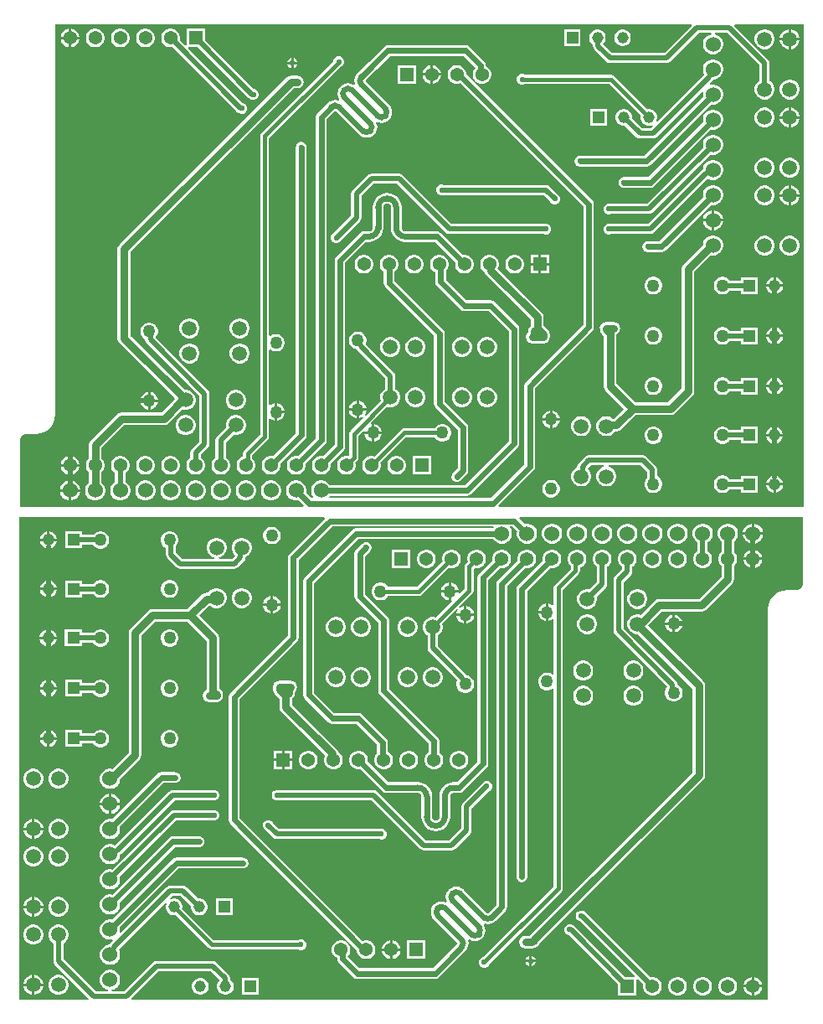
<source format=gtl>
G04*
G04 #@! TF.GenerationSoftware,Altium Limited,Altium Designer,24.4.1 (13)*
G04*
G04 Layer_Physical_Order=1*
G04 Layer_Color=255*
%FSTAX25Y25*%
%MOIN*%
G70*
G04*
G04 #@! TF.SameCoordinates,D68B6D5F-11C5-45A1-AF62-CA48ED7D446B*
G04*
G04*
G04 #@! TF.FilePolarity,Positive*
G04*
G01*
G75*
%ADD10C,0.02178*%
%ADD11C,0.03000*%
%ADD12C,0.02000*%
%ADD13C,0.01500*%
%ADD14R,0.05394X0.05394*%
%ADD15C,0.05394*%
%ADD16C,0.05937*%
%ADD17C,0.06000*%
%ADD18C,0.04578*%
%ADD19R,0.04578X0.04578*%
%ADD20C,0.04953*%
%ADD21C,0.04756*%
%ADD22R,0.04756X0.04756*%
%ADD23C,0.02200*%
G36*
X0313498Y0197592D02*
X0192223D01*
X0192031Y0198054D01*
X0206034Y0212057D01*
X0206496Y0212748D01*
X0206658Y0213563D01*
Y0244681D01*
X0229534Y0267557D01*
X0229996Y0268248D01*
X0230158Y0269063D01*
Y031794D01*
X0229996Y0318756D01*
X0229534Y0319446D01*
X0179512Y0369469D01*
X017949Y0369483D01*
X0179225Y0369749D01*
Y037005D01*
X0178973Y037099D01*
X0178486Y0371833D01*
X0177798Y0372521D01*
X0176955Y0373008D01*
X0176014Y037326D01*
X0175041D01*
X0174101Y0373008D01*
X0173258Y0372521D01*
X017257Y0371833D01*
X0172083Y037099D01*
X0171831Y037005D01*
Y0369076D01*
X0172083Y0368136D01*
X017257Y0367293D01*
X0173258Y0366605D01*
X0174101Y0366118D01*
X0175041Y0365866D01*
X0176014D01*
X0176862Y0366093D01*
X0225898Y0317058D01*
Y0269945D01*
X0203022Y0247069D01*
X020256Y0246378D01*
X0202398Y0245563D01*
Y0214445D01*
X0189056Y0201104D01*
X0124917D01*
X0124717Y0201537D01*
X0124974Y0201933D01*
X0179528D01*
X0180343Y0202095D01*
X0181034Y0202557D01*
X0199866Y0221389D01*
X0200328Y022208D01*
X020049Y0222895D01*
Y0268231D01*
X0200328Y0269046D01*
X0199866Y0269737D01*
X0190534Y0279069D01*
X0189843Y0279531D01*
X0189028Y0279693D01*
X017941D01*
X0171197Y0287906D01*
Y0291504D01*
X0171486Y0291793D01*
X0171973Y0292636D01*
X0172224Y0293576D01*
Y029455D01*
X0171973Y029549D01*
X0171486Y0296333D01*
X0170798Y0297021D01*
X0169955Y0297508D01*
X0169014Y029776D01*
X0168041D01*
X0167101Y0297508D01*
X0166258Y0297021D01*
X0165569Y0296333D01*
X0165083Y029549D01*
X0164831Y029455D01*
Y0293576D01*
X0165083Y0292636D01*
X0165569Y0291793D01*
X0166258Y0291105D01*
X0166937Y0290713D01*
Y0287024D01*
X0167099Y0286209D01*
X0167561Y0285518D01*
X0177022Y0276057D01*
X0177713Y0275595D01*
X0178528Y0275433D01*
X0188145D01*
X019623Y0267349D01*
Y0223777D01*
X0178645Y0206193D01*
X0124917D01*
X0124729Y0206519D01*
X0123984Y0207264D01*
X0123072Y020779D01*
X0122054Y0208063D01*
X0121001D01*
X0119984Y020779D01*
X0119072Y0207264D01*
X0118327Y0206519D01*
X01178Y0205607D01*
X0117528Y020459D01*
Y0203536D01*
X01178Y0202519D01*
X0118327Y0201607D01*
X0118368Y0201566D01*
X0118177Y0201104D01*
X0117499D01*
X011543Y0203173D01*
X0115528Y0203536D01*
Y020459D01*
X0115255Y0205607D01*
X0114728Y0206519D01*
X0113984Y0207264D01*
X0113072Y020779D01*
X0112054Y0208063D01*
X0111001D01*
X0109984Y020779D01*
X0109072Y0207264D01*
X0108327Y0206519D01*
X01078Y0205607D01*
X0107528Y020459D01*
Y0203536D01*
X01078Y0202519D01*
X0108327Y0201607D01*
X0109072Y0200862D01*
X0109984Y0200336D01*
X0111001Y0200063D01*
X0112054D01*
X0112418Y020016D01*
X0114524Y0198054D01*
X0114333Y0197592D01*
X0001557D01*
Y0222574D01*
X0001557Y0222756D01*
X0001568Y0223234D01*
X0001568Y0223234D01*
X0001545Y0223722D01*
X0001627Y022434D01*
X0001927Y0225065D01*
X0002404Y0225687D01*
X0003026Y0226164D01*
X0003712Y0226448D01*
X0004199Y0226523D01*
D01*
X0004673Y0226534D01*
X0008028D01*
Y0226527D01*
X0009498Y0226672D01*
X0010912Y02271D01*
X0012215Y0227797D01*
X0013357Y0228734D01*
X0014294Y0229876D01*
X001499Y0231179D01*
X0015419Y0232593D01*
X0015564Y0234063D01*
X0015557D01*
X0015557Y0389416D01*
X0268843Y0389416D01*
X0269034Y0388953D01*
X0258183Y0378102D01*
X0237372D01*
X0233807Y0381668D01*
Y0381691D01*
X0234159Y0382044D01*
X0234593Y0382793D01*
X0234817Y038363D01*
Y0384496D01*
X0234593Y0385332D01*
X0234159Y0386083D01*
X0233547Y0386695D01*
X0232797Y0387128D01*
X0231961Y0387352D01*
X0231095D01*
X0230258Y0387128D01*
X0229508Y0386695D01*
X0228896Y0386083D01*
X0228463Y0385332D01*
X0228239Y0384496D01*
Y038363D01*
X0228463Y0382793D01*
X0228896Y0382044D01*
X0229508Y0381431D01*
X0229728Y0381304D01*
Y0380823D01*
X0229884Y0380043D01*
X0230326Y0379381D01*
X0235086Y0374621D01*
X0235747Y0374179D01*
X0236528Y0374024D01*
X0259028D01*
X0259808Y0374179D01*
X026047Y0374621D01*
X0271872Y0386024D01*
X0276789D01*
X0276855Y0385524D01*
X0275984Y038529D01*
X0275072Y0384764D01*
X0274327Y0384019D01*
X02738Y0383107D01*
X0273528Y038209D01*
Y0381036D01*
X02738Y0380019D01*
X0274327Y0379107D01*
X0275072Y0378362D01*
X0275984Y0377836D01*
X0277001Y0377563D01*
X0278054D01*
X0279072Y0377836D01*
X0279984Y0378362D01*
X0280729Y0379107D01*
X0281255Y0380019D01*
X0281528Y0381036D01*
Y038209D01*
X0281255Y0383107D01*
X0280729Y0384019D01*
X0279984Y0384764D01*
X0279072Y038529D01*
X0278201Y0385524D01*
X0278266Y0386024D01*
X0283183D01*
X0295988Y0373218D01*
Y0366968D01*
X0295591Y0366739D01*
X0294852Y0366D01*
X029433Y0365095D01*
X0294059Y0364085D01*
Y036304D01*
X029433Y0362031D01*
X0294852Y0361126D01*
X0295591Y0360387D01*
X0296496Y0359865D01*
X0297505Y0359594D01*
X029855D01*
X0299559Y0359865D01*
X0300464Y0360387D01*
X0301203Y0361126D01*
X0301726Y0362031D01*
X0301996Y036304D01*
Y0364085D01*
X0301726Y0365095D01*
X0301203Y0366D01*
X0300464Y0366739D01*
X0300067Y0366968D01*
Y0374063D01*
X0299912Y0374843D01*
X029947Y0375505D01*
X0286021Y0388953D01*
X0286212Y0389416D01*
X0313498D01*
Y0197592D01*
D02*
G37*
G36*
X0313404Y016837D02*
X0313404Y0168189D01*
X0313393Y0167711D01*
X0313393Y0167711D01*
X0313415Y0167223D01*
X0313334Y0166605D01*
X0313034Y016588D01*
X0312557Y0165258D01*
X0311935Y0164781D01*
X0311248Y0164497D01*
X0310762Y0164422D01*
X0310288Y0164411D01*
X0306933D01*
Y0164418D01*
X0305463Y0164273D01*
X0304049Y0163845D01*
X0302746Y0163148D01*
X0301604Y0162211D01*
X0300667Y0161069D01*
X029997Y0159766D01*
X0299541Y0158352D01*
X0299397Y0156882D01*
X0299404D01*
X0299404Y0001529D01*
X0046118Y0001529D01*
X0045926Y0001991D01*
X0056778Y0012843D01*
X0077588D01*
X0081154Y0009277D01*
Y0009254D01*
X0080801Y0008901D01*
X0080368Y0008151D01*
X0080144Y0007315D01*
Y0006449D01*
X0080368Y0005612D01*
X0080801Y0004862D01*
X0081414Y000425D01*
X0082164Y0003817D01*
X0083Y0003593D01*
X0083866D01*
X0084702Y0003817D01*
X0085452Y000425D01*
X0086065Y0004862D01*
X0086498Y0005612D01*
X0086722Y0006449D01*
Y0007315D01*
X0086498Y0008151D01*
X0086065Y0008901D01*
X0085452Y0009514D01*
X0085232Y0009641D01*
Y0010122D01*
X0085077Y0010902D01*
X0084635Y0011564D01*
X0079875Y0016324D01*
X0079213Y0016766D01*
X0078433Y0016921D01*
X0055933D01*
X0055153Y0016766D01*
X0054491Y0016324D01*
X0043088Y0004921D01*
X0038172D01*
X0038106Y0005421D01*
X0038977Y0005655D01*
X0039889Y0006181D01*
X0040634Y0006926D01*
X004116Y0007838D01*
X0041433Y0008855D01*
Y0009909D01*
X004116Y0010926D01*
X0040634Y0011838D01*
X0039889Y0012583D01*
X0038977Y0013109D01*
X003796Y0013382D01*
X0036906D01*
X0035889Y0013109D01*
X0034977Y0012583D01*
X0034232Y0011838D01*
X0033705Y0010926D01*
X0033433Y0009909D01*
Y0008855D01*
X0033705Y0007838D01*
X0034232Y0006926D01*
X0034977Y0006181D01*
X0035889Y0005655D01*
X003676Y0005421D01*
X0036694Y0004921D01*
X0031778D01*
X0018972Y0017727D01*
Y0023977D01*
X001937Y0024206D01*
X0020109Y0024945D01*
X0020631Y002585D01*
X0020901Y0026859D01*
Y0027904D01*
X0020631Y0028914D01*
X0020109Y0029819D01*
X001937Y0030558D01*
X0018465Y003108D01*
X0017455Y003135D01*
X001641D01*
X0015401Y003108D01*
X0014496Y0030558D01*
X0013757Y0029819D01*
X0013235Y0028914D01*
X0012964Y0027904D01*
Y0026859D01*
X0013235Y002585D01*
X0013757Y0024945D01*
X0014496Y0024206D01*
X0014894Y0023977D01*
Y0016882D01*
X0015049Y0016102D01*
X0015491Y001544D01*
X002894Y0001991D01*
X0028748Y0001529D01*
X0001462D01*
Y0193352D01*
X0122738D01*
X0122929Y0192891D01*
X0108927Y0178888D01*
X0108465Y0178197D01*
X0108303Y0177382D01*
Y0146264D01*
X0085427Y0123388D01*
X0084965Y0122697D01*
X0084803Y0121882D01*
Y0073005D01*
X0084965Y0072189D01*
X0085427Y0071498D01*
X0135449Y0021476D01*
X0135471Y0021462D01*
X0135736Y0021196D01*
Y0020895D01*
X0135988Y0019955D01*
X0136475Y0019112D01*
X0137163Y0018424D01*
X0138006Y0017937D01*
X0138946Y0017685D01*
X013992D01*
X014086Y0017937D01*
X0141703Y0018424D01*
X0142391Y0019112D01*
X0142878Y0019955D01*
X014313Y0020895D01*
Y0021869D01*
X0142878Y0022809D01*
X0142391Y0023652D01*
X0141703Y002434D01*
X014086Y0024827D01*
X013992Y0025079D01*
X0138946D01*
X0138098Y0024852D01*
X0089063Y0073887D01*
Y0121D01*
X0111939Y0143876D01*
X0112401Y0144567D01*
X0112563Y0145382D01*
Y01765D01*
X0125904Y0189841D01*
X0190044D01*
X0190243Y0189408D01*
X0189987Y0189012D01*
X0135433D01*
X0134618Y018885D01*
X0133927Y0188388D01*
X0115095Y0169556D01*
X0114633Y0168865D01*
X0114471Y016805D01*
Y0122714D01*
X0114633Y0121899D01*
X0115095Y0121208D01*
X0124427Y0111876D01*
X0125118Y0111414D01*
X0125933Y0111252D01*
X0135551D01*
X0143764Y0103039D01*
Y0099441D01*
X0143475Y0099152D01*
X0142988Y0098309D01*
X0142736Y0097369D01*
Y0096395D01*
X0142988Y0095455D01*
X0143475Y0094612D01*
X0144163Y0093924D01*
X0145006Y0093437D01*
X0145946Y0093185D01*
X014692D01*
X014786Y0093437D01*
X0148703Y0093924D01*
X0149391Y0094612D01*
X0149878Y0095455D01*
X015013Y0096395D01*
Y0097369D01*
X0149878Y0098309D01*
X0149391Y0099152D01*
X0148703Y009984D01*
X0148024Y0100232D01*
Y0103921D01*
X0147862Y0104736D01*
X01474Y0105427D01*
X0137939Y0114888D01*
X0137248Y011535D01*
X0136433Y0115512D01*
X0126815D01*
X0118731Y0123596D01*
Y0167168D01*
X0136315Y0184752D01*
X0190044D01*
X0190232Y0184426D01*
X0190977Y0183681D01*
X0191889Y0183154D01*
X0192906Y0182882D01*
X0193959D01*
X0194977Y0183154D01*
X0195889Y0183681D01*
X0196634Y0184426D01*
X019716Y0185338D01*
X0197433Y0186355D01*
Y0187408D01*
X019716Y0188426D01*
X0196634Y0189338D01*
X0196593Y0189379D01*
X0196784Y0189841D01*
X0197461D01*
X019953Y0187772D01*
X0199433Y0187408D01*
Y0186355D01*
X0199706Y0185338D01*
X0200232Y0184426D01*
X0200977Y0183681D01*
X0201889Y0183154D01*
X0202906Y0182882D01*
X0203959D01*
X0204977Y0183154D01*
X0205889Y0183681D01*
X0206634Y0184426D01*
X020716Y0185338D01*
X0207433Y0186355D01*
Y0187408D01*
X020716Y0188426D01*
X0206634Y0189338D01*
X0205889Y0190083D01*
X0204977Y0190609D01*
X0203959Y0190882D01*
X0202906D01*
X0202543Y0190785D01*
X0200437Y0192891D01*
X0200628Y0193352D01*
X0313404D01*
Y016837D01*
D02*
G37*
%LPC*%
G36*
X0022028Y0387756D02*
Y0384563D01*
X0025221D01*
X0024973Y038549D01*
X0024486Y0386333D01*
X0023798Y0387021D01*
X0022955Y0387508D01*
X0022028Y0387756D01*
D02*
G37*
G36*
X0021028D02*
X0020101Y0387508D01*
X0019258Y0387021D01*
X001857Y0386333D01*
X0018083Y038549D01*
X0017834Y0384563D01*
X0021028D01*
Y0387756D01*
D02*
G37*
G36*
X030855Y0387531D02*
X0308528D01*
Y0384063D01*
X0311996D01*
Y0384085D01*
X0311726Y0385095D01*
X0311203Y0386D01*
X0310464Y0386739D01*
X0309559Y0387261D01*
X030855Y0387531D01*
D02*
G37*
G36*
X0307528D02*
X0307505D01*
X0306496Y0387261D01*
X0305591Y0386739D01*
X0304852Y0386D01*
X030433Y0385095D01*
X0304059Y0384085D01*
Y0384063D01*
X0307528D01*
Y0387531D01*
D02*
G37*
G36*
X0075225Y038776D02*
X0067831D01*
Y0381297D01*
X0067369Y0381106D01*
X0065156Y0383319D01*
X0065224Y0383576D01*
Y038455D01*
X0064973Y038549D01*
X0064486Y0386333D01*
X0063798Y0387021D01*
X0062955Y0387508D01*
X0062014Y038776D01*
X0061041D01*
X0060101Y0387508D01*
X0059258Y0387021D01*
X005857Y0386333D01*
X0058083Y038549D01*
X0057831Y038455D01*
Y0383576D01*
X0058083Y0382636D01*
X005857Y0381793D01*
X0059258Y0381105D01*
X0060101Y0380618D01*
X0061041Y0380366D01*
X0062014D01*
X0062272Y0380435D01*
X0088047Y0354659D01*
X0088709Y0354217D01*
X0089261Y0354107D01*
X008961Y0353963D01*
X0090445D01*
X0091217Y0354283D01*
X0091808Y0354873D01*
X0092128Y0355645D01*
Y0356481D01*
X0091808Y0357253D01*
X0091217Y0357843D01*
X0090445Y0358163D01*
X0090311D01*
X006857Y0379904D01*
X0068762Y0380366D01*
X0072341D01*
X0092548Y0360159D01*
X0093209Y0359717D01*
X0093761Y0359608D01*
X009411Y0359463D01*
X0094945D01*
X0095717Y0359783D01*
X0096308Y0360373D01*
X0096628Y0361145D01*
Y0361981D01*
X0096308Y0362753D01*
X0095717Y0363343D01*
X0094945Y0363663D01*
X0094811D01*
X0075225Y038325D01*
Y038776D01*
D02*
G37*
G36*
X0241961Y0387352D02*
X0241095D01*
X0240258Y0387128D01*
X0239508Y0386695D01*
X0238896Y0386083D01*
X0238463Y0385332D01*
X0238239Y0384496D01*
Y038363D01*
X0238463Y0382793D01*
X0238896Y0382044D01*
X0239508Y0381431D01*
X0240258Y0380998D01*
X0241095Y0380774D01*
X0241961D01*
X0242797Y0380998D01*
X0243547Y0381431D01*
X024416Y0382044D01*
X0244592Y0382793D01*
X0244817Y038363D01*
Y0384496D01*
X0244592Y0385332D01*
X024416Y0386083D01*
X0243547Y0386695D01*
X0242797Y0387128D01*
X0241961Y0387352D01*
D02*
G37*
G36*
X0224817D02*
X0218239D01*
Y0380774D01*
X0224817D01*
Y0387352D01*
D02*
G37*
G36*
X0025221Y0383563D02*
X0022028D01*
Y038037D01*
X0022955Y0380618D01*
X0023798Y0381105D01*
X0024486Y0381793D01*
X0024973Y0382636D01*
X0025221Y0383563D01*
D02*
G37*
G36*
X0021028D02*
X0017834D01*
X0018083Y0382636D01*
X001857Y0381793D01*
X0019258Y0381105D01*
X0020101Y0380618D01*
X0021028Y038037D01*
Y0383563D01*
D02*
G37*
G36*
X0052014Y038776D02*
X0051041D01*
X0050101Y0387508D01*
X0049258Y0387021D01*
X004857Y0386333D01*
X0048083Y038549D01*
X0047831Y038455D01*
Y0383576D01*
X0048083Y0382636D01*
X004857Y0381793D01*
X0049258Y0381105D01*
X0050101Y0380618D01*
X0051041Y0380366D01*
X0052014D01*
X0052955Y0380618D01*
X0053798Y0381105D01*
X0054486Y0381793D01*
X0054973Y0382636D01*
X0055225Y0383576D01*
Y038455D01*
X0054973Y038549D01*
X0054486Y0386333D01*
X0053798Y0387021D01*
X0052955Y0387508D01*
X0052014Y038776D01*
D02*
G37*
G36*
X0042014D02*
X0041041D01*
X0040101Y0387508D01*
X0039258Y0387021D01*
X003857Y0386333D01*
X0038083Y038549D01*
X0037831Y038455D01*
Y0383576D01*
X0038083Y0382636D01*
X003857Y0381793D01*
X0039258Y0381105D01*
X0040101Y0380618D01*
X0041041Y0380366D01*
X0042014D01*
X0042955Y0380618D01*
X0043798Y0381105D01*
X0044486Y0381793D01*
X0044973Y0382636D01*
X0045224Y0383576D01*
Y038455D01*
X0044973Y038549D01*
X0044486Y0386333D01*
X0043798Y0387021D01*
X0042955Y0387508D01*
X0042014Y038776D01*
D02*
G37*
G36*
X0032014D02*
X0031041D01*
X0030101Y0387508D01*
X0029258Y0387021D01*
X0028569Y0386333D01*
X0028083Y038549D01*
X0027831Y038455D01*
Y0383576D01*
X0028083Y0382636D01*
X0028569Y0381793D01*
X0029258Y0381105D01*
X0030101Y0380618D01*
X0031041Y0380366D01*
X0032014D01*
X0032955Y0380618D01*
X0033798Y0381105D01*
X0034486Y0381793D01*
X0034973Y0382636D01*
X0035225Y0383576D01*
Y038455D01*
X0034973Y038549D01*
X0034486Y0386333D01*
X0033798Y0387021D01*
X0032955Y0387508D01*
X0032014Y038776D01*
D02*
G37*
G36*
X0311996Y0383063D02*
X0308528D01*
Y0379594D01*
X030855D01*
X0309559Y0379865D01*
X0310464Y0380387D01*
X0311203Y0381126D01*
X0311726Y0382031D01*
X0311996Y038304D01*
Y0383063D01*
D02*
G37*
G36*
X0307528D02*
X0304059D01*
Y038304D01*
X030433Y0382031D01*
X0304852Y0381126D01*
X0305591Y0380387D01*
X0306496Y0379865D01*
X0307505Y0379594D01*
X0307528D01*
Y0383063D01*
D02*
G37*
G36*
X029855Y0387531D02*
X0297505D01*
X0296496Y0387261D01*
X0295591Y0386739D01*
X0294852Y0386D01*
X029433Y0385095D01*
X0294059Y0384085D01*
Y038304D01*
X029433Y0382031D01*
X0294852Y0381126D01*
X0295591Y0380387D01*
X0296496Y0379865D01*
X0297505Y0379594D01*
X029855D01*
X0299559Y0379865D01*
X0300464Y0380387D01*
X0301203Y0381126D01*
X0301726Y0382031D01*
X0301996Y038304D01*
Y0384085D01*
X0301726Y0385095D01*
X0301203Y0386D01*
X0300464Y0386739D01*
X0299559Y0387261D01*
X029855Y0387531D01*
D02*
G37*
G36*
X0110528Y0376129D02*
Y0374563D01*
X0112094D01*
X0111808Y0375253D01*
X0111217Y0375843D01*
X0110528Y0376129D01*
D02*
G37*
G36*
X0109528D02*
X0108838Y0375843D01*
X0108247Y0375253D01*
X0107962Y0374563D01*
X0109528D01*
Y0376129D01*
D02*
G37*
G36*
X0112094Y0373563D02*
X0110528D01*
Y0371997D01*
X0111217Y0372283D01*
X0111808Y0372873D01*
X0112094Y0373563D01*
D02*
G37*
G36*
X0109528D02*
X0107962D01*
X0108247Y0372873D01*
X0108838Y0372283D01*
X0109528Y0371997D01*
Y0373563D01*
D02*
G37*
G36*
X0166028Y0373256D02*
Y0370063D01*
X0169221D01*
X0168973Y037099D01*
X0168486Y0371833D01*
X0167798Y0372521D01*
X0166955Y0373008D01*
X0166028Y0373256D01*
D02*
G37*
G36*
X0165028Y0373256D02*
X0164101Y0373008D01*
X0163258Y0372521D01*
X0162569Y0371833D01*
X0162083Y037099D01*
X0161834Y0370063D01*
X0165028D01*
Y0373256D01*
D02*
G37*
G36*
Y0369063D02*
X0161834D01*
X0162083Y0368136D01*
X0162569Y0367293D01*
X0163258Y0366605D01*
X0164101Y0366118D01*
X0165028Y036587D01*
Y0369063D01*
D02*
G37*
G36*
X0169221D02*
X0166028D01*
Y036587D01*
X0166955Y0366118D01*
X0167798Y0366605D01*
X0168486Y0367293D01*
X0168973Y0368136D01*
X0169221Y0369063D01*
D02*
G37*
G36*
X0179028Y0381193D02*
X0148028D01*
X0147213Y0381031D01*
X0146521Y0380569D01*
X0140522Y0374569D01*
X0140522Y0374569D01*
X0136018Y0370066D01*
X0135984Y0370014D01*
X0135337Y0369172D01*
X0134907Y0368134D01*
X0134761Y036702D01*
X0134907Y0365906D01*
X0135001Y036568D01*
X013459Y0365365D01*
X0134342Y0365556D01*
X0133325Y0365977D01*
X0132235Y036612D01*
X0131144Y0365977D01*
X0130128Y0365556D01*
X0129313Y036493D01*
X0129251Y0364889D01*
Y0364889D01*
X012921Y0364828D01*
X0128585Y0364013D01*
X0128164Y0362997D01*
X012802Y0361906D01*
X0128164Y0360815D01*
X0128585Y0359799D01*
X0128775Y035955D01*
X012846Y035914D01*
X0128235Y0359233D01*
X0127121Y035938D01*
X0126007Y0359233D01*
X0124969Y0358803D01*
X0124126Y0358157D01*
X0124074Y0358122D01*
X012035Y0354397D01*
X012035Y0354397D01*
X0120021Y0354069D01*
X011956Y0353378D01*
X0119398Y0352563D01*
Y0224945D01*
X011217Y0217718D01*
X0112014Y021776D01*
X0111041D01*
X0110101Y0217508D01*
X0109258Y0217021D01*
X010857Y0216333D01*
X0108083Y021549D01*
X0107831Y021455D01*
Y0213576D01*
X0108083Y0212636D01*
X010857Y0211793D01*
X0109258Y0211105D01*
X0110101Y0210618D01*
X0111041Y0210366D01*
X0112014D01*
X0112955Y0210618D01*
X0113798Y0211105D01*
X0114486Y0211793D01*
X0114973Y0212636D01*
X0115225Y0213576D01*
Y021455D01*
X0115183Y0214706D01*
X0123034Y0222557D01*
X0123496Y0223248D01*
X0123658Y0224063D01*
Y0351681D01*
X0127087Y035511D01*
X0127091Y0355105D01*
X0127121Y0355118D01*
X0127151Y0355105D01*
X0127508Y0354756D01*
X0136635Y034563D01*
X0136635Y034563D01*
X0136696Y0345589D01*
X0137511Y0344964D01*
X0138527Y0344543D01*
X0139618Y0344399D01*
X0140709Y0344543D01*
X0141725Y0344964D01*
X014254Y0345589D01*
X0142602Y034563D01*
X0142602D01*
X0142642Y0345691D01*
X0143268Y0346506D01*
X0143689Y0347523D01*
X0143832Y0348613D01*
X0143689Y0349704D01*
X0143431Y0350327D01*
X0143814Y035071D01*
X0144436Y0350452D01*
X0145527Y0350308D01*
X0146618Y0350452D01*
X0147634Y0350873D01*
X0148449Y0351498D01*
X0148511Y0351539D01*
X0148511D01*
X0148551Y03516D01*
X0149177Y0352415D01*
X0149598Y0353432D01*
X0149741Y0354522D01*
X0149598Y0355613D01*
X0149177Y0356629D01*
X0148552Y0357444D01*
X0148511Y0357506D01*
X0139336Y036668D01*
Y0367359D01*
X0143534Y0371557D01*
X0143534Y0371557D01*
X014891Y0376933D01*
X0178145D01*
X0182859Y037222D01*
Y0372122D01*
X018257Y0371833D01*
X0182083Y037099D01*
X0181831Y037005D01*
Y0369076D01*
X0182083Y0368136D01*
X018257Y0367293D01*
X0183258Y0366605D01*
X0184101Y0366118D01*
X0185041Y0365866D01*
X0186014D01*
X0186955Y0366118D01*
X0187798Y0366605D01*
X0188486Y0367293D01*
X0188973Y0368136D01*
X0189225Y0369076D01*
Y037005D01*
X0188973Y037099D01*
X0188486Y0371833D01*
X0187798Y0372521D01*
X0187119Y0372913D01*
Y0373102D01*
X0186957Y0373917D01*
X0186495Y0374608D01*
X0180534Y0380569D01*
X0179843Y0381031D01*
X0179028Y0381193D01*
D02*
G37*
G36*
X0159224Y037326D02*
X0151831D01*
Y0365866D01*
X0159224D01*
Y037326D01*
D02*
G37*
G36*
X030855Y0367531D02*
X0307505D01*
X0306496Y0367261D01*
X0305591Y0366739D01*
X0304852Y0366D01*
X030433Y0365095D01*
X0304059Y0364085D01*
Y036304D01*
X030433Y0362031D01*
X0304852Y0361126D01*
X0305591Y0360387D01*
X0306496Y0359865D01*
X0307505Y0359594D01*
X030855D01*
X0309559Y0359865D01*
X0310464Y0360387D01*
X0311203Y0361126D01*
X0311726Y0362031D01*
X0311996Y036304D01*
Y0364085D01*
X0311726Y0365095D01*
X0311203Y0366D01*
X0310464Y0366739D01*
X0309559Y0367261D01*
X030855Y0367531D01*
D02*
G37*
G36*
Y0356441D02*
X0308528D01*
Y0352972D01*
X0311996D01*
Y0352995D01*
X0311726Y0354004D01*
X0311203Y0354909D01*
X0310464Y0355648D01*
X0309559Y0356171D01*
X030855Y0356441D01*
D02*
G37*
G36*
X0307528D02*
X0307505D01*
X0306496Y0356171D01*
X0305591Y0355648D01*
X0304852Y0354909D01*
X030433Y0354004D01*
X0304059Y0352995D01*
Y0352972D01*
X0307528D01*
Y0356441D01*
D02*
G37*
G36*
X0278054Y0375563D02*
X0277001D01*
X0275984Y037529D01*
X0275072Y0374764D01*
X0274327Y0374019D01*
X02738Y0373107D01*
X0273528Y037209D01*
Y0371036D01*
X02738Y0370019D01*
X0274093Y0369512D01*
X0255391Y035081D01*
X025499Y0351117D01*
X0255093Y0351293D01*
X0255317Y035213D01*
Y0352996D01*
X0255093Y0353833D01*
X025466Y0354583D01*
X0254047Y0355195D01*
X0253297Y0355628D01*
X0252461Y0355852D01*
X0251595D01*
X0251332Y0355782D01*
X0238289Y0368825D01*
X023771Y0369212D01*
X0237028Y0369347D01*
X0202708D01*
X0201945Y0369663D01*
X020111D01*
X0200338Y0369343D01*
X0199747Y0368753D01*
X0199428Y0367981D01*
Y0367145D01*
X0199747Y0366373D01*
X0200338Y0365783D01*
X020111Y0365463D01*
X0201945D01*
X0202708Y0365779D01*
X0236289D01*
X0248809Y0353258D01*
X0248739Y0352996D01*
Y035213D01*
X0248963Y0351293D01*
X0249396Y0350543D01*
X0250008Y0349931D01*
X0250758Y0349498D01*
X0251595Y0349274D01*
X0252461D01*
X0253297Y0349498D01*
X0253474Y03496D01*
X0253781Y03492D01*
X0252683Y0348102D01*
X0249372D01*
X0245317Y0352158D01*
Y0352996D01*
X0245093Y0353833D01*
X0244659Y0354583D01*
X0244047Y0355195D01*
X0243297Y0355628D01*
X0242461Y0355852D01*
X0241595D01*
X0240758Y0355628D01*
X0240008Y0355195D01*
X0239396Y0354583D01*
X0238963Y0353833D01*
X0238739Y0352996D01*
Y035213D01*
X0238963Y0351293D01*
X0239396Y0350543D01*
X0240008Y0349931D01*
X0240758Y0349498D01*
X0241595Y0349274D01*
X0242433D01*
X0247086Y0344621D01*
X0247747Y0344179D01*
X0248528Y0344024D01*
X0253528D01*
X0254308Y0344179D01*
X025497Y0344621D01*
X0273219Y0362871D01*
X0273668Y0362612D01*
X0273528Y036209D01*
Y0361036D01*
X0273625Y0360673D01*
X0250145Y0337193D01*
X0224528D01*
X0224377Y0337163D01*
X022411D01*
X0223864Y0337061D01*
X0223712Y0337031D01*
X0223584Y0336945D01*
X0223338Y0336843D01*
X022315Y0336655D01*
X0223022Y0336569D01*
X0222936Y0336441D01*
X0222747Y0336252D01*
X0222645Y0336006D01*
X022256Y0335878D01*
X022253Y0335727D01*
X0222428Y0335481D01*
Y0335214D01*
X0222398Y0335063D01*
X0222428Y0334912D01*
Y0334645D01*
X022253Y0334399D01*
X022256Y0334248D01*
X0222645Y033412D01*
X0222747Y0333873D01*
X0222936Y0333685D01*
X0223022Y0333557D01*
X022315Y0333471D01*
X0223338Y0333283D01*
X0223584Y0333181D01*
X0223712Y0333095D01*
X0223864Y0333065D01*
X022411Y0332963D01*
X0224377D01*
X0224528Y0332933D01*
X0251028D01*
X0251843Y0333095D01*
X0252534Y0333557D01*
X0276638Y035766D01*
X0277001Y0357563D01*
X0278054D01*
X0279072Y0357836D01*
X0279984Y0358362D01*
X0280729Y0359107D01*
X0281255Y0360019D01*
X0281528Y0361036D01*
Y036209D01*
X0281255Y0363107D01*
X0280729Y0364019D01*
X0279984Y0364764D01*
X0279072Y036529D01*
X0278054Y0365563D01*
X0277001D01*
X0276479Y0365423D01*
X027622Y0365871D01*
X0277477Y0367128D01*
X0277767Y0367563D01*
X0278054D01*
X0279072Y0367836D01*
X0279984Y0368362D01*
X0280729Y0369107D01*
X0281255Y0370019D01*
X0281528Y0371036D01*
Y037209D01*
X0281255Y0373107D01*
X0280729Y0374019D01*
X0279984Y0374764D01*
X0279072Y037529D01*
X0278054Y0375563D01*
D02*
G37*
G36*
X0235317Y0355852D02*
X0228739D01*
Y0349274D01*
X0235317D01*
Y0355852D01*
D02*
G37*
G36*
X0311996Y0351972D02*
X0308528D01*
Y0348504D01*
X030855D01*
X0309559Y0348774D01*
X0310464Y0349297D01*
X0311203Y0350036D01*
X0311726Y0350941D01*
X0311996Y035195D01*
Y0351972D01*
D02*
G37*
G36*
X0307528D02*
X0304059D01*
Y035195D01*
X030433Y0350941D01*
X0304852Y0350036D01*
X0305591Y0349297D01*
X0306496Y0348774D01*
X0307505Y0348504D01*
X0307528D01*
Y0351972D01*
D02*
G37*
G36*
X029855Y0356441D02*
X0297505D01*
X0296496Y0356171D01*
X0295591Y0355648D01*
X0294852Y0354909D01*
X029433Y0354004D01*
X0294059Y0352995D01*
Y035195D01*
X029433Y0350941D01*
X0294852Y0350036D01*
X0295591Y0349297D01*
X0296496Y0348774D01*
X0297505Y0348504D01*
X029855D01*
X0299559Y0348774D01*
X0300464Y0349297D01*
X0301203Y0350036D01*
X0301726Y0350941D01*
X0301996Y035195D01*
Y0352995D01*
X0301726Y0354004D01*
X0301203Y0354909D01*
X0300464Y0355648D01*
X0299559Y0356171D01*
X029855Y0356441D01*
D02*
G37*
G36*
X0278054Y0355563D02*
X0277001D01*
X0275984Y035529D01*
X0275072Y0354764D01*
X0274327Y0354019D01*
X02738Y0353107D01*
X0273528Y035209D01*
Y0351036D01*
X0273625Y0350673D01*
X0251649Y0328697D01*
X0242032D01*
X024186Y0328663D01*
X024161D01*
X0241379Y0328567D01*
X0241217Y0328535D01*
X0241079Y0328443D01*
X0240838Y0328343D01*
X0240654Y0328159D01*
X0240526Y0328073D01*
X0240522Y0328069D01*
X0240436Y0327941D01*
X0240247Y0327752D01*
X0240145Y0327506D01*
X024006Y0327378D01*
X024003Y0327227D01*
X0239928Y0326981D01*
Y0326714D01*
X0239898Y0326563D01*
X0239928Y0326412D01*
Y0326145D01*
X024003Y0325899D01*
X024006Y0325748D01*
X0240145Y032562D01*
X0240247Y0325373D01*
X0240436Y0325185D01*
X0240522Y0325057D01*
X024065Y0324971D01*
X0240838Y0324783D01*
X0241084Y0324681D01*
X0241213Y0324595D01*
X0241364Y0324565D01*
X024161Y0324463D01*
X0241877D01*
X0242028Y0324433D01*
X0242049Y0324437D01*
X0252532D01*
X0253347Y0324599D01*
X0254038Y0325061D01*
X0276638Y034766D01*
X0277001Y0347563D01*
X0278054D01*
X0279072Y0347836D01*
X0279984Y0348362D01*
X0280729Y0349107D01*
X0281255Y0350019D01*
X0281528Y0351036D01*
Y035209D01*
X0281255Y0353107D01*
X0280729Y0354019D01*
X0279984Y0354764D01*
X0279072Y035529D01*
X0278054Y0355563D01*
D02*
G37*
G36*
Y0345563D02*
X0277001D01*
X0275984Y034529D01*
X0275072Y0344764D01*
X0274327Y0344019D01*
X02738Y0343107D01*
X0273528Y034209D01*
Y0341036D01*
X0273652Y0340571D01*
X0251183Y0318102D01*
X0236592D01*
X0236445Y0318163D01*
X023561D01*
X0234838Y0317843D01*
X0234247Y0317252D01*
X0233928Y0316481D01*
Y0315645D01*
X0234247Y0314873D01*
X0234838Y0314283D01*
X023561Y0313963D01*
X0236445D01*
X0236592Y0314024D01*
X0252028D01*
X0252808Y0314179D01*
X025347Y0314621D01*
X0276536Y0337688D01*
X0277001Y0337563D01*
X0278054D01*
X0279072Y0337836D01*
X0279984Y0338362D01*
X0280729Y0339107D01*
X0281255Y0340019D01*
X0281528Y0341036D01*
Y034209D01*
X0281255Y0343107D01*
X0280729Y0344019D01*
X0279984Y0344764D01*
X0279072Y034529D01*
X0278054Y0345563D01*
D02*
G37*
G36*
X030855Y0336441D02*
X0307505D01*
X0306496Y0336171D01*
X0305591Y0335648D01*
X0304852Y0334909D01*
X030433Y0334004D01*
X0304059Y0332995D01*
Y033195D01*
X030433Y0330941D01*
X0304852Y0330036D01*
X0305591Y0329297D01*
X0306496Y0328774D01*
X0307505Y0328504D01*
X030855D01*
X0309559Y0328774D01*
X0310464Y0329297D01*
X0311203Y0330036D01*
X0311726Y0330941D01*
X0311996Y033195D01*
Y0332995D01*
X0311726Y0334004D01*
X0311203Y0334909D01*
X0310464Y0335648D01*
X0309559Y0336171D01*
X030855Y0336441D01*
D02*
G37*
G36*
X029855D02*
X0297505D01*
X0296496Y0336171D01*
X0295591Y0335648D01*
X0294852Y0334909D01*
X029433Y0334004D01*
X0294059Y0332995D01*
Y033195D01*
X029433Y0330941D01*
X0294852Y0330036D01*
X0295591Y0329297D01*
X0296496Y0328774D01*
X0297505Y0328504D01*
X029855D01*
X0299559Y0328774D01*
X0300464Y0329297D01*
X0301203Y0330036D01*
X0301726Y0330941D01*
X0301996Y033195D01*
Y0332995D01*
X0301726Y0334004D01*
X0301203Y0334909D01*
X0300464Y0335648D01*
X0299559Y0336171D01*
X029855Y0336441D01*
D02*
G37*
G36*
X0278054Y0335563D02*
X0277001D01*
X0275984Y033529D01*
X0275072Y0334764D01*
X0274327Y0334019D01*
X02738Y0333107D01*
X0273528Y033209D01*
Y0331803D01*
X0273093Y0331512D01*
X0251683Y0310102D01*
X0236592D01*
X0236445Y0310163D01*
X023561D01*
X0234838Y0309843D01*
X0234247Y0309253D01*
X0233928Y0308481D01*
Y0307645D01*
X0234247Y0306873D01*
X0234838Y0306283D01*
X023561Y0305963D01*
X0236445D01*
X0236592Y0306024D01*
X0252528D01*
X0253308Y0306179D01*
X025397Y0306621D01*
X0275477Y0328128D01*
X0275984Y0327836D01*
X0277001Y0327563D01*
X0278054D01*
X0279072Y0327836D01*
X0279984Y0328362D01*
X0280729Y0329107D01*
X0281255Y0330019D01*
X0281528Y0331036D01*
Y033209D01*
X0281255Y0333107D01*
X0280729Y0334019D01*
X0279984Y0334764D01*
X0279072Y033529D01*
X0278054Y0335563D01*
D02*
G37*
G36*
X030855Y0325441D02*
X0308528D01*
Y0321972D01*
X0311996D01*
Y0321995D01*
X0311726Y0323004D01*
X0311203Y0323909D01*
X0310464Y0324648D01*
X0309559Y032517D01*
X030855Y0325441D01*
D02*
G37*
G36*
X0307528D02*
X0307505D01*
X0306496Y032517D01*
X0305591Y0324648D01*
X0304852Y0323909D01*
X030433Y0323004D01*
X0304059Y0321995D01*
Y0321972D01*
X0307528D01*
Y0325441D01*
D02*
G37*
G36*
X0169945Y0325663D02*
X016911D01*
X0168338Y0325343D01*
X0167747Y0324752D01*
X0167428Y0323981D01*
Y0323145D01*
X0167747Y0322373D01*
X0168338Y0321783D01*
X016911Y0321463D01*
X0169945D01*
X0170092Y0321524D01*
X0210183D01*
X0212687Y031902D01*
X0212747Y0318873D01*
X0213338Y0318283D01*
X021411Y0317963D01*
X0214945D01*
X0215717Y0318283D01*
X0216308Y0318873D01*
X0216628Y0319645D01*
Y0320481D01*
X0216308Y0321252D01*
X0215717Y0321843D01*
X021557Y0321904D01*
X021247Y0325005D01*
X0211808Y0325447D01*
X0211028Y0325602D01*
X0170092D01*
X0169945Y0325663D01*
D02*
G37*
G36*
X0278054Y0325563D02*
X0277001D01*
X0275984Y032529D01*
X0275072Y0324764D01*
X0274327Y0324019D01*
X02738Y0323107D01*
X0273528Y032209D01*
Y0321036D01*
X0273625Y0320673D01*
X0256145Y0303193D01*
X0251528D01*
X0251377Y0303163D01*
X025111D01*
X0250864Y0303061D01*
X0250712Y0303031D01*
X0250584Y0302945D01*
X0250338Y0302843D01*
X025015Y0302655D01*
X0250022Y0302569D01*
X0249936Y0302441D01*
X0249747Y0302253D01*
X0249645Y0302006D01*
X024956Y0301878D01*
X024953Y0301727D01*
X0249428Y0301481D01*
Y0301214D01*
X0249398Y0301063D01*
X0249428Y0300912D01*
Y0300645D01*
X024953Y0300399D01*
X024956Y0300248D01*
X0249645Y030012D01*
X0249747Y0299873D01*
X0249936Y0299685D01*
X0250022Y0299557D01*
X025015Y0299471D01*
X0250338Y0299283D01*
X0250584Y0299181D01*
X0250712Y0299095D01*
X0250864Y0299065D01*
X025111Y0298963D01*
X0251377D01*
X0251528Y0298933D01*
X0257028D01*
X0257843Y0299095D01*
X0258534Y0299557D01*
X0276638Y031766D01*
X0277001Y0317563D01*
X0278054D01*
X0279072Y0317836D01*
X0279984Y0318362D01*
X0280729Y0319107D01*
X0281255Y0320019D01*
X0281528Y0321036D01*
Y032209D01*
X0281255Y0323107D01*
X0280729Y0324019D01*
X0279984Y0324764D01*
X0279072Y032529D01*
X0278054Y0325563D01*
D02*
G37*
G36*
X0311996Y0320972D02*
X0308528D01*
Y0317504D01*
X030855D01*
X0309559Y0317774D01*
X0310464Y0318297D01*
X0311203Y0319036D01*
X0311726Y0319941D01*
X0311996Y032095D01*
Y0320972D01*
D02*
G37*
G36*
X0307528D02*
X0304059D01*
Y032095D01*
X030433Y0319941D01*
X0304852Y0319036D01*
X0305591Y0318297D01*
X0306496Y0317774D01*
X0307505Y0317504D01*
X0307528D01*
Y0320972D01*
D02*
G37*
G36*
X029855Y0325441D02*
X0297505D01*
X0296496Y032517D01*
X0295591Y0324648D01*
X0294852Y0323909D01*
X029433Y0323004D01*
X0294059Y0321995D01*
Y032095D01*
X029433Y0319941D01*
X0294852Y0319036D01*
X0295591Y0318297D01*
X0296496Y0317774D01*
X0297505Y0317504D01*
X029855D01*
X0299559Y0317774D01*
X0300464Y0318297D01*
X0301203Y0319036D01*
X0301726Y0319941D01*
X0301996Y032095D01*
Y0321995D01*
X0301726Y0323004D01*
X0301203Y0323909D01*
X0300464Y0324648D01*
X0299559Y032517D01*
X029855Y0325441D01*
D02*
G37*
G36*
X0278054Y0315563D02*
X0278028D01*
Y0312063D01*
X0281528D01*
Y031209D01*
X0281255Y0313107D01*
X0280729Y0314019D01*
X0279984Y0314764D01*
X0279072Y031529D01*
X0278054Y0315563D01*
D02*
G37*
G36*
X0277028D02*
X0277001D01*
X0275984Y031529D01*
X0275072Y0314764D01*
X0274327Y0314019D01*
X02738Y0313107D01*
X0273528Y031209D01*
Y0312063D01*
X0277028D01*
Y0315563D01*
D02*
G37*
G36*
X0281528Y0311063D02*
X0278028D01*
Y0307563D01*
X0278054D01*
X0279072Y0307836D01*
X0279984Y0308362D01*
X0280729Y0309107D01*
X0281255Y0310019D01*
X0281528Y0311036D01*
Y0311063D01*
D02*
G37*
G36*
X0277028D02*
X0273528D01*
Y0311036D01*
X02738Y0310019D01*
X0274327Y0309107D01*
X0275072Y0308362D01*
X0275984Y0307836D01*
X0277001Y0307563D01*
X0277028D01*
Y0311063D01*
D02*
G37*
G36*
X0152528Y0330102D02*
X0141528D01*
X0140747Y0329947D01*
X0140086Y0329505D01*
X0134086Y0323505D01*
X0133644Y0322843D01*
X0133489Y0322063D01*
Y0313408D01*
X0126485Y0306404D01*
X0126338Y0306343D01*
X0125747Y0305752D01*
X0125428Y0304981D01*
Y0304145D01*
X0125747Y0303373D01*
X0126338Y0302783D01*
X012711Y0302463D01*
X0127945D01*
X0128717Y0302783D01*
X0129308Y0303373D01*
X0129369Y030352D01*
X013697Y0311121D01*
X0137412Y0311783D01*
X0137567Y0312563D01*
Y0321218D01*
X0142372Y0326024D01*
X0151683D01*
X0171086Y0306621D01*
X0171747Y0306179D01*
X0172528Y0306024D01*
X0210463D01*
X021061Y0305963D01*
X0211445D01*
X0212217Y0306283D01*
X0212808Y0306873D01*
X0213128Y0307645D01*
Y0308481D01*
X0212808Y0309253D01*
X0212217Y0309843D01*
X0211445Y0310163D01*
X021061D01*
X0210463Y0310102D01*
X0173372D01*
X015397Y0329505D01*
X0153308Y0329947D01*
X0152528Y0330102D01*
D02*
G37*
G36*
X0278054Y0305563D02*
X0277001D01*
X0275984Y030529D01*
X0275072Y0304764D01*
X0274327Y0304019D01*
X02738Y0303107D01*
X0273528Y030209D01*
Y0301668D01*
X0265725Y0293865D01*
X0265173Y0293038D01*
X0264979Y0292063D01*
Y0244619D01*
X025948Y023912D01*
X0246591D01*
X0239077Y0246634D01*
Y0266257D01*
X023983Y0266761D01*
X0240383Y0267587D01*
X0240577Y0268563D01*
X0240383Y0269538D01*
X023983Y0270365D01*
X0239003Y0270918D01*
X0238028Y0271112D01*
X0235028D01*
X0234052Y0270918D01*
X0233225Y0270365D01*
X0232673Y0269538D01*
X0232479Y0268563D01*
X0232517Y0268371D01*
Y0268079D01*
X0232711Y0267103D01*
X0233263Y0266277D01*
X0233979Y0265561D01*
Y0245579D01*
X0234173Y0244603D01*
X0234725Y0243776D01*
X0241931Y0236571D01*
X0237987Y0232628D01*
X0237666D01*
X0237464Y0232829D01*
X023656Y0233352D01*
X023555Y0233622D01*
X0234505D01*
X0233496Y0233352D01*
X0232591Y0232829D01*
X0231852Y023209D01*
X023133Y0231185D01*
X0231059Y0230176D01*
Y0229131D01*
X023133Y0228122D01*
X0231852Y0227217D01*
X0232591Y0226478D01*
X0233496Y0225956D01*
X0234505Y0225685D01*
X023555D01*
X023656Y0225956D01*
X0237464Y0226478D01*
X0238203Y0227217D01*
X0238384Y022753D01*
X0239043D01*
X0240019Y0227724D01*
X0240846Y0228276D01*
X0246591Y0234022D01*
X0260535D01*
X0261511Y0234216D01*
X0262338Y0234768D01*
X026933Y0241761D01*
X0269883Y0242587D01*
X0270077Y0243563D01*
Y0291007D01*
X027671Y0297641D01*
X0277001Y0297563D01*
X0278054D01*
X0279072Y0297836D01*
X0279984Y0298362D01*
X0280729Y0299107D01*
X0281255Y0300019D01*
X0281528Y0301036D01*
Y030209D01*
X0281255Y0303107D01*
X0280729Y0304019D01*
X0279984Y0304764D01*
X0279072Y030529D01*
X0278054Y0305563D01*
D02*
G37*
G36*
X030855Y0305441D02*
X0307505D01*
X0306496Y030517D01*
X0305591Y0304648D01*
X0304852Y0303909D01*
X030433Y0303004D01*
X0304059Y0301995D01*
Y030095D01*
X030433Y0299941D01*
X0304852Y0299036D01*
X0305591Y0298297D01*
X0306496Y0297774D01*
X0307505Y0297504D01*
X030855D01*
X0309559Y0297774D01*
X0310464Y0298297D01*
X0311203Y0299036D01*
X0311726Y0299941D01*
X0311996Y030095D01*
Y0301995D01*
X0311726Y0303004D01*
X0311203Y0303909D01*
X0310464Y0304648D01*
X0309559Y030517D01*
X030855Y0305441D01*
D02*
G37*
G36*
X029855D02*
X0297505D01*
X0296496Y030517D01*
X0295591Y0304648D01*
X0294852Y0303909D01*
X029433Y0303004D01*
X0294059Y0301995D01*
Y030095D01*
X029433Y0299941D01*
X0294852Y0299036D01*
X0295591Y0298297D01*
X0296496Y0297774D01*
X0297505Y0297504D01*
X029855D01*
X0299559Y0297774D01*
X0300464Y0298297D01*
X0301203Y0299036D01*
X0301726Y0299941D01*
X0301996Y030095D01*
Y0301995D01*
X0301726Y0303004D01*
X0301203Y0303909D01*
X0300464Y0304648D01*
X0299559Y030517D01*
X029855Y0305441D01*
D02*
G37*
G36*
X0212225Y029776D02*
X0209028D01*
Y0294563D01*
X0212225D01*
Y029776D01*
D02*
G37*
G36*
X0208028D02*
X0204831D01*
Y0294563D01*
X0208028D01*
Y029776D01*
D02*
G37*
G36*
X0212225Y0293563D02*
X0209028D01*
Y0290366D01*
X0212225D01*
Y0293563D01*
D02*
G37*
G36*
X0208028D02*
X0204831D01*
Y0290366D01*
X0208028D01*
Y0293563D01*
D02*
G37*
G36*
X0199014Y029776D02*
X0198041D01*
X0197101Y0297508D01*
X0196258Y0297021D01*
X019557Y0296333D01*
X0195083Y029549D01*
X0194831Y029455D01*
Y0293576D01*
X0195083Y0292636D01*
X019557Y0291793D01*
X0196258Y0291105D01*
X0197101Y0290618D01*
X0198041Y0290366D01*
X0199014D01*
X0199955Y0290618D01*
X0200798Y0291105D01*
X0201486Y0291793D01*
X0201973Y0292636D01*
X0202224Y0293576D01*
Y029455D01*
X0201973Y029549D01*
X0201486Y0296333D01*
X0200798Y0297021D01*
X0199955Y0297508D01*
X0199014Y029776D01*
D02*
G37*
G36*
X0147795Y0322408D02*
Y0322408D01*
X0146313Y0322213D01*
X0144931Y032164D01*
X0143745Y032073D01*
X0142835Y0319544D01*
X0142263Y0318163D01*
X0142068Y031668D01*
X0142076D01*
Y0308652D01*
X0142086Y0308604D01*
X0141983Y0308086D01*
X0141662Y0307607D01*
X0141183Y0307286D01*
X0140665Y0307183D01*
X0140617Y0307193D01*
X0138528D01*
X0137713Y0307031D01*
X0137022Y0306569D01*
X0127522Y0297069D01*
X012706Y0296378D01*
X0126898Y0295563D01*
Y0222445D01*
X012217Y0217718D01*
X0122014Y021776D01*
X0121041D01*
X0120101Y0217508D01*
X0119258Y0217021D01*
X011857Y0216333D01*
X0118083Y021549D01*
X0117831Y021455D01*
Y0213576D01*
X0118083Y0212636D01*
X011857Y0211793D01*
X0119258Y0211105D01*
X0120101Y0210618D01*
X0121041Y0210366D01*
X0122014D01*
X0122955Y0210618D01*
X0123798Y0211105D01*
X0124486Y0211793D01*
X0124973Y0212636D01*
X0125224Y0213576D01*
Y021455D01*
X0125183Y0214706D01*
X0130534Y0220057D01*
X0130996Y0220748D01*
X0131158Y0221563D01*
Y0294681D01*
X013941Y0302933D01*
X0140617D01*
Y0302925D01*
X0142099Y030312D01*
X0143481Y0303692D01*
X0144667Y0304602D01*
X0145577Y0305788D01*
X0146149Y030717D01*
X0146344Y0308652D01*
X0146336D01*
Y031668D01*
X0146326Y0316729D01*
X0146429Y0317246D01*
X014675Y0317726D01*
X0147229Y0318046D01*
X0147747Y0318149D01*
X0147795Y031814D01*
X0147844Y0318149D01*
X0148361Y0318046D01*
X0148841Y0317726D01*
X0149161Y0317246D01*
X0149264Y0316729D01*
X0149254Y031668D01*
Y0308652D01*
X0149246D01*
X0149441Y030717D01*
X0150013Y0305788D01*
X0150924Y0304602D01*
X015211Y0303692D01*
X0153491Y030312D01*
X0154973Y0302925D01*
Y0302933D01*
X0166645D01*
X0174873Y0294706D01*
X0174831Y029455D01*
Y0293576D01*
X0175083Y0292636D01*
X0175569Y0291793D01*
X0176258Y0291105D01*
X0177101Y0290618D01*
X0178041Y0290366D01*
X0179014D01*
X0179955Y0290618D01*
X0180798Y0291105D01*
X0181486Y0291793D01*
X0181973Y0292636D01*
X0182225Y0293576D01*
Y029455D01*
X0181973Y029549D01*
X0181486Y0296333D01*
X0180798Y0297021D01*
X0179955Y0297508D01*
X0179014Y029776D01*
X0178041D01*
X0177885Y0297718D01*
X0169034Y0306569D01*
X0168343Y0307031D01*
X0167528Y0307193D01*
X0154973D01*
X0154925Y0307183D01*
X0154408Y0307286D01*
X0153928Y0307607D01*
X0153608Y0308086D01*
X0153505Y0308604D01*
X0153514Y0308652D01*
Y031668D01*
X0153523D01*
X0153327Y0318163D01*
X0152755Y0319544D01*
X0151845Y032073D01*
X0150659Y032164D01*
X0149277Y0322213D01*
X0147795Y0322408D01*
D02*
G37*
G36*
X0159014Y029776D02*
X0158041D01*
X0157101Y0297508D01*
X0156258Y0297021D01*
X015557Y0296333D01*
X0155083Y029549D01*
X0154831Y029455D01*
Y0293576D01*
X0155083Y0292636D01*
X015557Y0291793D01*
X0156258Y0291105D01*
X0157101Y0290618D01*
X0158041Y0290366D01*
X0159014D01*
X0159955Y0290618D01*
X0160798Y0291105D01*
X0161486Y0291793D01*
X0161973Y0292636D01*
X0162224Y0293576D01*
Y029455D01*
X0161973Y029549D01*
X0161486Y0296333D01*
X0160798Y0297021D01*
X0159955Y0297508D01*
X0159014Y029776D01*
D02*
G37*
G36*
X0139014D02*
X0138041D01*
X0137101Y0297508D01*
X0136258Y0297021D01*
X013557Y0296333D01*
X0135083Y029549D01*
X0134831Y029455D01*
Y0293576D01*
X0135083Y0292636D01*
X013557Y0291793D01*
X0136258Y0291105D01*
X0137101Y0290618D01*
X0138041Y0290366D01*
X0139014D01*
X0139955Y0290618D01*
X0140798Y0291105D01*
X0141486Y0291793D01*
X0141973Y0292636D01*
X0142225Y0293576D01*
Y029455D01*
X0141973Y029549D01*
X0141486Y0296333D01*
X0140798Y0297021D01*
X0139955Y0297508D01*
X0139014Y029776D01*
D02*
G37*
G36*
X0302528Y0288926D02*
Y0286063D01*
X0305391D01*
X0305175Y0286867D01*
X0304731Y0287637D01*
X0304102Y0288266D01*
X0303331Y0288711D01*
X0302528Y0288926D01*
D02*
G37*
G36*
X0301528D02*
X0300724Y0288711D01*
X0299954Y0288266D01*
X0299325Y0287637D01*
X029888Y0286867D01*
X0298665Y0286063D01*
X0301528D01*
Y0288926D01*
D02*
G37*
G36*
X0305391Y0285063D02*
X0302528D01*
Y02822D01*
X0303331Y0282415D01*
X0304102Y028286D01*
X0304731Y0283489D01*
X0305175Y0284259D01*
X0305391Y0285063D01*
D02*
G37*
G36*
X0301528D02*
X0298665D01*
X029888Y0284259D01*
X0299325Y0283489D01*
X0299954Y028286D01*
X0300724Y0282415D01*
X0301528Y02822D01*
Y0285063D01*
D02*
G37*
G36*
X0281765Y0289039D02*
X028085D01*
X0279965Y0288803D01*
X0279173Y0288345D01*
X0278525Y0287698D01*
X0278068Y0286905D01*
X0277831Y0286021D01*
Y0285105D01*
X0278068Y0284221D01*
X0278525Y0283428D01*
X0279173Y0282781D01*
X0279965Y0282324D01*
X028085Y0282087D01*
X0281765D01*
X0282649Y0282324D01*
X0283442Y0282781D01*
X0284089Y0283428D01*
X0284144Y0283524D01*
X028865D01*
Y0282185D01*
X0295406D01*
Y0288941D01*
X028865D01*
Y0287602D01*
X0284144D01*
X0284089Y0287698D01*
X0283442Y0288345D01*
X0282649Y0288803D01*
X0281765Y0289039D01*
D02*
G37*
G36*
X0254206D02*
X0253291D01*
X0252406Y0288803D01*
X0251614Y0288345D01*
X0250966Y0287698D01*
X0250509Y0286905D01*
X0250272Y0286021D01*
Y0285105D01*
X0250509Y0284221D01*
X0250966Y0283428D01*
X0251614Y0282781D01*
X0252406Y0282324D01*
X0253291Y0282087D01*
X0254206D01*
X025509Y0282324D01*
X0255883Y0282781D01*
X025653Y0283428D01*
X0256988Y0284221D01*
X0257224Y0285105D01*
Y0286021D01*
X0256988Y0286905D01*
X025653Y0287698D01*
X0255883Y0288345D01*
X025509Y0288803D01*
X0254206Y0289039D01*
D02*
G37*
G36*
X0302588Y0268926D02*
Y0266063D01*
X0305451D01*
X0305236Y0266867D01*
X0304791Y0267637D01*
X0304162Y0268266D01*
X0303392Y0268711D01*
X0302588Y0268926D01*
D02*
G37*
G36*
X0301588D02*
X0300784Y0268711D01*
X0300014Y0268266D01*
X0299385Y0267637D01*
X029894Y0266867D01*
X0298725Y0266063D01*
X0301588D01*
Y0268926D01*
D02*
G37*
G36*
X0089641Y0272532D02*
X0088596D01*
X0087586Y0272261D01*
X0086681Y0271739D01*
X0085943Y0271D01*
X008542Y0270095D01*
X008515Y0269085D01*
Y026804D01*
X008542Y0267031D01*
X0085943Y0266126D01*
X0086681Y0265387D01*
X0087586Y0264865D01*
X0088596Y0264595D01*
X0089641D01*
X009065Y0264865D01*
X0091555Y0265387D01*
X0092294Y0266126D01*
X0092816Y0267031D01*
X0093087Y026804D01*
Y0269085D01*
X0092816Y0270095D01*
X0092294Y0271D01*
X0091555Y0271739D01*
X009065Y0272261D01*
X0089641Y0272532D01*
D02*
G37*
G36*
X0069641D02*
X0068596D01*
X0067586Y0272261D01*
X0066681Y0271739D01*
X0065943Y0271D01*
X006542Y0270095D01*
X006515Y0269085D01*
Y026804D01*
X006542Y0267031D01*
X0065943Y0266126D01*
X0066681Y0265387D01*
X0067586Y0264865D01*
X0068596Y0264595D01*
X0069641D01*
X007065Y0264865D01*
X0071555Y0265387D01*
X0072294Y0266126D01*
X0072816Y0267031D01*
X0073087Y026804D01*
Y0269085D01*
X0072816Y0270095D01*
X0072294Y0271D01*
X0071555Y0271739D01*
X007065Y0272261D01*
X0069641Y0272532D01*
D02*
G37*
G36*
X0189014Y029776D02*
X0188041D01*
X0187101Y0297508D01*
X0186258Y0297021D01*
X018557Y0296333D01*
X0185083Y029549D01*
X0184831Y029455D01*
Y0293576D01*
X0185083Y0292636D01*
X018557Y0291793D01*
X0186258Y0291105D01*
X0186572Y0290923D01*
X0186631Y029063D01*
X0187183Y0289803D01*
X0204979Y0272007D01*
Y0269619D01*
X0204625Y0269265D01*
X0204073Y0268438D01*
X0203879Y0267463D01*
Y0267019D01*
X0203725Y0266865D01*
X0203173Y0266038D01*
X0202979Y0265063D01*
X0203173Y0264088D01*
X0203725Y0263261D01*
X0204552Y0262708D01*
X0205528Y0262514D01*
X0210028D01*
X0211003Y0262708D01*
X021183Y0263261D01*
X0212383Y0264088D01*
X0212577Y0265063D01*
Y0266063D01*
X0212383Y0267038D01*
X021183Y0267865D01*
X0210077Y0269619D01*
Y0273063D01*
X0209883Y0274039D01*
X020933Y0274865D01*
X0191821Y0292374D01*
X0191973Y0292636D01*
X0192225Y0293576D01*
Y029455D01*
X0191973Y029549D01*
X0191486Y0296333D01*
X0190798Y0297021D01*
X0189955Y0297508D01*
X0189014Y029776D01*
D02*
G37*
G36*
X0305451Y0265063D02*
X0302588D01*
Y02622D01*
X0303392Y0262415D01*
X0304162Y026286D01*
X0304791Y0263489D01*
X0305236Y0264259D01*
X0305451Y0265063D01*
D02*
G37*
G36*
X0301588D02*
X0298725D01*
X029894Y0264259D01*
X0299385Y0263489D01*
X0300014Y026286D01*
X0300784Y0262415D01*
X0301588Y02622D01*
Y0265063D01*
D02*
G37*
G36*
X0281765Y0269039D02*
X028085D01*
X0279965Y0268802D01*
X0279173Y0268345D01*
X0278525Y0267698D01*
X0278068Y0266905D01*
X0277831Y0266021D01*
Y0265105D01*
X0278068Y0264221D01*
X0278525Y0263428D01*
X0279173Y0262781D01*
X0279965Y0262323D01*
X028085Y0262087D01*
X0281765D01*
X0282649Y0262323D01*
X0283442Y0262781D01*
X0284089Y0263428D01*
X0284144Y0263524D01*
X028871D01*
Y0262185D01*
X0295466D01*
Y0268941D01*
X028871D01*
Y0267602D01*
X0284144D01*
X0284089Y0267698D01*
X0283442Y0268345D01*
X0282649Y0268802D01*
X0281765Y0269039D01*
D02*
G37*
G36*
X0254206D02*
X0253291D01*
X0252406Y0268802D01*
X0251614Y0268345D01*
X0250966Y0267698D01*
X0250509Y0266905D01*
X0250272Y0266021D01*
Y0265105D01*
X0250509Y0264221D01*
X0250966Y0263428D01*
X0251614Y0262781D01*
X0252406Y0262323D01*
X0253291Y0262087D01*
X0254206D01*
X025509Y0262323D01*
X0255883Y0262781D01*
X025653Y0263428D01*
X0256988Y0264221D01*
X0257224Y0265105D01*
Y0266021D01*
X0256988Y0266905D01*
X025653Y0267698D01*
X0255883Y0268345D01*
X025509Y0268802D01*
X0254206Y0269039D01*
D02*
G37*
G36*
X0128945Y0376663D02*
X012811D01*
X0127338Y0376343D01*
X0126747Y0375752D01*
X0126432Y037499D01*
X0097766Y0346325D01*
X0097379Y0345746D01*
X0097243Y0345063D01*
Y0226302D01*
X0090984Y0220043D01*
X0090598Y0219464D01*
X0090462Y0218781D01*
Y0217605D01*
X0090101Y0217508D01*
X0089258Y0217021D01*
X0088569Y0216333D01*
X0088083Y021549D01*
X0087831Y021455D01*
Y0213576D01*
X0088083Y0212636D01*
X0088569Y0211793D01*
X0089258Y0211105D01*
X0090101Y0210618D01*
X0091041Y0210366D01*
X0092014D01*
X0092955Y0210618D01*
X0093798Y0211105D01*
X0094486Y0211793D01*
X0094973Y0212636D01*
X0095224Y0213576D01*
Y021455D01*
X0094973Y021549D01*
X0094486Y0216333D01*
X009403Y0216788D01*
Y0218042D01*
X0100289Y0224301D01*
X0100676Y022488D01*
X0100812Y0225563D01*
X0100812Y0225563D01*
Y023243D01*
X0101274Y0232621D01*
X0101393Y0232502D01*
X0102186Y0232044D01*
X0103028Y0231818D01*
Y0235283D01*
Y0238749D01*
X0102186Y0238523D01*
X0101393Y0238065D01*
X0101274Y0237946D01*
X0100812Y0238137D01*
Y0259989D01*
X0101274Y026018D01*
X0101393Y0260061D01*
X0102186Y0259603D01*
X010307Y0259366D01*
X0103985D01*
X0104869Y0259603D01*
X0105662Y0260061D01*
X0106309Y0260708D01*
X0106767Y0261501D01*
X0107004Y0262385D01*
Y02633D01*
X0106767Y0264184D01*
X0106309Y0264977D01*
X0105662Y0265624D01*
X0104869Y0266082D01*
X0103985Y0266319D01*
X010307D01*
X0102186Y0266082D01*
X0101393Y0265624D01*
X0101274Y0265505D01*
X0100812Y0265696D01*
Y0344324D01*
X0128955Y0372467D01*
X0129717Y0372783D01*
X0130308Y0373373D01*
X0130628Y0374145D01*
Y0374981D01*
X0130308Y0375752D01*
X0129717Y0376343D01*
X0128945Y0376663D01*
D02*
G37*
G36*
X018805Y0265122D02*
X0187005D01*
X0185996Y0264852D01*
X0185091Y0264329D01*
X0184352Y026359D01*
X018383Y0262685D01*
X0183559Y0261676D01*
Y0260631D01*
X018383Y0259622D01*
X0184352Y0258717D01*
X0185091Y0257978D01*
X0185996Y0257455D01*
X0187005Y0257185D01*
X018805D01*
X0189059Y0257455D01*
X0189964Y0257978D01*
X0190703Y0258717D01*
X0191226Y0259622D01*
X0191496Y0260631D01*
Y0261676D01*
X0191226Y0262685D01*
X0190703Y026359D01*
X0189964Y0264329D01*
X0189059Y0264852D01*
X018805Y0265122D01*
D02*
G37*
G36*
X017805D02*
X0177005D01*
X0175996Y0264852D01*
X0175091Y0264329D01*
X0174352Y026359D01*
X017383Y0262685D01*
X0173559Y0261676D01*
Y0260631D01*
X017383Y0259622D01*
X0174352Y0258717D01*
X0175091Y0257978D01*
X0175996Y0257455D01*
X0177005Y0257185D01*
X017805D01*
X017906Y0257455D01*
X0179964Y0257978D01*
X0180703Y0258717D01*
X0181226Y0259622D01*
X0181496Y0260631D01*
Y0261676D01*
X0181226Y0262685D01*
X0180703Y026359D01*
X0179964Y0264329D01*
X017906Y0264852D01*
X017805Y0265122D01*
D02*
G37*
G36*
X015955D02*
X0158505D01*
X0157496Y0264852D01*
X0156591Y0264329D01*
X0155852Y026359D01*
X015533Y0262685D01*
X0155059Y0261676D01*
Y0260631D01*
X015533Y0259622D01*
X0155852Y0258717D01*
X0156591Y0257978D01*
X0157496Y0257455D01*
X0158505Y0257185D01*
X015955D01*
X0160559Y0257455D01*
X0161464Y0257978D01*
X0162203Y0258717D01*
X0162726Y0259622D01*
X0162996Y0260631D01*
Y0261676D01*
X0162726Y0262685D01*
X0162203Y026359D01*
X0161464Y0264329D01*
X0160559Y0264852D01*
X015955Y0265122D01*
D02*
G37*
G36*
X014955D02*
X0148505D01*
X0147496Y0264852D01*
X0146591Y0264329D01*
X0145852Y026359D01*
X014533Y0262685D01*
X0145059Y0261676D01*
Y0260631D01*
X014533Y0259622D01*
X0145852Y0258717D01*
X0146591Y0257978D01*
X0147496Y0257455D01*
X0148505Y0257185D01*
X014955D01*
X0150559Y0257455D01*
X0151464Y0257978D01*
X0152203Y0258717D01*
X0152726Y0259622D01*
X0152996Y0260631D01*
Y0261676D01*
X0152726Y0262685D01*
X0152203Y026359D01*
X0151464Y0264329D01*
X0150559Y0264852D01*
X014955Y0265122D01*
D02*
G37*
G36*
X0089641Y0262531D02*
X0088596D01*
X0087586Y0262261D01*
X0086681Y0261739D01*
X0085943Y0261D01*
X008542Y0260095D01*
X008515Y0259085D01*
Y025804D01*
X008542Y0257031D01*
X0085943Y0256126D01*
X0086681Y0255387D01*
X0087586Y0254865D01*
X0088596Y0254594D01*
X0089641D01*
X009065Y0254865D01*
X0091555Y0255387D01*
X0092294Y0256126D01*
X0092816Y0257031D01*
X0093087Y025804D01*
Y0259085D01*
X0092816Y0260095D01*
X0092294Y0261D01*
X0091555Y0261739D01*
X009065Y0262261D01*
X0089641Y0262531D01*
D02*
G37*
G36*
X0069641D02*
X0068596D01*
X0067586Y0262261D01*
X0066681Y0261739D01*
X0065943Y0261D01*
X006542Y0260095D01*
X006515Y0259085D01*
Y025804D01*
X006542Y0257031D01*
X0065943Y0256126D01*
X0066681Y0255387D01*
X0067586Y0254865D01*
X0068596Y0254594D01*
X0069641D01*
X007065Y0254865D01*
X0071555Y0255387D01*
X0072294Y0256126D01*
X0072816Y0257031D01*
X0073087Y025804D01*
Y0259085D01*
X0072816Y0260095D01*
X0072294Y0261D01*
X0071555Y0261739D01*
X007065Y0262261D01*
X0069641Y0262531D01*
D02*
G37*
G36*
X0302606Y0248926D02*
Y0246063D01*
X030547D01*
X0305254Y0246867D01*
X0304809Y0247637D01*
X0304181Y0248266D01*
X030341Y0248711D01*
X0302606Y0248926D01*
D02*
G37*
G36*
X0301606D02*
X0300803Y0248711D01*
X0300032Y0248266D01*
X0299403Y0247637D01*
X0298959Y0246867D01*
X0298743Y0246063D01*
X0301606D01*
Y0248926D01*
D02*
G37*
G36*
X030547Y0245063D02*
X0302606D01*
Y02422D01*
X030341Y0242415D01*
X0304181Y024286D01*
X0304809Y0243489D01*
X0305254Y0244259D01*
X030547Y0245063D01*
D02*
G37*
G36*
X0301606D02*
X0298743D01*
X0298959Y0244259D01*
X0299403Y0243489D01*
X0300032Y024286D01*
X0300803Y0242415D01*
X0301606Y02422D01*
Y0245063D01*
D02*
G37*
G36*
X0281765Y0249039D02*
X028085D01*
X0279965Y0248802D01*
X0279173Y0248345D01*
X0278525Y0247697D01*
X0278068Y0246905D01*
X0277831Y0246021D01*
Y0245105D01*
X0278068Y0244221D01*
X0278525Y0243428D01*
X0279173Y0242781D01*
X0279965Y0242323D01*
X028085Y0242087D01*
X0281765D01*
X0282649Y0242323D01*
X0283442Y0242781D01*
X0284089Y0243428D01*
X0284144Y0243524D01*
X0288728D01*
Y0242185D01*
X0295484D01*
Y0248941D01*
X0288728D01*
Y0247602D01*
X0284144D01*
X0284089Y0247697D01*
X0283442Y0248345D01*
X0282649Y0248802D01*
X0281765Y0249039D01*
D02*
G37*
G36*
X0254206D02*
X0253291D01*
X0252406Y0248802D01*
X0251614Y0248345D01*
X0250966Y0247697D01*
X0250509Y0246905D01*
X0250272Y0246021D01*
Y0245105D01*
X0250509Y0244221D01*
X0250966Y0243428D01*
X0251614Y0242781D01*
X0252406Y0242323D01*
X0253291Y0242087D01*
X0254206D01*
X025509Y0242323D01*
X0255883Y0242781D01*
X025653Y0243428D01*
X0256988Y0244221D01*
X0257224Y0245105D01*
Y0246021D01*
X0256988Y0246905D01*
X025653Y0247697D01*
X0255883Y0248345D01*
X025509Y0248802D01*
X0254206Y0249039D01*
D02*
G37*
G36*
X0053528Y0243249D02*
Y0240283D01*
X0056493D01*
X0056267Y0241125D01*
X0055809Y0241918D01*
X0055162Y0242565D01*
X0054369Y0243023D01*
X0053528Y0243249D01*
D02*
G37*
G36*
X0052528D02*
X0051686Y0243023D01*
X0050893Y0242565D01*
X0050246Y0241918D01*
X0049788Y0241125D01*
X0049563Y0240283D01*
X0052528D01*
Y0243249D01*
D02*
G37*
G36*
X018805Y0245122D02*
X0187005D01*
X0185996Y0244852D01*
X0185091Y0244329D01*
X0184352Y024359D01*
X018383Y0242685D01*
X0183559Y0241676D01*
Y0240631D01*
X018383Y0239622D01*
X0184352Y0238717D01*
X0185091Y0237978D01*
X0185996Y0237456D01*
X0187005Y0237185D01*
X018805D01*
X0189059Y0237456D01*
X0189964Y0237978D01*
X0190703Y0238717D01*
X0191226Y0239622D01*
X0191496Y0240631D01*
Y0241676D01*
X0191226Y0242685D01*
X0190703Y024359D01*
X0189964Y0244329D01*
X0189059Y0244852D01*
X018805Y0245122D01*
D02*
G37*
G36*
X017805D02*
X0177005D01*
X0175996Y0244852D01*
X0175091Y0244329D01*
X0174352Y024359D01*
X017383Y0242685D01*
X0173559Y0241676D01*
Y0240631D01*
X017383Y0239622D01*
X0174352Y0238717D01*
X0175091Y0237978D01*
X0175996Y0237456D01*
X0177005Y0237185D01*
X017805D01*
X017906Y0237456D01*
X0179964Y0237978D01*
X0180703Y0238717D01*
X0181226Y0239622D01*
X0181496Y0240631D01*
Y0241676D01*
X0181226Y0242685D01*
X0180703Y024359D01*
X0179964Y0244329D01*
X017906Y0244852D01*
X017805Y0245122D01*
D02*
G37*
G36*
X015955D02*
X0158505D01*
X0157496Y0244852D01*
X0156591Y0244329D01*
X0155852Y024359D01*
X015533Y0242685D01*
X0155059Y0241676D01*
Y0240631D01*
X015533Y0239622D01*
X0155852Y0238717D01*
X0156591Y0237978D01*
X0157496Y0237456D01*
X0158505Y0237185D01*
X015955D01*
X0160559Y0237456D01*
X0161464Y0237978D01*
X0162203Y0238717D01*
X0162726Y0239622D01*
X0162996Y0240631D01*
Y0241676D01*
X0162726Y0242685D01*
X0162203Y024359D01*
X0161464Y0244329D01*
X0160559Y0244852D01*
X015955Y0245122D01*
D02*
G37*
G36*
X0136485Y0267319D02*
X013557D01*
X0134686Y0267082D01*
X0133893Y0266624D01*
X0133246Y0265977D01*
X0132788Y0265184D01*
X0132551Y02643D01*
Y0263385D01*
X0132788Y0262501D01*
X0133246Y0261708D01*
X0133893Y0261061D01*
X0134686Y0260603D01*
X0135484Y0260389D01*
X0135818Y0259889D01*
X0146988Y0248718D01*
Y0244559D01*
X0146591Y0244329D01*
X0145852Y024359D01*
X014533Y0242685D01*
X0145059Y0241676D01*
Y0240631D01*
X0145254Y0239903D01*
X0139175Y0233824D01*
X013881Y0234149D01*
X0139267Y0234942D01*
X0139493Y0235784D01*
X0136528D01*
Y0232818D01*
X013737Y0233044D01*
X0138162Y0233502D01*
X0138487Y0233136D01*
X0133266Y0227915D01*
X0132879Y0227336D01*
X0132743Y0226654D01*
Y0218053D01*
X0132292Y0217686D01*
X0132014Y021776D01*
X0131041D01*
X0130101Y0217508D01*
X0129258Y0217021D01*
X0128569Y0216333D01*
X0128083Y021549D01*
X0127831Y021455D01*
Y0213576D01*
X0128083Y0212636D01*
X0128569Y0211793D01*
X0129258Y0211105D01*
X0130101Y0210618D01*
X0131041Y0210366D01*
X0132014D01*
X0132955Y0210618D01*
X0133798Y0211105D01*
X0134486Y0211793D01*
X0134973Y0212636D01*
X0135224Y0213576D01*
Y021455D01*
X0135079Y0215091D01*
X0135789Y0215801D01*
X0136176Y021638D01*
X0136312Y0217063D01*
Y0225915D01*
X0138377Y022798D01*
X0138825Y0227721D01*
X0138783Y0227563D01*
X0141748D01*
Y0230528D01*
X014159Y0230486D01*
X0141332Y0230934D01*
X0147777Y023738D01*
X0148505Y0237185D01*
X014955D01*
X0150559Y0237456D01*
X0151464Y0237978D01*
X0152203Y0238717D01*
X0152726Y0239622D01*
X0152996Y0240631D01*
Y0241676D01*
X0152726Y0242685D01*
X0152203Y024359D01*
X0151464Y0244329D01*
X0151067Y0244559D01*
Y0249563D01*
X0150912Y0250343D01*
X015047Y0251005D01*
X0139209Y0262265D01*
X0139189Y0262366D01*
X0139267Y0262501D01*
X0139504Y0263385D01*
Y02643D01*
X0139267Y0265184D01*
X013881Y0265977D01*
X0138162Y0266624D01*
X013737Y0267082D01*
X0136485Y0267319D01*
D02*
G37*
G36*
X0136528Y0239749D02*
Y0236784D01*
X0139493D01*
X0139267Y0237625D01*
X013881Y0238418D01*
X0138162Y0239065D01*
X013737Y0239523D01*
X0136528Y0239749D01*
D02*
G37*
G36*
X0135528D02*
X0134686Y0239523D01*
X0133893Y0239065D01*
X0133246Y0238418D01*
X0132788Y0237625D01*
X0132563Y0236784D01*
X0135528D01*
Y0239749D01*
D02*
G37*
G36*
X0056493Y0239283D02*
X0053528D01*
Y0236318D01*
X0054369Y0236544D01*
X0055162Y0237002D01*
X0055809Y0237649D01*
X0056267Y0238442D01*
X0056493Y0239283D01*
D02*
G37*
G36*
X0052528D02*
X0049563D01*
X0049788Y0238442D01*
X0050246Y0237649D01*
X0050893Y0237002D01*
X0051686Y0236544D01*
X0052528Y0236318D01*
Y0239283D01*
D02*
G37*
G36*
X008805Y0244032D02*
X0087005D01*
X0085996Y0243761D01*
X0085091Y0243239D01*
X0084352Y02425D01*
X008383Y0241595D01*
X0083559Y0240585D01*
Y0239541D01*
X008383Y0238531D01*
X0084352Y0237626D01*
X0085091Y0236887D01*
X0085996Y0236365D01*
X0087005Y0236094D01*
X008805D01*
X008906Y0236365D01*
X0089964Y0236887D01*
X0090703Y0237626D01*
X0091226Y0238531D01*
X0091496Y0239541D01*
Y0240585D01*
X0091226Y0241595D01*
X0090703Y02425D01*
X0089964Y0243239D01*
X008906Y0243761D01*
X008805Y0244032D01*
D02*
G37*
G36*
X0112021Y0369112D02*
X0109528D01*
X0108552Y0368918D01*
X0107725Y0368365D01*
X0106725Y0367365D01*
X0041225Y0301865D01*
X0040673Y0301038D01*
X0040479Y0300063D01*
Y0264563D01*
X0040673Y0263587D01*
X0041225Y0262761D01*
X006339Y0240596D01*
X0057907Y0235112D01*
X0042028D01*
X0041052Y0234918D01*
X0040225Y0234365D01*
X0029725Y0223865D01*
X0029173Y0223038D01*
X0028979Y0222063D01*
Y0216742D01*
X0028569Y0216333D01*
X0028083Y021549D01*
X0027831Y021455D01*
Y0213576D01*
X0028083Y0212636D01*
X0028569Y0211793D01*
X0028979Y0211384D01*
Y0207171D01*
X0028327Y0206519D01*
X00278Y0205607D01*
X0027528Y020459D01*
Y0203536D01*
X00278Y0202519D01*
X0028327Y0201607D01*
X0029072Y0200862D01*
X0029984Y0200336D01*
X0031001Y0200063D01*
X0032054D01*
X0033072Y0200336D01*
X0033984Y0200862D01*
X0034729Y0201607D01*
X0035255Y0202519D01*
X0035528Y0203536D01*
Y020459D01*
X0035255Y0205607D01*
X0034729Y0206519D01*
X0034077Y0207171D01*
Y0211384D01*
X0034486Y0211793D01*
X0034973Y0212636D01*
X0035225Y0213576D01*
Y021455D01*
X0034973Y021549D01*
X0034486Y0216333D01*
X0034077Y0216742D01*
Y0221007D01*
X0043084Y0230014D01*
X0058962D01*
X0059938Y0230208D01*
X0060765Y0230761D01*
X006629Y0236286D01*
X0067005Y0236094D01*
X006805D01*
X0069059Y0236365D01*
X0069964Y0236887D01*
X0070703Y0237626D01*
X0071226Y0238531D01*
X0071496Y0239541D01*
Y0240585D01*
X0071226Y0241595D01*
X0070703Y02425D01*
X0069964Y0243239D01*
X0069059Y0243761D01*
X006805Y0244032D01*
X0067164D01*
X0045577Y0265619D01*
Y0299007D01*
X011033Y0363761D01*
X0110583Y0364014D01*
X0112021D01*
X0112996Y0364208D01*
X0113823Y0364761D01*
X0114376Y0365587D01*
X011457Y0366563D01*
X0114376Y0367538D01*
X0113823Y0368365D01*
X0112996Y0368918D01*
X0112021Y0369112D01*
D02*
G37*
G36*
X0104028Y0238749D02*
Y0235784D01*
X0106993D01*
X0106767Y0236625D01*
X0106309Y0237418D01*
X0105662Y0238065D01*
X0104869Y0238523D01*
X0104028Y0238749D01*
D02*
G37*
G36*
X0213528Y0235808D02*
Y0232842D01*
X0216493D01*
X0216267Y0233684D01*
X0215809Y0234477D01*
X0215162Y0235124D01*
X021437Y0235582D01*
X0213528Y0235808D01*
D02*
G37*
G36*
X0212528D02*
X0211686Y0235582D01*
X0210893Y0235124D01*
X0210246Y0234477D01*
X0209788Y0233684D01*
X0209563Y0232842D01*
X0212528D01*
Y0235808D01*
D02*
G37*
G36*
X0135528Y0235784D02*
X0132563D01*
X0132788Y0234942D01*
X0133246Y0234149D01*
X0133893Y0233502D01*
X0134686Y0233044D01*
X0135528Y0232818D01*
Y0235784D01*
D02*
G37*
G36*
X0106993Y0234784D02*
X0104028D01*
Y0231818D01*
X0104869Y0232044D01*
X0105662Y0232502D01*
X0106309Y0233149D01*
X0106767Y0233942D01*
X0106993Y0234784D01*
D02*
G37*
G36*
X0216493Y0231842D02*
X0213528D01*
Y0228877D01*
X021437Y0229103D01*
X0215162Y0229561D01*
X0215809Y0230208D01*
X0216267Y0231001D01*
X0216493Y0231842D01*
D02*
G37*
G36*
X0212528D02*
X0209563D01*
X0209788Y0231001D01*
X0210246Y0230208D01*
X0210893Y0229561D01*
X0211686Y0229103D01*
X0212528Y0228877D01*
Y0231842D01*
D02*
G37*
G36*
X0170265Y0230539D02*
X016935D01*
X0168465Y0230303D01*
X0167673Y0229845D01*
X0167025Y0229198D01*
X0166823Y0228847D01*
X0154528D01*
X0154528Y0228847D01*
X0153845Y0228712D01*
X0153266Y0228325D01*
X0153266Y0228325D01*
X0142556Y0217615D01*
X0142014Y021776D01*
X0141041D01*
X0140101Y0217508D01*
X0139258Y0217021D01*
X0138569Y0216333D01*
X0138083Y021549D01*
X0137831Y021455D01*
Y0213576D01*
X0138083Y0212636D01*
X0138569Y0211793D01*
X0139258Y0211105D01*
X0140101Y0210618D01*
X0141041Y0210366D01*
X0142014D01*
X0142955Y0210618D01*
X0143798Y0211105D01*
X0144486Y0211793D01*
X0144973Y0212636D01*
X0145224Y0213576D01*
Y021455D01*
X0145079Y0215091D01*
X0155267Y0225279D01*
X0166823D01*
X0167025Y0224928D01*
X0167673Y0224281D01*
X0168465Y0223823D01*
X016935Y0223587D01*
X0170265D01*
X0171149Y0223823D01*
X0171942Y0224281D01*
X0172589Y0224928D01*
X0173047Y0225721D01*
X0173284Y0226605D01*
Y0227521D01*
X0173047Y0228405D01*
X0172589Y0229198D01*
X0171942Y0229845D01*
X0171149Y0230303D01*
X0170265Y0230539D01*
D02*
G37*
G36*
X0142748Y0230528D02*
Y0227563D01*
X0145713D01*
X0145488Y0228405D01*
X014503Y0229198D01*
X0144383Y0229845D01*
X014359Y0230303D01*
X0142748Y0230528D01*
D02*
G37*
G36*
X0302509Y0229426D02*
Y0226563D01*
X0305373D01*
X0305157Y0227367D01*
X0304712Y0228137D01*
X0304083Y0228766D01*
X0303313Y0229211D01*
X0302509Y0229426D01*
D02*
G37*
G36*
X0301509D02*
X0300706Y0229211D01*
X0299935Y0228766D01*
X0299306Y0228137D01*
X0298862Y0227367D01*
X0298646Y0226563D01*
X0301509D01*
Y0229426D01*
D02*
G37*
G36*
X008805Y0234032D02*
X0087005D01*
X0085996Y0233761D01*
X0085091Y0233239D01*
X0084352Y02325D01*
X008383Y0231595D01*
X0083559Y0230585D01*
Y022954D01*
X0083678Y0229097D01*
X0080086Y0225505D01*
X0079644Y0224843D01*
X0079488Y0224063D01*
Y0217154D01*
X0079258Y0217021D01*
X007857Y0216333D01*
X0078083Y021549D01*
X0077831Y021455D01*
Y0213576D01*
X0078083Y0212636D01*
X007857Y0211793D01*
X0079258Y0211105D01*
X0080101Y0210618D01*
X0081041Y0210366D01*
X0082014D01*
X0082955Y0210618D01*
X0083798Y0211105D01*
X0084486Y0211793D01*
X0084973Y0212636D01*
X0085224Y0213576D01*
Y021455D01*
X0084973Y021549D01*
X0084486Y0216333D01*
X0083798Y0217021D01*
X0083567Y0217154D01*
Y0223218D01*
X0086562Y0226213D01*
X0087005Y0226095D01*
X008805D01*
X008906Y0226365D01*
X0089964Y0226887D01*
X0090703Y0227626D01*
X0091226Y0228531D01*
X0091496Y022954D01*
Y0230585D01*
X0091226Y0231595D01*
X0090703Y02325D01*
X0089964Y0233239D01*
X008906Y0233761D01*
X008805Y0234032D01*
D02*
G37*
G36*
X006805D02*
X0067005D01*
X0065996Y0233761D01*
X0065091Y0233239D01*
X0064352Y02325D01*
X006383Y0231595D01*
X0063559Y0230585D01*
Y022954D01*
X006383Y0228531D01*
X0064352Y0227626D01*
X0065091Y0226887D01*
X0065996Y0226365D01*
X0067005Y0226095D01*
X006805D01*
X0069059Y0226365D01*
X0069964Y0226887D01*
X0070703Y0227626D01*
X0071226Y0228531D01*
X0071496Y022954D01*
Y0230585D01*
X0071226Y0231595D01*
X0070703Y02325D01*
X0069964Y0233239D01*
X0069059Y0233761D01*
X006805Y0234032D01*
D02*
G37*
G36*
X022555Y0233622D02*
X0224505D01*
X0223496Y0233352D01*
X0222591Y0232829D01*
X0221852Y023209D01*
X022133Y0231185D01*
X0221059Y0230176D01*
Y0229131D01*
X022133Y0228122D01*
X0221852Y0227217D01*
X0222591Y0226478D01*
X0223496Y0225956D01*
X0224505Y0225685D01*
X022555D01*
X0226559Y0225956D01*
X0227464Y0226478D01*
X0228203Y0227217D01*
X0228726Y0228122D01*
X0228996Y0229131D01*
Y0230176D01*
X0228726Y0231185D01*
X0228203Y023209D01*
X0227464Y0232829D01*
X0226559Y0233352D01*
X022555Y0233622D01*
D02*
G37*
G36*
X0145713Y0226563D02*
X0142748D01*
Y0223598D01*
X014359Y0223823D01*
X0144383Y0224281D01*
X014503Y0224928D01*
X0145488Y0225721D01*
X0145713Y0226563D01*
D02*
G37*
G36*
X0141748D02*
X0138783D01*
X0139009Y0225721D01*
X0139466Y0224928D01*
X0140114Y0224281D01*
X0140906Y0223823D01*
X0141748Y0223598D01*
Y0226563D01*
D02*
G37*
G36*
X0305373Y0225563D02*
X0302509D01*
Y02227D01*
X0303313Y0222915D01*
X0304083Y022336D01*
X0304712Y0223989D01*
X0305157Y0224759D01*
X0305373Y0225563D01*
D02*
G37*
G36*
X0301509D02*
X0298646D01*
X0298862Y0224759D01*
X0299306Y0223989D01*
X0299935Y022336D01*
X0300706Y0222915D01*
X0301509Y02227D01*
Y0225563D01*
D02*
G37*
G36*
X0281765Y0229539D02*
X028085D01*
X0279965Y0229303D01*
X0279173Y0228845D01*
X0278525Y0228198D01*
X0278068Y0227405D01*
X0277831Y0226521D01*
Y0225605D01*
X0278068Y0224721D01*
X0278525Y0223928D01*
X0279173Y0223281D01*
X0279965Y0222824D01*
X028085Y0222587D01*
X0281765D01*
X0282649Y0222824D01*
X0283442Y0223281D01*
X0284089Y0223928D01*
X0284144Y0224024D01*
X0288631D01*
Y0222685D01*
X0295387D01*
Y0229441D01*
X0288631D01*
Y0228102D01*
X0284144D01*
X0284089Y0228198D01*
X0283442Y0228845D01*
X0282649Y0229303D01*
X0281765Y0229539D01*
D02*
G37*
G36*
X0254206D02*
X0253291D01*
X0252406Y0229303D01*
X0251614Y0228845D01*
X0250966Y0228198D01*
X0250509Y0227405D01*
X0250272Y0226521D01*
Y0225605D01*
X0250509Y0224721D01*
X0250966Y0223928D01*
X0251614Y0223281D01*
X0252406Y0222824D01*
X0253291Y0222587D01*
X0254206D01*
X025509Y0222824D01*
X0255883Y0223281D01*
X025653Y0223928D01*
X0256988Y0224721D01*
X0257224Y0225605D01*
Y0226521D01*
X0256988Y0227405D01*
X025653Y0228198D01*
X0255883Y0228845D01*
X025509Y0229303D01*
X0254206Y0229539D01*
D02*
G37*
G36*
X0113528Y0342693D02*
X0113376Y0342663D01*
X011311D01*
X0112864Y0342561D01*
X0112713Y0342531D01*
X0112584Y0342445D01*
X0112338Y0342343D01*
X011215Y0342155D01*
X0112022Y0342069D01*
X0111936Y0341941D01*
X0111747Y0341753D01*
X0111645Y0341506D01*
X011156Y0341378D01*
X011153Y0341227D01*
X0111428Y0340981D01*
Y0340714D01*
X0111398Y0340563D01*
Y0226945D01*
X010217Y0217718D01*
X0102014Y021776D01*
X0101041D01*
X0100101Y0217508D01*
X0099258Y0217021D01*
X009857Y0216333D01*
X0098083Y021549D01*
X0097831Y021455D01*
Y0213576D01*
X0098083Y0212636D01*
X009857Y0211793D01*
X0099258Y0211105D01*
X0100101Y0210618D01*
X0101041Y0210366D01*
X0102014D01*
X0102955Y0210618D01*
X0103798Y0211105D01*
X0104486Y0211793D01*
X0104973Y0212636D01*
X0105225Y0213576D01*
Y021455D01*
X0105183Y0214706D01*
X0115034Y0224557D01*
X0115496Y0225248D01*
X0115658Y0226063D01*
Y0340563D01*
X0115628Y0340714D01*
Y0340981D01*
X0115526Y0341227D01*
X0115496Y0341378D01*
X011541Y0341506D01*
X0115308Y0341753D01*
X011512Y0341941D01*
X0115034Y0342069D01*
X0114906Y0342155D01*
X0114717Y0342343D01*
X0114471Y0342445D01*
X0114343Y0342531D01*
X0114192Y0342561D01*
X0113945Y0342663D01*
X0113679D01*
X0113528Y0342693D01*
D02*
G37*
G36*
X0022028Y0217756D02*
Y0214563D01*
X0025221D01*
X0024973Y021549D01*
X0024486Y0216333D01*
X0023798Y0217021D01*
X0022955Y0217508D01*
X0022028Y0217756D01*
D02*
G37*
G36*
X0021028D02*
X0020101Y0217508D01*
X0019258Y0217021D01*
X001857Y0216333D01*
X0018083Y021549D01*
X0017834Y0214563D01*
X0021028D01*
Y0217756D01*
D02*
G37*
G36*
X0025221Y0213563D02*
X0022028D01*
Y021037D01*
X0022955Y0210618D01*
X0023798Y0211105D01*
X0024486Y0211793D01*
X0024973Y0212636D01*
X0025221Y0213563D01*
D02*
G37*
G36*
X0021028D02*
X0017834D01*
X0018083Y0212636D01*
X001857Y0211793D01*
X0019258Y0211105D01*
X0020101Y0210618D01*
X0021028Y021037D01*
Y0213563D01*
D02*
G37*
G36*
X0165225Y021776D02*
X0157831D01*
Y0210366D01*
X0165225D01*
Y021776D01*
D02*
G37*
G36*
X0152014D02*
X0151041D01*
X0150101Y0217508D01*
X0149258Y0217021D01*
X014857Y0216333D01*
X0148083Y021549D01*
X0147831Y021455D01*
Y0213576D01*
X0148083Y0212636D01*
X014857Y0211793D01*
X0149258Y0211105D01*
X0150101Y0210618D01*
X0151041Y0210366D01*
X0152014D01*
X0152955Y0210618D01*
X0153798Y0211105D01*
X0154486Y0211793D01*
X0154973Y0212636D01*
X0155225Y0213576D01*
Y021455D01*
X0154973Y021549D01*
X0154486Y0216333D01*
X0153798Y0217021D01*
X0152955Y0217508D01*
X0152014Y021776D01*
D02*
G37*
G36*
X0053485Y0270819D02*
X005257D01*
X0051686Y0270582D01*
X0050893Y0270124D01*
X0050246Y0269477D01*
X0049788Y0268684D01*
X0049551Y02678D01*
Y0266885D01*
X0049788Y0266001D01*
X0050246Y0265208D01*
X0050893Y0264561D01*
X0051471Y0264227D01*
Y026408D01*
X0051626Y02633D01*
X0052068Y0262638D01*
X0072988Y0241718D01*
Y0223408D01*
X0070086Y0220505D01*
X0069644Y0219843D01*
X0069489Y0219063D01*
Y0217154D01*
X0069258Y0217021D01*
X0068569Y0216333D01*
X0068083Y021549D01*
X0067831Y021455D01*
Y0213576D01*
X0068083Y0212636D01*
X0068569Y0211793D01*
X0069258Y0211105D01*
X0070101Y0210618D01*
X0071041Y0210366D01*
X0072014D01*
X0072955Y0210618D01*
X0073798Y0211105D01*
X0074486Y0211793D01*
X0074973Y0212636D01*
X0075225Y0213576D01*
Y021455D01*
X0074973Y021549D01*
X0074486Y0216333D01*
X0073798Y0217021D01*
X0073567Y0217154D01*
Y0218218D01*
X007647Y0221121D01*
X0076912Y0221783D01*
X0077067Y0222563D01*
Y0242563D01*
X0076912Y0243343D01*
X007647Y0244005D01*
X005555Y0264925D01*
Y0264948D01*
X0055809Y0265208D01*
X0056267Y0266001D01*
X0056504Y0266885D01*
Y02678D01*
X0056267Y0268684D01*
X0055809Y0269477D01*
X0055162Y0270124D01*
X0054369Y0270582D01*
X0053485Y0270819D01*
D02*
G37*
G36*
X0062014Y021776D02*
X0061041D01*
X0060101Y0217508D01*
X0059258Y0217021D01*
X005857Y0216333D01*
X0058083Y021549D01*
X0057831Y021455D01*
Y0213576D01*
X0058083Y0212636D01*
X005857Y0211793D01*
X0059258Y0211105D01*
X0060101Y0210618D01*
X0061041Y0210366D01*
X0062014D01*
X0062955Y0210618D01*
X0063798Y0211105D01*
X0064486Y0211793D01*
X0064973Y0212636D01*
X0065224Y0213576D01*
Y021455D01*
X0064973Y021549D01*
X0064486Y0216333D01*
X0063798Y0217021D01*
X0062955Y0217508D01*
X0062014Y021776D01*
D02*
G37*
G36*
X0052014D02*
X0051041D01*
X0050101Y0217508D01*
X0049258Y0217021D01*
X004857Y0216333D01*
X0048083Y021549D01*
X0047831Y021455D01*
Y0213576D01*
X0048083Y0212636D01*
X004857Y0211793D01*
X0049258Y0211105D01*
X0050101Y0210618D01*
X0051041Y0210366D01*
X0052014D01*
X0052955Y0210618D01*
X0053798Y0211105D01*
X0054486Y0211793D01*
X0054973Y0212636D01*
X0055225Y0213576D01*
Y021455D01*
X0054973Y021549D01*
X0054486Y0216333D01*
X0053798Y0217021D01*
X0052955Y0217508D01*
X0052014Y021776D01*
D02*
G37*
G36*
X0149014Y029776D02*
X0148041D01*
X0147101Y0297508D01*
X0146258Y0297021D01*
X014557Y0296333D01*
X0145083Y029549D01*
X0144831Y029455D01*
Y0293576D01*
X0145083Y0292636D01*
X014557Y0291793D01*
X0146258Y0291105D01*
X0146398Y0291024D01*
Y0286563D01*
X014656Y0285748D01*
X0147021Y0285057D01*
X0166398Y0265681D01*
Y0238563D01*
X016656Y0237748D01*
X0167022Y0237057D01*
X0175898Y0228181D01*
Y0212951D01*
X0174021Y0211075D01*
X0173924Y0210929D01*
X0173747Y0210753D01*
X0173652Y0210522D01*
X017356Y0210384D01*
X0173527Y0210222D01*
X0173428Y0209981D01*
Y020972D01*
X0173398Y0209569D01*
Y0209563D01*
X0173428Y0209412D01*
Y0209145D01*
X017353Y0208899D01*
X017356Y0208748D01*
X0173645Y020862D01*
X0173747Y0208373D01*
X0173936Y0208185D01*
X0174021Y0208057D01*
X017415Y0207971D01*
X0174338Y0207783D01*
X0174584Y0207681D01*
X0174713Y0207595D01*
X0174864Y0207565D01*
X017511Y0207463D01*
X0175376D01*
X0175528Y0207433D01*
X0175679Y0207463D01*
X0175945D01*
X0176192Y0207565D01*
X0176343Y0207595D01*
X0176471Y0207681D01*
X0176717Y0207783D01*
X0176906Y0207971D01*
X0177034Y0208057D01*
X0177046Y0208074D01*
X0179534Y0210563D01*
X0179996Y0211254D01*
X0180158Y0212069D01*
Y0229063D01*
X0179996Y0229878D01*
X0179534Y0230569D01*
X0170658Y0239445D01*
Y0266563D01*
X0170496Y0267378D01*
X0170034Y0268069D01*
X0150658Y0287445D01*
Y0291024D01*
X0150798Y0291105D01*
X0151486Y0291793D01*
X0151973Y0292636D01*
X0152225Y0293576D01*
Y029455D01*
X0151973Y029549D01*
X0151486Y0296333D01*
X0150798Y0297021D01*
X0149955Y0297508D01*
X0149014Y029776D01*
D02*
G37*
G36*
X0302528Y0209926D02*
Y0207063D01*
X0305391D01*
X0305175Y0207867D01*
X0304731Y0208637D01*
X0304102Y0209266D01*
X0303331Y0209711D01*
X0302528Y0209926D01*
D02*
G37*
G36*
X0301528D02*
X0300724Y0209711D01*
X0299954Y0209266D01*
X0299325Y0208637D01*
X029888Y0207867D01*
X0298665Y0207063D01*
X0301528D01*
Y0209926D01*
D02*
G37*
G36*
X0022054Y0208063D02*
X0022028D01*
Y0204563D01*
X0025528D01*
Y020459D01*
X0025255Y0205607D01*
X0024728Y0206519D01*
X0023984Y0207264D01*
X0023072Y020779D01*
X0022054Y0208063D01*
D02*
G37*
G36*
X0021028D02*
X0021001D01*
X0019984Y020779D01*
X0019072Y0207264D01*
X0018327Y0206519D01*
X00178Y0205607D01*
X0017528Y020459D01*
Y0204563D01*
X0021028D01*
Y0208063D01*
D02*
G37*
G36*
X0305391Y0206063D02*
X0302528D01*
Y02032D01*
X0303331Y0203415D01*
X0304102Y020386D01*
X0304731Y0204489D01*
X0305175Y0205259D01*
X0305391Y0206063D01*
D02*
G37*
G36*
X0301528D02*
X0298665D01*
X029888Y0205259D01*
X0299325Y0204489D01*
X0299954Y020386D01*
X0300724Y0203415D01*
X0301528Y02032D01*
Y0206063D01*
D02*
G37*
G36*
X0281765Y0210039D02*
X028085D01*
X0279965Y0209803D01*
X0279173Y0209345D01*
X0278525Y0208698D01*
X0278068Y0207905D01*
X0277831Y0207021D01*
Y0206105D01*
X0278068Y0205221D01*
X0278525Y0204428D01*
X0279173Y0203781D01*
X0279965Y0203324D01*
X028085Y0203087D01*
X0281765D01*
X0282649Y0203324D01*
X0283442Y0203781D01*
X0284089Y0204428D01*
X0284144Y0204524D01*
X028865D01*
Y0203185D01*
X0295406D01*
Y0209941D01*
X028865D01*
Y0208602D01*
X0284144D01*
X0284089Y0208698D01*
X0283442Y0209345D01*
X0282649Y0209803D01*
X0281765Y0210039D01*
D02*
G37*
G36*
X0249528Y0218102D02*
X0228028D01*
X0227247Y0217947D01*
X0226586Y0217505D01*
X0226586Y0217505D01*
X0224071Y021499D01*
X0223629Y0214329D01*
X0223474Y0213548D01*
Y0213339D01*
X0222591Y0212829D01*
X0221852Y021209D01*
X022133Y0211185D01*
X0221059Y0210176D01*
Y0209131D01*
X022133Y0208122D01*
X0221852Y0207217D01*
X0222591Y0206478D01*
X0223496Y0205956D01*
X0224505Y0205685D01*
X022555D01*
X0226559Y0205956D01*
X0227464Y0206478D01*
X0228203Y0207217D01*
X0228726Y0208122D01*
X0228996Y0209131D01*
Y0210176D01*
X0228726Y0211185D01*
X0228203Y021209D01*
X0227571Y0212722D01*
X0228872Y0214024D01*
X0234073D01*
X0234139Y0213524D01*
X0233496Y0213352D01*
X0232591Y0212829D01*
X0231852Y021209D01*
X023133Y0211185D01*
X0231059Y0210176D01*
Y0209131D01*
X023133Y0208122D01*
X0231852Y0207217D01*
X0232591Y0206478D01*
X0233496Y0205956D01*
X0234505Y0205685D01*
X023555D01*
X023656Y0205956D01*
X0237464Y0206478D01*
X0238203Y0207217D01*
X0238726Y0208122D01*
X0238996Y0209131D01*
Y0210176D01*
X0238726Y0211185D01*
X0238203Y021209D01*
X0237464Y0212829D01*
X023656Y0213352D01*
X0235917Y0213524D01*
X0235983Y0214024D01*
X0248683D01*
X0251209Y0211498D01*
Y020894D01*
X0250966Y0208698D01*
X0250509Y0207905D01*
X0250272Y0207021D01*
Y0206105D01*
X0250509Y0205221D01*
X0250966Y0204428D01*
X0251614Y0203781D01*
X0252406Y0203324D01*
X0253291Y0203087D01*
X0254206D01*
X025509Y0203324D01*
X0255883Y0203781D01*
X025653Y0204428D01*
X0256988Y0205221D01*
X0257224Y0206105D01*
Y0207021D01*
X0256988Y0207905D01*
X025653Y0208698D01*
X0255883Y0209345D01*
X0255287Y0209688D01*
Y0212343D01*
X0255132Y0213123D01*
X025469Y0213784D01*
X025097Y0217505D01*
X0250308Y0217947D01*
X0249528Y0218102D01*
D02*
G37*
G36*
X0213485Y020826D02*
X021257D01*
X0211686Y0208023D01*
X0210893Y0207565D01*
X0210246Y0206918D01*
X0209788Y0206125D01*
X0209551Y0205241D01*
Y0204326D01*
X0209788Y0203442D01*
X0210246Y0202649D01*
X0210893Y0202002D01*
X0211686Y0201544D01*
X021257Y0201307D01*
X0213485D01*
X021437Y0201544D01*
X0215162Y0202002D01*
X0215809Y0202649D01*
X0216267Y0203442D01*
X0216504Y0204326D01*
Y0205241D01*
X0216267Y0206125D01*
X0215809Y0206918D01*
X0215162Y0207565D01*
X021437Y0208023D01*
X0213485Y020826D01*
D02*
G37*
G36*
X0102054Y0208063D02*
X0101001D01*
X0099984Y020779D01*
X0099072Y0207264D01*
X0098327Y0206519D01*
X00978Y0205607D01*
X0097528Y020459D01*
Y0203536D01*
X00978Y0202519D01*
X0098327Y0201607D01*
X0099072Y0200862D01*
X0099984Y0200336D01*
X0101001Y0200063D01*
X0102054D01*
X0103072Y0200336D01*
X0103984Y0200862D01*
X0104728Y0201607D01*
X0105255Y0202519D01*
X0105528Y0203536D01*
Y020459D01*
X0105255Y0205607D01*
X0104728Y0206519D01*
X0103984Y0207264D01*
X0103072Y020779D01*
X0102054Y0208063D01*
D02*
G37*
G36*
X0092054D02*
X0091001D01*
X0089984Y020779D01*
X0089072Y0207264D01*
X0088327Y0206519D01*
X00878Y0205607D01*
X0087528Y020459D01*
Y0203536D01*
X00878Y0202519D01*
X0088327Y0201607D01*
X0089072Y0200862D01*
X0089984Y0200336D01*
X0091001Y0200063D01*
X0092054D01*
X0093072Y0200336D01*
X0093984Y0200862D01*
X0094728Y0201607D01*
X0095255Y0202519D01*
X0095528Y0203536D01*
Y020459D01*
X0095255Y0205607D01*
X0094728Y0206519D01*
X0093984Y0207264D01*
X0093072Y020779D01*
X0092054Y0208063D01*
D02*
G37*
G36*
X0082054D02*
X0081001D01*
X0079984Y020779D01*
X0079072Y0207264D01*
X0078327Y0206519D01*
X00778Y0205607D01*
X0077528Y020459D01*
Y0203536D01*
X00778Y0202519D01*
X0078327Y0201607D01*
X0079072Y0200862D01*
X0079984Y0200336D01*
X0081001Y0200063D01*
X0082054D01*
X0083072Y0200336D01*
X0083984Y0200862D01*
X0084728Y0201607D01*
X0085255Y0202519D01*
X0085528Y0203536D01*
Y020459D01*
X0085255Y0205607D01*
X0084728Y0206519D01*
X0083984Y0207264D01*
X0083072Y020779D01*
X0082054Y0208063D01*
D02*
G37*
G36*
X0072054D02*
X0071001D01*
X0069984Y020779D01*
X0069072Y0207264D01*
X0068327Y0206519D01*
X00678Y0205607D01*
X0067528Y020459D01*
Y0203536D01*
X00678Y0202519D01*
X0068327Y0201607D01*
X0069072Y0200862D01*
X0069984Y0200336D01*
X0071001Y0200063D01*
X0072054D01*
X0073072Y0200336D01*
X0073984Y0200862D01*
X0074729Y0201607D01*
X0075255Y0202519D01*
X0075528Y0203536D01*
Y020459D01*
X0075255Y0205607D01*
X0074729Y0206519D01*
X0073984Y0207264D01*
X0073072Y020779D01*
X0072054Y0208063D01*
D02*
G37*
G36*
X0062054D02*
X0061001D01*
X0059984Y020779D01*
X0059072Y0207264D01*
X0058327Y0206519D01*
X00578Y0205607D01*
X0057528Y020459D01*
Y0203536D01*
X00578Y0202519D01*
X0058327Y0201607D01*
X0059072Y0200862D01*
X0059984Y0200336D01*
X0061001Y0200063D01*
X0062054D01*
X0063072Y0200336D01*
X0063984Y0200862D01*
X0064728Y0201607D01*
X0065255Y0202519D01*
X0065528Y0203536D01*
Y020459D01*
X0065255Y0205607D01*
X0064728Y0206519D01*
X0063984Y0207264D01*
X0063072Y020779D01*
X0062054Y0208063D01*
D02*
G37*
G36*
X0052054D02*
X0051001D01*
X0049984Y020779D01*
X0049072Y0207264D01*
X0048327Y0206519D01*
X00478Y0205607D01*
X0047528Y020459D01*
Y0203536D01*
X00478Y0202519D01*
X0048327Y0201607D01*
X0049072Y0200862D01*
X0049984Y0200336D01*
X0051001Y0200063D01*
X0052054D01*
X0053072Y0200336D01*
X0053984Y0200862D01*
X0054729Y0201607D01*
X0055255Y0202519D01*
X0055528Y0203536D01*
Y020459D01*
X0055255Y0205607D01*
X0054729Y0206519D01*
X0053984Y0207264D01*
X0053072Y020779D01*
X0052054Y0208063D01*
D02*
G37*
G36*
X0042014Y021776D02*
X0041041D01*
X0040101Y0217508D01*
X0039258Y0217021D01*
X003857Y0216333D01*
X0038083Y021549D01*
X0037831Y021455D01*
Y0213576D01*
X0038083Y0212636D01*
X003857Y0211793D01*
X0039258Y0211105D01*
X0039489Y0210971D01*
Y0207505D01*
X0039072Y0207264D01*
X0038327Y0206519D01*
X00378Y0205607D01*
X0037528Y020459D01*
Y0203536D01*
X00378Y0202519D01*
X0038327Y0201607D01*
X0039072Y0200862D01*
X0039984Y0200336D01*
X0041001Y0200063D01*
X0042054D01*
X0043072Y0200336D01*
X0043984Y0200862D01*
X0044728Y0201607D01*
X0045255Y0202519D01*
X0045528Y0203536D01*
Y020459D01*
X0045255Y0205607D01*
X0044728Y0206519D01*
X0043984Y0207264D01*
X0043567Y0207505D01*
Y0210971D01*
X0043798Y0211105D01*
X0044486Y0211793D01*
X0044973Y0212636D01*
X0045224Y0213576D01*
Y021455D01*
X0044973Y021549D01*
X0044486Y0216333D01*
X0043798Y0217021D01*
X0042955Y0217508D01*
X0042014Y021776D01*
D02*
G37*
G36*
X0025528Y0203563D02*
X0022028D01*
Y0200063D01*
X0022054D01*
X0023072Y0200336D01*
X0023984Y0200862D01*
X0024728Y0201607D01*
X0025255Y0202519D01*
X0025528Y0203536D01*
Y0203563D01*
D02*
G37*
G36*
X0021028D02*
X0017528D01*
Y0203536D01*
X00178Y0202519D01*
X0018327Y0201607D01*
X0019072Y0200862D01*
X0019984Y0200336D01*
X0021001Y0200063D01*
X0021028D01*
Y0203563D01*
D02*
G37*
G36*
X0293959Y0190882D02*
X0293933D01*
Y0187382D01*
X0297433D01*
Y0187408D01*
X029716Y0188426D01*
X0296634Y0189338D01*
X0295889Y0190083D01*
X0294977Y0190609D01*
X0293959Y0190882D01*
D02*
G37*
G36*
X0292933D02*
X0292906D01*
X0291889Y0190609D01*
X0290977Y0190083D01*
X0290232Y0189338D01*
X0289705Y0188426D01*
X0289433Y0187408D01*
Y0187382D01*
X0292933D01*
Y0190882D01*
D02*
G37*
G36*
X0034111Y0187858D02*
X0033196D01*
X0032312Y0187621D01*
X0031519Y0187164D01*
X0030872Y0186516D01*
X0030817Y0186421D01*
X0026311D01*
Y018776D01*
X0019555D01*
Y0181004D01*
X0026311D01*
Y0182343D01*
X0030817D01*
X0030872Y0182247D01*
X0031519Y01816D01*
X0032312Y0181142D01*
X0033196Y0180905D01*
X0034111D01*
X0034995Y0181142D01*
X0035788Y01816D01*
X0036435Y0182247D01*
X0036893Y018304D01*
X003713Y0183924D01*
Y018484D01*
X0036893Y0185724D01*
X0036435Y0186516D01*
X0035788Y0187164D01*
X0034995Y0187621D01*
X0034111Y0187858D01*
D02*
G37*
G36*
X0013433Y0187745D02*
Y0184882D01*
X0016296D01*
X0016081Y0185686D01*
X0015636Y0186456D01*
X0015007Y0187085D01*
X0014237Y018753D01*
X0013433Y0187745D01*
D02*
G37*
G36*
X0012433D02*
X0011629Y018753D01*
X0010859Y0187085D01*
X001023Y0186456D01*
X0009785Y0185686D01*
X000957Y0184882D01*
X0012433D01*
Y0187745D01*
D02*
G37*
G36*
X0297433Y0186382D02*
X0293933D01*
Y0182882D01*
X0293959D01*
X0294977Y0183154D01*
X0295889Y0183681D01*
X0296634Y0184426D01*
X029716Y0185338D01*
X0297433Y0186355D01*
Y0186382D01*
D02*
G37*
G36*
X0292933D02*
X0289433D01*
Y0186355D01*
X0289705Y0185338D01*
X0290232Y0184426D01*
X0290977Y0183681D01*
X0291889Y0183154D01*
X0292906Y0182882D01*
X0292933D01*
Y0186382D01*
D02*
G37*
G36*
X026396Y0190882D02*
X0262906D01*
X0261889Y0190609D01*
X0260977Y0190083D01*
X0260232Y0189338D01*
X0259705Y0188426D01*
X0259433Y0187408D01*
Y0186355D01*
X0259705Y0185338D01*
X0260232Y0184426D01*
X0260977Y0183681D01*
X0261889Y0183154D01*
X0262906Y0182882D01*
X026396D01*
X0264977Y0183154D01*
X0265889Y0183681D01*
X0266634Y0184426D01*
X026716Y0185338D01*
X0267433Y0186355D01*
Y0187408D01*
X026716Y0188426D01*
X0266634Y0189338D01*
X0265889Y0190083D01*
X0264977Y0190609D01*
X026396Y0190882D01*
D02*
G37*
G36*
X0253959D02*
X0252906D01*
X0251889Y0190609D01*
X0250977Y0190083D01*
X0250232Y0189338D01*
X0249706Y0188426D01*
X0249433Y0187408D01*
Y0186355D01*
X0249706Y0185338D01*
X0250232Y0184426D01*
X0250977Y0183681D01*
X0251889Y0183154D01*
X0252906Y0182882D01*
X0253959D01*
X0254977Y0183154D01*
X0255889Y0183681D01*
X0256634Y0184426D01*
X025716Y0185338D01*
X0257433Y0186355D01*
Y0187408D01*
X025716Y0188426D01*
X0256634Y0189338D01*
X0255889Y0190083D01*
X0254977Y0190609D01*
X0253959Y0190882D01*
D02*
G37*
G36*
X0243959D02*
X0242906D01*
X0241889Y0190609D01*
X0240977Y0190083D01*
X0240232Y0189338D01*
X0239705Y0188426D01*
X0239433Y0187408D01*
Y0186355D01*
X0239705Y0185338D01*
X0240232Y0184426D01*
X0240977Y0183681D01*
X0241889Y0183154D01*
X0242906Y0182882D01*
X0243959D01*
X0244977Y0183154D01*
X0245889Y0183681D01*
X0246634Y0184426D01*
X024716Y0185338D01*
X0247433Y0186355D01*
Y0187408D01*
X024716Y0188426D01*
X0246634Y0189338D01*
X0245889Y0190083D01*
X0244977Y0190609D01*
X0243959Y0190882D01*
D02*
G37*
G36*
X023396D02*
X0232906D01*
X0231889Y0190609D01*
X0230977Y0190083D01*
X0230232Y0189338D01*
X0229706Y0188426D01*
X0229433Y0187408D01*
Y0186355D01*
X0229706Y0185338D01*
X0230232Y0184426D01*
X0230977Y0183681D01*
X0231889Y0183154D01*
X0232906Y0182882D01*
X023396D01*
X0234977Y0183154D01*
X0235889Y0183681D01*
X0236634Y0184426D01*
X023716Y0185338D01*
X0237433Y0186355D01*
Y0187408D01*
X023716Y0188426D01*
X0236634Y0189338D01*
X0235889Y0190083D01*
X0234977Y0190609D01*
X023396Y0190882D01*
D02*
G37*
G36*
X0223959D02*
X0222906D01*
X0221889Y0190609D01*
X0220977Y0190083D01*
X0220232Y0189338D01*
X0219706Y0188426D01*
X0219433Y0187408D01*
Y0186355D01*
X0219706Y0185338D01*
X0220232Y0184426D01*
X0220977Y0183681D01*
X0221889Y0183154D01*
X0222906Y0182882D01*
X0223959D01*
X0224977Y0183154D01*
X0225889Y0183681D01*
X0226634Y0184426D01*
X022716Y0185338D01*
X0227433Y0186355D01*
Y0187408D01*
X022716Y0188426D01*
X0226634Y0189338D01*
X0225889Y0190083D01*
X0224977Y0190609D01*
X0223959Y0190882D01*
D02*
G37*
G36*
X021396D02*
X0212906D01*
X0211889Y0190609D01*
X0210977Y0190083D01*
X0210232Y0189338D01*
X0209705Y0188426D01*
X0209433Y0187408D01*
Y0186355D01*
X0209705Y0185338D01*
X0210232Y0184426D01*
X0210977Y0183681D01*
X0211889Y0183154D01*
X0212906Y0182882D01*
X021396D01*
X0214977Y0183154D01*
X0215889Y0183681D01*
X0216634Y0184426D01*
X021716Y0185338D01*
X0217433Y0186355D01*
Y0187408D01*
X021716Y0188426D01*
X0216634Y0189338D01*
X0215889Y0190083D01*
X0214977Y0190609D01*
X021396Y0190882D01*
D02*
G37*
G36*
X0102391Y0189638D02*
X0101475D01*
X0100591Y0189401D01*
X0099798Y0188943D01*
X0099151Y0188296D01*
X0098694Y0187503D01*
X0098457Y0186619D01*
Y0185704D01*
X0098694Y018482D01*
X0099151Y0184027D01*
X0099798Y018338D01*
X0100591Y0182922D01*
X0101475Y0182685D01*
X0102391D01*
X0103275Y0182922D01*
X0104068Y018338D01*
X0104715Y0184027D01*
X0105172Y018482D01*
X0105409Y0185704D01*
Y0186619D01*
X0105172Y0187503D01*
X0104715Y0188296D01*
X0104068Y0188943D01*
X0103275Y0189401D01*
X0102391Y0189638D01*
D02*
G37*
G36*
X0016296Y0183882D02*
X0013433D01*
Y0181019D01*
X0014237Y0181234D01*
X0015007Y0181679D01*
X0015636Y0182308D01*
X0016081Y0183078D01*
X0016296Y0183882D01*
D02*
G37*
G36*
X0012433D02*
X000957D01*
X0009785Y0183078D01*
X001023Y0182308D01*
X0010859Y0181679D01*
X0011629Y0181234D01*
X0012433Y0181019D01*
Y0183882D01*
D02*
G37*
G36*
X0293933Y0180575D02*
Y0177382D01*
X0297126D01*
X0296878Y0178309D01*
X0296391Y0179152D01*
X0295703Y017984D01*
X029486Y0180327D01*
X0293933Y0180575D01*
D02*
G37*
G36*
X0292933D02*
X0292006Y0180327D01*
X0291163Y017984D01*
X0290475Y0179152D01*
X0289988Y0178309D01*
X028974Y0177382D01*
X0292933D01*
Y0180575D01*
D02*
G37*
G36*
X0297126Y0176382D02*
X0293933D01*
Y0173189D01*
X029486Y0173437D01*
X0295703Y0173924D01*
X0296391Y0174612D01*
X0296878Y0175455D01*
X0297126Y0176382D01*
D02*
G37*
G36*
X0292933D02*
X028974D01*
X0289988Y0175455D01*
X0290475Y0174612D01*
X0291163Y0173924D01*
X0292006Y0173437D01*
X0292933Y0173189D01*
Y0176382D01*
D02*
G37*
G36*
X0273959Y0190882D02*
X0272906D01*
X0271889Y0190609D01*
X0270977Y0190083D01*
X0270232Y0189338D01*
X0269706Y0188426D01*
X0269433Y0187408D01*
Y0186355D01*
X0269706Y0185338D01*
X0270232Y0184426D01*
X0270977Y0183681D01*
X0271394Y018344D01*
Y0179973D01*
X0271163Y017984D01*
X0270475Y0179152D01*
X0269988Y0178309D01*
X0269736Y0177369D01*
Y0176395D01*
X0269988Y0175455D01*
X0270475Y0174612D01*
X0271163Y0173924D01*
X0272006Y0173437D01*
X0272946Y0173185D01*
X027392D01*
X027486Y0173437D01*
X0275703Y0173924D01*
X0276391Y0174612D01*
X0276878Y0175455D01*
X027713Y0176395D01*
Y0177369D01*
X0276878Y0178309D01*
X0276391Y0179152D01*
X0275703Y017984D01*
X0275472Y0179973D01*
Y018344D01*
X0275889Y0183681D01*
X0276634Y0184426D01*
X027716Y0185338D01*
X0277433Y0186355D01*
Y0187408D01*
X027716Y0188426D01*
X0276634Y0189338D01*
X0275889Y0190083D01*
X0274977Y0190609D01*
X0273959Y0190882D01*
D02*
G37*
G36*
X026392Y0180579D02*
X0262946D01*
X0262006Y0180327D01*
X0261163Y017984D01*
X0260475Y0179152D01*
X0259988Y0178309D01*
X0259736Y0177369D01*
Y0176395D01*
X0259988Y0175455D01*
X0260475Y0174612D01*
X0261163Y0173924D01*
X0262006Y0173437D01*
X0262946Y0173185D01*
X026392D01*
X026486Y0173437D01*
X0265703Y0173924D01*
X0266391Y0174612D01*
X0266878Y0175455D01*
X026713Y0176395D01*
Y0177369D01*
X0266878Y0178309D01*
X0266391Y0179152D01*
X0265703Y017984D01*
X026486Y0180327D01*
X026392Y0180579D01*
D02*
G37*
G36*
X025392D02*
X0252946D01*
X0252006Y0180327D01*
X0251163Y017984D01*
X0250475Y0179152D01*
X0249988Y0178309D01*
X0249736Y0177369D01*
Y0176395D01*
X0249988Y0175455D01*
X0250475Y0174612D01*
X0251163Y0173924D01*
X0252006Y0173437D01*
X0252946Y0173185D01*
X025392D01*
X025486Y0173437D01*
X0255703Y0173924D01*
X0256391Y0174612D01*
X0256878Y0175455D01*
X025713Y0176395D01*
Y0177369D01*
X0256878Y0178309D01*
X0256391Y0179152D01*
X0255703Y017984D01*
X025486Y0180327D01*
X025392Y0180579D01*
D02*
G37*
G36*
X021392D02*
X0212946D01*
X0212006Y0180327D01*
X0211163Y017984D01*
X0210475Y0179152D01*
X0209988Y0178309D01*
X0209736Y0177369D01*
Y0176395D01*
X0209778Y0176239D01*
X0199927Y0166388D01*
X0199465Y0165697D01*
X0199303Y0164882D01*
Y0050382D01*
X0199333Y0050231D01*
Y0049964D01*
X0199435Y0049718D01*
X0199465Y0049567D01*
X0199551Y0049439D01*
X0199653Y0049192D01*
X0199841Y0049004D01*
X0199927Y0048876D01*
X0200055Y004879D01*
X0200243Y0048602D01*
X020049Y00485D01*
X0200618Y0048414D01*
X0200769Y0048384D01*
X0201015Y0048282D01*
X0201282D01*
X0201433Y0048252D01*
X0201584Y0048282D01*
X0201851D01*
X0202097Y0048384D01*
X0202248Y0048414D01*
X0202376Y00485D01*
X0202623Y0048602D01*
X0202811Y004879D01*
X0202939Y0048876D01*
X0203025Y0049004D01*
X0203213Y0049192D01*
X0203315Y0049439D01*
X0203401Y0049567D01*
X0203431Y0049718D01*
X0203533Y0049964D01*
Y0050231D01*
X0203563Y0050382D01*
Y0164D01*
X021279Y0173227D01*
X0212946Y0173185D01*
X021392D01*
X021486Y0173437D01*
X0215703Y0173924D01*
X0216391Y0174612D01*
X0216878Y0175455D01*
X021713Y0176395D01*
Y0177369D01*
X0216878Y0178309D01*
X0216391Y0179152D01*
X0215703Y017984D01*
X021486Y0180327D01*
X021392Y0180579D01*
D02*
G37*
G36*
X020392D02*
X0202946D01*
X0202006Y0180327D01*
X0201163Y017984D01*
X0200475Y0179152D01*
X0199988Y0178309D01*
X0199736Y0177369D01*
Y0176395D01*
X0199778Y0176239D01*
X0191927Y0168388D01*
X0191465Y0167697D01*
X0191303Y0166882D01*
Y0039264D01*
X0187874Y0035835D01*
X018787Y0035839D01*
X018784Y0035827D01*
X018781Y0035839D01*
X0187452Y0036189D01*
X0178326Y0045315D01*
X0178326Y0045315D01*
X0178264Y0045356D01*
X017745Y0045981D01*
X0176433Y0046402D01*
X0175343Y0046546D01*
X0174252Y0046402D01*
X0173235Y0045981D01*
X0172421Y0045356D01*
X0172359Y0045315D01*
X0172359D01*
X0172318Y0045254D01*
X0171693Y0044439D01*
X0171272Y0043422D01*
X0171128Y0042332D01*
X0171272Y0041241D01*
X017153Y0040618D01*
X0171147Y0040235D01*
X0170524Y0040493D01*
X0169433Y0040637D01*
X0168343Y0040493D01*
X0167326Y0040072D01*
X0166511Y0039447D01*
X016645Y0039406D01*
X016645D01*
X0166409Y0039345D01*
X0165784Y003853D01*
X0165363Y0037513D01*
X0165219Y0036423D01*
X0165363Y0035332D01*
X0165784Y0034315D01*
X0166409Y0033501D01*
X016645Y0033439D01*
X0175625Y0024265D01*
Y0023586D01*
X0171427Y0019388D01*
X0171427Y0019388D01*
X0166051Y0014012D01*
X0136815D01*
X0132102Y0018725D01*
Y0018823D01*
X0132391Y0019112D01*
X0132878Y0019955D01*
X013313Y0020895D01*
Y0021869D01*
X0132878Y0022809D01*
X0132391Y0023652D01*
X0131703Y002434D01*
X013086Y0024827D01*
X012992Y0025079D01*
X0128946D01*
X0128006Y0024827D01*
X0127163Y002434D01*
X0126475Y0023652D01*
X0125988Y0022809D01*
X0125736Y0021869D01*
Y0020895D01*
X0125988Y0019955D01*
X0126475Y0019112D01*
X0127163Y0018424D01*
X0127842Y0018032D01*
Y0017843D01*
X0128004Y0017028D01*
X0128466Y0016337D01*
X0134427Y0010376D01*
X0135118Y0009914D01*
X0135933Y0009752D01*
X0166933D01*
X0167748Y0009914D01*
X0168439Y0010376D01*
X0174439Y0016376D01*
X0174439Y0016376D01*
X0178942Y0020879D01*
X0178977Y0020931D01*
X0179623Y0021773D01*
X0180053Y0022811D01*
X01802Y0023925D01*
X0180053Y0025039D01*
X017996Y0025265D01*
X0180371Y002558D01*
X0180619Y0025389D01*
X0181635Y0024968D01*
X0182726Y0024825D01*
X0183817Y0024968D01*
X0184833Y0025389D01*
X0185648Y0026015D01*
X0185709Y0026056D01*
Y0026056D01*
X018575Y0026117D01*
X0186376Y0026932D01*
X0186797Y0027948D01*
X018694Y0029039D01*
X0186797Y003013D01*
X0186376Y0031146D01*
X0186185Y0031394D01*
X01865Y0031805D01*
X0186726Y0031712D01*
X018784Y0031565D01*
X0188954Y0031712D01*
X0189992Y0032142D01*
X0190834Y0032788D01*
X0190886Y0032823D01*
X0194611Y0036548D01*
X0194611Y0036548D01*
X0194939Y0036876D01*
X0195401Y0037567D01*
X0195563Y0038382D01*
Y0166D01*
X020279Y0173227D01*
X0202946Y0173185D01*
X020392D01*
X020486Y0173437D01*
X0205703Y0173924D01*
X0206391Y0174612D01*
X0206878Y0175455D01*
X020713Y0176395D01*
Y0177369D01*
X0206878Y0178309D01*
X0206391Y0179152D01*
X0205703Y017984D01*
X020486Y0180327D01*
X020392Y0180579D01*
D02*
G37*
G36*
X019392D02*
X0192946D01*
X0192006Y0180327D01*
X0191163Y017984D01*
X0190475Y0179152D01*
X0189988Y0178309D01*
X0189736Y0177369D01*
Y0176395D01*
X0189778Y0176239D01*
X0184427Y0170888D01*
X0183965Y0170197D01*
X0183803Y0169382D01*
Y0096264D01*
X0175551Y0088012D01*
X0174344D01*
Y008802D01*
X0172861Y0087825D01*
X017148Y0087253D01*
X0170294Y0086343D01*
X0169384Y0085156D01*
X0168812Y0083775D01*
X0168616Y0082293D01*
X0168624D01*
Y0074265D01*
X0168634Y0074216D01*
X0168531Y0073699D01*
X0168211Y0073219D01*
X0167731Y0072899D01*
X0167214Y0072796D01*
X0167165Y0072805D01*
X0167117Y0072796D01*
X01666Y0072899D01*
X016612Y0073219D01*
X0165799Y0073699D01*
X0165697Y0074216D01*
X0165706Y0074265D01*
Y0082293D01*
X0165714D01*
X0165519Y0083775D01*
X0164947Y0085156D01*
X0164037Y0086343D01*
X0162851Y0087253D01*
X0161469Y0087825D01*
X0159987Y008802D01*
Y0088012D01*
X0148315D01*
X0140088Y0096239D01*
X014013Y0096395D01*
Y0097369D01*
X0139878Y0098309D01*
X0139391Y0099152D01*
X0138703Y009984D01*
X013786Y0100327D01*
X013692Y0100579D01*
X0135946D01*
X0135006Y0100327D01*
X0134163Y009984D01*
X0133475Y0099152D01*
X0132988Y0098309D01*
X0132736Y0097369D01*
Y0096395D01*
X0132988Y0095455D01*
X0133475Y0094612D01*
X0134163Y0093924D01*
X0135006Y0093437D01*
X0135946Y0093185D01*
X013692D01*
X0137076Y0093227D01*
X0145927Y0084376D01*
X0146618Y0083914D01*
X0147433Y0083752D01*
X0159987D01*
X0160036Y0083762D01*
X0160553Y0083659D01*
X0161032Y0083338D01*
X0161353Y0082859D01*
X0161456Y0082341D01*
X0161446Y0082293D01*
Y0074265D01*
X0161438D01*
X0161633Y0072782D01*
X0162205Y0071401D01*
X0163116Y0070215D01*
X0164302Y0069305D01*
X0165683Y0068732D01*
X0167165Y0068537D01*
Y0068537D01*
X0168648Y0068732D01*
X0170029Y0069305D01*
X0171215Y0070215D01*
X0172125Y0071401D01*
X0172698Y0072782D01*
X0172893Y0074265D01*
X0172885D01*
Y0082293D01*
X0172875Y0082341D01*
X0172978Y0082859D01*
X0173298Y0083338D01*
X0173778Y0083659D01*
X0174295Y0083762D01*
X0174344Y0083752D01*
X0176433D01*
X0177248Y0083914D01*
X0177939Y0084376D01*
X0187439Y0093876D01*
X0187901Y0094567D01*
X0188063Y0095382D01*
Y01685D01*
X019279Y0173227D01*
X0192946Y0173185D01*
X019392D01*
X019486Y0173437D01*
X0195703Y0173924D01*
X0196391Y0174612D01*
X0196878Y0175455D01*
X019713Y0176395D01*
Y0177369D01*
X0196878Y0178309D01*
X0196391Y0179152D01*
X0195703Y017984D01*
X019486Y0180327D01*
X019392Y0180579D01*
D02*
G37*
G36*
X018392D02*
X0182946D01*
X0182006Y0180327D01*
X0181163Y017984D01*
X0180475Y0179152D01*
X0179988Y0178309D01*
X0179736Y0177369D01*
Y0176395D01*
X0179881Y0175854D01*
X0179171Y0175144D01*
X0178785Y0174565D01*
X0178649Y0173882D01*
Y016503D01*
X0176584Y0162965D01*
X0176135Y0163224D01*
X0176178Y0163382D01*
X0173212D01*
Y0160417D01*
X017337Y0160459D01*
X0173629Y0160011D01*
X0167183Y0153565D01*
X0166455Y015376D01*
X016541D01*
X0164401Y0153489D01*
X0163496Y0152967D01*
X0162757Y0152228D01*
X0162235Y0151323D01*
X0161964Y0150314D01*
Y0149269D01*
X0162235Y0148259D01*
X0162757Y0147355D01*
X0163496Y0146616D01*
X0163894Y0146386D01*
Y0141382D01*
X0164049Y0140602D01*
X0164491Y013994D01*
X0175752Y0128679D01*
X0175771Y0128579D01*
X0175694Y0128444D01*
X0175457Y012756D01*
Y0126645D01*
X0175694Y012576D01*
X0176151Y0124968D01*
X0176798Y0124321D01*
X0177591Y0123863D01*
X0178475Y0123626D01*
X0179391D01*
X0180275Y0123863D01*
X0181068Y0124321D01*
X0181715Y0124968D01*
X0182172Y012576D01*
X0182409Y0126645D01*
Y012756D01*
X0182172Y0128444D01*
X0181715Y0129237D01*
X0181068Y0129884D01*
X0180275Y0130342D01*
X0179477Y0130556D01*
X0179142Y0131056D01*
X0167972Y0142227D01*
Y0146386D01*
X016837Y0146616D01*
X0169108Y0147355D01*
X0169631Y0148259D01*
X0169901Y0149269D01*
Y0150314D01*
X0169706Y0151041D01*
X0175786Y0157121D01*
X0176151Y0156796D01*
X0175694Y0156003D01*
X0175468Y0155161D01*
X0178433D01*
Y0158126D01*
X0177591Y0157901D01*
X0176798Y0157443D01*
X0176474Y0157809D01*
X0181695Y016303D01*
X0182081Y0163609D01*
X0182217Y0164291D01*
Y0172892D01*
X0182669Y0173259D01*
X0182946Y0173185D01*
X018392D01*
X018486Y0173437D01*
X0185703Y0173924D01*
X0186391Y0174612D01*
X0186878Y0175455D01*
X018713Y0176395D01*
Y0177369D01*
X0186878Y0178309D01*
X0186391Y0179152D01*
X0185703Y017984D01*
X018486Y0180327D01*
X018392Y0180579D01*
D02*
G37*
G36*
X017392D02*
X0172946D01*
X0172006Y0180327D01*
X0171163Y017984D01*
X0170475Y0179152D01*
X0169988Y0178309D01*
X0169736Y0177369D01*
Y0176395D01*
X0169881Y0175854D01*
X0159694Y0165666D01*
X0148137D01*
X0147935Y0166016D01*
X0147288Y0166664D01*
X0146495Y0167121D01*
X0145611Y0167358D01*
X0144696D01*
X0143812Y0167121D01*
X0143019Y0166664D01*
X0142372Y0166016D01*
X0141914Y0165224D01*
X0141677Y016434D01*
Y0163424D01*
X0141914Y016254D01*
X0142372Y0161747D01*
X0143019Y01611D01*
X0143812Y0160642D01*
X0144696Y0160406D01*
X0145611D01*
X0146495Y0160642D01*
X0147288Y01611D01*
X0147935Y0161747D01*
X0148137Y0162098D01*
X0160433D01*
X0160433Y0162098D01*
X0161116Y0162233D01*
X0161695Y016262D01*
X0161695Y016262D01*
X0172405Y017333D01*
X0172946Y0173185D01*
X017392D01*
X017486Y0173437D01*
X0175703Y0173924D01*
X0176391Y0174612D01*
X0176878Y0175455D01*
X017713Y0176395D01*
Y0177369D01*
X0176878Y0178309D01*
X0176391Y0179152D01*
X0175703Y017984D01*
X017486Y0180327D01*
X017392Y0180579D01*
D02*
G37*
G36*
X016392D02*
X0162946D01*
X0162006Y0180327D01*
X0161163Y017984D01*
X0160475Y0179152D01*
X0159988Y0178309D01*
X0159736Y0177369D01*
Y0176395D01*
X0159988Y0175455D01*
X0160475Y0174612D01*
X0161163Y0173924D01*
X0162006Y0173437D01*
X0162946Y0173185D01*
X016392D01*
X016486Y0173437D01*
X0165703Y0173924D01*
X0166391Y0174612D01*
X0166878Y0175455D01*
X016713Y0176395D01*
Y0177369D01*
X0166878Y0178309D01*
X0166391Y0179152D01*
X0165703Y017984D01*
X016486Y0180327D01*
X016392Y0180579D01*
D02*
G37*
G36*
X015713D02*
X0149736D01*
Y0173185D01*
X015713D01*
Y0180579D01*
D02*
G37*
G36*
X006167Y0187858D02*
X0060755D01*
X0059871Y0187621D01*
X0059078Y0187164D01*
X0058431Y0186516D01*
X0057973Y0185724D01*
X0057736Y018484D01*
Y0183924D01*
X0057973Y018304D01*
X0058431Y0182247D01*
X0059078Y01816D01*
X0059673Y0181256D01*
Y0178602D01*
X0059829Y0177822D01*
X0060271Y017716D01*
X0063991Y017344D01*
X0064653Y0172998D01*
X0065433Y0172843D01*
X0086933D01*
X0087713Y0172998D01*
X0088375Y017344D01*
X0088375Y017344D01*
X009089Y0175955D01*
X0091332Y0176616D01*
X0091487Y0177397D01*
Y0177606D01*
X009237Y0178116D01*
X0093108Y0178855D01*
X0093631Y017976D01*
X0093901Y0180769D01*
Y0181814D01*
X0093631Y0182823D01*
X0093108Y0183728D01*
X009237Y0184467D01*
X0091465Y0184989D01*
X0090455Y018526D01*
X0089411D01*
X0088401Y0184989D01*
X0087496Y0184467D01*
X0086757Y0183728D01*
X0086235Y0182823D01*
X0085964Y0181814D01*
Y0180769D01*
X0086235Y017976D01*
X0086757Y0178855D01*
X008739Y0178222D01*
X0086088Y0176921D01*
X0080888D01*
X0080822Y0177421D01*
X0081465Y0177593D01*
X008237Y0178116D01*
X0083109Y0178855D01*
X0083631Y017976D01*
X0083901Y0180769D01*
Y0181814D01*
X0083631Y0182823D01*
X0083109Y0183728D01*
X008237Y0184467D01*
X0081465Y0184989D01*
X0080455Y018526D01*
X007941D01*
X0078401Y0184989D01*
X0077496Y0184467D01*
X0076757Y0183728D01*
X0076235Y0182823D01*
X0075964Y0181814D01*
Y0180769D01*
X0076235Y017976D01*
X0076757Y0178855D01*
X0077496Y0178116D01*
X0078401Y0177593D01*
X0079044Y0177421D01*
X0078978Y0176921D01*
X0066278D01*
X0063752Y0179447D01*
Y0182005D01*
X0063994Y0182247D01*
X0064452Y018304D01*
X0064689Y0183924D01*
Y018484D01*
X0064452Y0185724D01*
X0063994Y0186516D01*
X0063347Y0187164D01*
X0062554Y0187621D01*
X006167Y0187858D01*
D02*
G37*
G36*
X0034111Y0168358D02*
X0033196D01*
X0032312Y0168121D01*
X0031519Y0167664D01*
X0030872Y0167016D01*
X0030817Y0166921D01*
X0026329D01*
Y016826D01*
X0019573D01*
Y0161504D01*
X0026329D01*
Y0162843D01*
X0030817D01*
X0030872Y0162747D01*
X0031519Y01621D01*
X0032312Y0161642D01*
X0033196Y0161406D01*
X0034111D01*
X0034995Y0161642D01*
X0035788Y01621D01*
X0036435Y0162747D01*
X0036893Y016354D01*
X003713Y0164424D01*
Y016534D01*
X0036893Y0166224D01*
X0036435Y0167016D01*
X0035788Y0167664D01*
X0034995Y0168121D01*
X0034111Y0168358D01*
D02*
G37*
G36*
X0013451Y0168245D02*
Y0165382D01*
X0016314D01*
X0016099Y0166186D01*
X0015654Y0166956D01*
X0015025Y0167585D01*
X0014255Y016803D01*
X0013451Y0168245D01*
D02*
G37*
G36*
X0012451D02*
X0011648Y016803D01*
X0010877Y0167585D01*
X0010248Y0166956D01*
X0009804Y0166186D01*
X0009588Y0165382D01*
X0012451D01*
Y0168245D01*
D02*
G37*
G36*
X023392Y0180579D02*
X0232946D01*
X0232006Y0180327D01*
X0231163Y017984D01*
X0230475Y0179152D01*
X0229988Y0178309D01*
X0229736Y0177369D01*
Y0176395D01*
X0229988Y0175455D01*
X0230475Y0174612D01*
X0231163Y0173924D01*
X0231394Y0173791D01*
Y0167727D01*
X0228399Y0164732D01*
X0227955Y016485D01*
X022691D01*
X0225901Y016458D01*
X0224996Y0164058D01*
X0224257Y0163319D01*
X0223735Y0162414D01*
X0223464Y0161404D01*
Y0160359D01*
X0223735Y015935D01*
X0224257Y0158445D01*
X0224996Y0157706D01*
X0225901Y0157184D01*
X022691Y0156913D01*
X0227955D01*
X0228965Y0157184D01*
X022987Y0157706D01*
X0230609Y0158445D01*
X0231131Y015935D01*
X0231401Y0160359D01*
Y0161404D01*
X0231283Y0161848D01*
X0234875Y016544D01*
X0235317Y0166102D01*
X0235472Y0166882D01*
Y0173791D01*
X0235703Y0173924D01*
X0236391Y0174612D01*
X0236878Y0175455D01*
X023713Y0176395D01*
Y0177369D01*
X0236878Y0178309D01*
X0236391Y0179152D01*
X0235703Y017984D01*
X023486Y0180327D01*
X023392Y0180579D01*
D02*
G37*
G36*
X0173212Y0167347D02*
Y0164382D01*
X0176178D01*
X0175952Y0165224D01*
X0175494Y0166016D01*
X0174847Y0166664D01*
X0174054Y0167121D01*
X0173212Y0167347D01*
D02*
G37*
G36*
X0172212Y0167347D02*
X0171371Y0167121D01*
X0170578Y0166664D01*
X0169931Y0166016D01*
X0169473Y0165224D01*
X0169247Y0164382D01*
X0172212D01*
Y0167347D01*
D02*
G37*
G36*
X0016314Y0164382D02*
X0013451D01*
Y0161519D01*
X0014255Y0161734D01*
X0015025Y0162179D01*
X0015654Y0162808D01*
X0016099Y0163578D01*
X0016314Y0164382D01*
D02*
G37*
G36*
X0012451D02*
X0009588D01*
X0009804Y0163578D01*
X0010248Y0162808D01*
X0010877Y0162179D01*
X0011648Y0161734D01*
X0012451Y0161519D01*
Y0164382D01*
D02*
G37*
G36*
X006167Y0168358D02*
X0060755D01*
X0059871Y0168121D01*
X0059078Y0167664D01*
X0058431Y0167016D01*
X0057973Y0166224D01*
X0057736Y016534D01*
Y0164424D01*
X0057973Y016354D01*
X0058431Y0162747D01*
X0059078Y01621D01*
X0059871Y0161642D01*
X0060755Y0161406D01*
X006167D01*
X0062554Y0161642D01*
X0063347Y01621D01*
X0063994Y0162747D01*
X0064452Y016354D01*
X0064689Y0164424D01*
Y016534D01*
X0064452Y0166224D01*
X0063994Y0167016D01*
X0063347Y0167664D01*
X0062554Y0168121D01*
X006167Y0168358D01*
D02*
G37*
G36*
X0172212Y0163382D02*
X0169247D01*
X0169473Y016254D01*
X0169931Y0161747D01*
X0170578Y01611D01*
X0171371Y0160642D01*
X0172212Y0160417D01*
Y0163382D01*
D02*
G37*
G36*
X0102433Y0162067D02*
Y0159102D01*
X0105398D01*
X0105172Y0159944D01*
X0104715Y0160737D01*
X0104068Y0161384D01*
X0103275Y0161842D01*
X0102433Y0162067D01*
D02*
G37*
G36*
X0101433D02*
X0100591Y0161842D01*
X0099798Y0161384D01*
X0099151Y0160737D01*
X0098694Y0159944D01*
X0098468Y0159102D01*
X0101433D01*
Y0162067D01*
D02*
G37*
G36*
X022392Y0180579D02*
X0222946D01*
X0222006Y0180327D01*
X0221163Y017984D01*
X0220475Y0179152D01*
X0219988Y0178309D01*
X0219736Y0177369D01*
Y0176395D01*
X0219988Y0175455D01*
X0220475Y0174612D01*
X022093Y0174156D01*
Y0172903D01*
X0214671Y0166644D01*
X0214284Y0166065D01*
X0214149Y0165382D01*
X0214149Y0165382D01*
Y0158515D01*
X0213687Y0158324D01*
X0213567Y0158443D01*
X0212775Y0158901D01*
X0211933Y0159126D01*
Y0155661D01*
Y0152196D01*
X0212775Y0152422D01*
X0213567Y015288D01*
X0213687Y0152999D01*
X0214149Y0152807D01*
Y0130956D01*
X0213687Y0130765D01*
X0213567Y0130884D01*
X0212775Y0131342D01*
X0211891Y0131579D01*
X0210975D01*
X0210091Y0131342D01*
X0209298Y0130884D01*
X0208651Y0130237D01*
X0208193Y0129444D01*
X0207957Y012856D01*
Y0127645D01*
X0208193Y012676D01*
X0208651Y0125968D01*
X0209298Y0125321D01*
X0210091Y0124863D01*
X0210975Y0124626D01*
X0211891D01*
X0212775Y0124863D01*
X0213567Y0125321D01*
X0213687Y012544D01*
X0214149Y0125248D01*
Y0046621D01*
X0186006Y0018478D01*
X0185243Y0018162D01*
X0184653Y0017571D01*
X0184333Y00168D01*
Y0015964D01*
X0184653Y0015192D01*
X0185243Y0014602D01*
X0186015Y0014282D01*
X0186851D01*
X0187622Y0014602D01*
X0188213Y0015192D01*
X0188529Y0015955D01*
X0217195Y004462D01*
X0217581Y0045199D01*
X0217717Y0045882D01*
Y0164643D01*
X0223976Y0170902D01*
X0224363Y0171481D01*
X0224499Y0172163D01*
Y017334D01*
X022486Y0173437D01*
X0225703Y0173924D01*
X0226391Y0174612D01*
X0226878Y0175455D01*
X022713Y0176395D01*
Y0177369D01*
X0226878Y0178309D01*
X0226391Y0179152D01*
X0225703Y017984D01*
X022486Y0180327D01*
X022392Y0180579D01*
D02*
G37*
G36*
X0090455Y016526D02*
X0089411D01*
X0088401Y0164989D01*
X0087496Y0164467D01*
X0086757Y0163728D01*
X0086235Y0162823D01*
X0085964Y0161814D01*
Y0160769D01*
X0086235Y0159759D01*
X0086757Y0158855D01*
X0087496Y0158116D01*
X0088401Y0157593D01*
X0089411Y0157323D01*
X0090455D01*
X0091465Y0157593D01*
X009237Y0158116D01*
X0093108Y0158855D01*
X0093631Y0159759D01*
X0093901Y0160769D01*
Y0161814D01*
X0093631Y0162823D01*
X0093108Y0163728D01*
X009237Y0164467D01*
X0091465Y0164989D01*
X0090455Y016526D01*
D02*
G37*
G36*
X0080455D02*
X007941D01*
X0078401Y0164989D01*
X0077496Y0164467D01*
X0076757Y0163728D01*
X0076577Y0163415D01*
X0075917D01*
X0074942Y0163221D01*
X0074115Y0162669D01*
X0068369Y0156923D01*
X0054425D01*
X005345Y0156729D01*
X0052623Y0156177D01*
X004563Y0149184D01*
X0045078Y0148357D01*
X0044884Y0147382D01*
Y0099938D01*
X003825Y0093304D01*
X003796Y0093382D01*
X0036906D01*
X0035889Y0093109D01*
X0034977Y0092583D01*
X0034232Y0091838D01*
X0033705Y0090926D01*
X0033433Y0089908D01*
Y0088855D01*
X0033705Y0087838D01*
X0034232Y0086926D01*
X0034977Y0086181D01*
X0035889Y0085654D01*
X0036906Y0085382D01*
X003796D01*
X0038977Y0085654D01*
X0039889Y0086181D01*
X0040634Y0086926D01*
X004116Y0087838D01*
X0041433Y0088855D01*
Y0089277D01*
X0049235Y0097079D01*
X0049788Y0097906D01*
X0049982Y0098882D01*
Y0146326D01*
X0055481Y0151825D01*
X0068369D01*
X0075884Y0144311D01*
Y0124688D01*
X007513Y0124184D01*
X0074578Y0123357D01*
X0074384Y0122382D01*
X0074578Y0121406D01*
X007513Y012058D01*
X0075958Y0120027D01*
X0076933Y0119833D01*
X0079933D01*
X0080908Y0120027D01*
X0081735Y012058D01*
X0082288Y0121406D01*
X0082482Y0122382D01*
X0082444Y0122574D01*
Y0122866D01*
X008225Y0123842D01*
X0081697Y0124668D01*
X0080982Y0125384D01*
Y0145366D01*
X0080788Y0146342D01*
X0080235Y0147169D01*
X007303Y0154374D01*
X0076973Y0158317D01*
X0077295D01*
X0077496Y0158116D01*
X0078401Y0157593D01*
X007941Y0157323D01*
X0080455D01*
X0081465Y0157593D01*
X008237Y0158116D01*
X0083109Y0158855D01*
X0083631Y0159759D01*
X0083901Y0160769D01*
Y0161814D01*
X0083631Y0162823D01*
X0083109Y0163728D01*
X008237Y0164467D01*
X0081465Y0164989D01*
X0080455Y016526D01*
D02*
G37*
G36*
X0247955Y016485D02*
X0246911D01*
X0245901Y016458D01*
X0244996Y0164058D01*
X0244257Y0163319D01*
X0243735Y0162414D01*
X0243464Y0161404D01*
Y0160359D01*
X0243735Y015935D01*
X0244257Y0158445D01*
X0244996Y0157706D01*
X0245901Y0157184D01*
X0246911Y0156913D01*
X0247955D01*
X0248965Y0157184D01*
X024987Y0157706D01*
X0250608Y0158445D01*
X0251131Y015935D01*
X0251401Y0160359D01*
Y0161404D01*
X0251131Y0162414D01*
X0250608Y0163319D01*
X024987Y0164058D01*
X0248965Y016458D01*
X0247955Y016485D01*
D02*
G37*
G36*
X0210933Y0159126D02*
X0210091Y0158901D01*
X0209298Y0158443D01*
X0208651Y0157796D01*
X0208193Y0157003D01*
X0207968Y0156161D01*
X0210933D01*
Y0159126D01*
D02*
G37*
G36*
X0179433Y0158126D02*
Y0155161D01*
X0182398D01*
X0182172Y0156003D01*
X0181715Y0156796D01*
X0181068Y0157443D01*
X0180275Y0157901D01*
X0179433Y0158126D01*
D02*
G37*
G36*
X0105398Y0158102D02*
X0102433D01*
Y0155137D01*
X0103275Y0155363D01*
X0104068Y0155821D01*
X0104715Y0156468D01*
X0105172Y0157261D01*
X0105398Y0158102D01*
D02*
G37*
G36*
X0101433D02*
X0098468D01*
X0098694Y0157261D01*
X0099151Y0156468D01*
X0099798Y0155821D01*
X0100591Y0155363D01*
X0101433Y0155137D01*
Y0158102D01*
D02*
G37*
G36*
X028396Y0190882D02*
X0282906D01*
X0281889Y0190609D01*
X0280977Y0190083D01*
X0280232Y0189338D01*
X0279706Y0188426D01*
X0279433Y0187408D01*
Y0186355D01*
X0279706Y0185338D01*
X0280232Y0184426D01*
X0280884Y0183774D01*
Y0179561D01*
X0280475Y0179152D01*
X0279988Y0178309D01*
X0279736Y0177369D01*
Y0176395D01*
X0279988Y0175455D01*
X0280475Y0174612D01*
X0280884Y0174203D01*
Y0169938D01*
X0271877Y0160931D01*
X0255998D01*
X0255023Y0160737D01*
X0254196Y0160184D01*
X024867Y0154659D01*
X0247955Y015485D01*
X0246911D01*
X0245901Y015458D01*
X0244996Y0154058D01*
X0244257Y0153319D01*
X0243735Y0152414D01*
X0243464Y0151404D01*
Y0150359D01*
X0243735Y014935D01*
X0244257Y0148445D01*
X0244996Y0147706D01*
X0245901Y0147184D01*
X0246911Y0146913D01*
X0247797D01*
X0269384Y0125326D01*
Y0091938D01*
X020463Y0027184D01*
X0204377Y0026931D01*
X020294D01*
X0201964Y0026737D01*
X0201137Y0026184D01*
X0200585Y0025357D01*
X0200391Y0024382D01*
X0200585Y0023406D01*
X0201137Y002258D01*
X0201964Y0022027D01*
X020294Y0021833D01*
X0205433D01*
X0206408Y0022027D01*
X0207235Y002258D01*
X0208235Y002358D01*
X0273735Y0089079D01*
X0274288Y0089906D01*
X0274482Y0090882D01*
Y0126382D01*
X0274288Y0127357D01*
X0273735Y0128184D01*
X025157Y0150349D01*
X0257054Y0155833D01*
X0272933D01*
X0273908Y0156027D01*
X0274735Y0156579D01*
X0285235Y0167079D01*
X0285788Y0167906D01*
X0285982Y0168882D01*
Y0174203D01*
X0286391Y0174612D01*
X0286878Y0175455D01*
X028713Y0176395D01*
Y0177369D01*
X0286878Y0178309D01*
X0286391Y0179152D01*
X0285982Y0179561D01*
Y0183774D01*
X0286634Y0184426D01*
X028716Y0185338D01*
X0287433Y0186355D01*
Y0187408D01*
X028716Y0188426D01*
X0286634Y0189338D01*
X0285889Y0190083D01*
X0284977Y0190609D01*
X028396Y0190882D01*
D02*
G37*
G36*
X0210933Y0155161D02*
X0207968D01*
X0208193Y015432D01*
X0208651Y0153527D01*
X0209298Y015288D01*
X0210091Y0152422D01*
X0210933Y0152196D01*
Y0155161D01*
D02*
G37*
G36*
X0262433Y0154627D02*
Y0151661D01*
X0265398D01*
X0265172Y0152503D01*
X0264715Y0153296D01*
X0264068Y0153943D01*
X0263275Y0154401D01*
X0262433Y0154627D01*
D02*
G37*
G36*
X0261433D02*
X0260591Y0154401D01*
X0259798Y0153943D01*
X0259151Y0153296D01*
X0258694Y0152503D01*
X0258468Y0151661D01*
X0261433D01*
Y0154627D01*
D02*
G37*
G36*
X0182398Y0154161D02*
X0179433D01*
Y0151196D01*
X0180275Y0151422D01*
X0181068Y015188D01*
X0181715Y0152527D01*
X0182172Y015332D01*
X0182398Y0154161D01*
D02*
G37*
G36*
X0178433D02*
X0175468D01*
X0175694Y015332D01*
X0176151Y0152527D01*
X0176798Y015188D01*
X0177591Y0151422D01*
X0178433Y0151196D01*
Y0154161D01*
D02*
G37*
G36*
X0265398Y0150661D02*
X0262433D01*
Y0147696D01*
X0263275Y0147922D01*
X0264068Y014838D01*
X0264715Y0149027D01*
X0265172Y014982D01*
X0265398Y0150661D01*
D02*
G37*
G36*
X0261433D02*
X0258468D01*
X0258694Y014982D01*
X0259151Y0149027D01*
X0259798Y014838D01*
X0260591Y0147922D01*
X0261433Y0147696D01*
Y0150661D01*
D02*
G37*
G36*
X0034111Y0148858D02*
X0033196D01*
X0032312Y0148621D01*
X0031519Y0148164D01*
X0030872Y0147516D01*
X0030817Y0147421D01*
X0026232D01*
Y014876D01*
X0019476D01*
Y0142004D01*
X0026232D01*
Y0143343D01*
X0030817D01*
X0030872Y0143247D01*
X0031519Y01426D01*
X0032312Y0142142D01*
X0033196Y0141905D01*
X0034111D01*
X0034995Y0142142D01*
X0035788Y01426D01*
X0036435Y0143247D01*
X0036893Y014404D01*
X003713Y0144924D01*
Y014584D01*
X0036893Y0146724D01*
X0036435Y0147516D01*
X0035788Y0148164D01*
X0034995Y0148621D01*
X0034111Y0148858D01*
D02*
G37*
G36*
X0227955Y015485D02*
X022691D01*
X0225901Y015458D01*
X0224996Y0154058D01*
X0224257Y0153319D01*
X0223735Y0152414D01*
X0223464Y0151404D01*
Y0150359D01*
X0223735Y014935D01*
X0224257Y0148445D01*
X0224996Y0147706D01*
X0225901Y0147184D01*
X022691Y0146913D01*
X0227955D01*
X0228965Y0147184D01*
X022987Y0147706D01*
X0230609Y0148445D01*
X0231131Y014935D01*
X0231401Y0150359D01*
Y0151404D01*
X0231131Y0152414D01*
X0230609Y0153319D01*
X022987Y0154058D01*
X0228965Y015458D01*
X0227955Y015485D01*
D02*
G37*
G36*
X0013354Y0148745D02*
Y0145882D01*
X0016217D01*
X0016002Y0146686D01*
X0015557Y0147456D01*
X0014928Y0148085D01*
X0014158Y014853D01*
X0013354Y0148745D01*
D02*
G37*
G36*
X0012354D02*
X001155Y014853D01*
X001078Y0148085D01*
X0010151Y0147456D01*
X0009706Y0146686D01*
X0009491Y0145882D01*
X0012354D01*
Y0148745D01*
D02*
G37*
G36*
X0156455Y015376D02*
X0155411D01*
X0154401Y0153489D01*
X0153496Y0152967D01*
X0152757Y0152228D01*
X0152235Y0151323D01*
X0151964Y0150314D01*
Y0149269D01*
X0152235Y0148259D01*
X0152757Y0147355D01*
X0153496Y0146616D01*
X0154401Y0146093D01*
X0155411Y0145823D01*
X0156455D01*
X0157465Y0146093D01*
X015837Y0146616D01*
X0159108Y0147355D01*
X0159631Y0148259D01*
X0159901Y0149269D01*
Y0150314D01*
X0159631Y0151323D01*
X0159108Y0152228D01*
X015837Y0152967D01*
X0157465Y0153489D01*
X0156455Y015376D01*
D02*
G37*
G36*
X0137955D02*
X013691D01*
X0135901Y0153489D01*
X0134996Y0152967D01*
X0134257Y0152228D01*
X0133735Y0151323D01*
X0133464Y0150314D01*
Y0149269D01*
X0133735Y0148259D01*
X0134257Y0147355D01*
X0134996Y0146616D01*
X0135901Y0146093D01*
X013691Y0145823D01*
X0137955D01*
X0138965Y0146093D01*
X013987Y0146616D01*
X0140609Y0147355D01*
X0141131Y0148259D01*
X0141401Y0149269D01*
Y0150314D01*
X0141131Y0151323D01*
X0140609Y0152228D01*
X013987Y0152967D01*
X0138965Y0153489D01*
X0137955Y015376D01*
D02*
G37*
G36*
X0127955D02*
X012691D01*
X0125901Y0153489D01*
X0124996Y0152967D01*
X0124257Y0152228D01*
X0123735Y0151323D01*
X0123464Y0150314D01*
Y0149269D01*
X0123735Y0148259D01*
X0124257Y0147355D01*
X0124996Y0146616D01*
X0125901Y0146093D01*
X012691Y0145823D01*
X0127955D01*
X0128965Y0146093D01*
X012987Y0146616D01*
X0130608Y0147355D01*
X0131131Y0148259D01*
X0131401Y0149269D01*
Y0150314D01*
X0131131Y0151323D01*
X0130608Y0152228D01*
X012987Y0152967D01*
X0128965Y0153489D01*
X0127955Y015376D01*
D02*
G37*
G36*
X0016217Y0144882D02*
X0013354D01*
Y0142019D01*
X0014158Y0142234D01*
X0014928Y0142679D01*
X0015557Y0143308D01*
X0016002Y0144078D01*
X0016217Y0144882D01*
D02*
G37*
G36*
X0012354D02*
X0009491D01*
X0009706Y0144078D01*
X0010151Y0143308D01*
X001078Y0142679D01*
X001155Y0142234D01*
X0012354Y0142019D01*
Y0144882D01*
D02*
G37*
G36*
X006167Y0148858D02*
X0060755D01*
X0059871Y0148621D01*
X0059078Y0148164D01*
X0058431Y0147516D01*
X0057973Y0146724D01*
X0057736Y014584D01*
Y0144924D01*
X0057973Y014404D01*
X0058431Y0143247D01*
X0059078Y01426D01*
X0059871Y0142142D01*
X0060755Y0141905D01*
X006167D01*
X0062554Y0142142D01*
X0063347Y01426D01*
X0063994Y0143247D01*
X0064452Y014404D01*
X0064689Y0144924D01*
Y014584D01*
X0064452Y0146724D01*
X0063994Y0147516D01*
X0063347Y0148164D01*
X0062554Y0148621D01*
X006167Y0148858D01*
D02*
G37*
G36*
X0246365Y013635D02*
X024532D01*
X0244311Y013608D01*
X0243406Y0135557D01*
X0242667Y0134819D01*
X0242144Y0133914D01*
X0241874Y0132904D01*
Y0131859D01*
X0242144Y013085D01*
X0242667Y0129945D01*
X0243406Y0129206D01*
X0244311Y0128684D01*
X024532Y0128413D01*
X0246365D01*
X0247374Y0128684D01*
X0248279Y0129206D01*
X0249018Y0129945D01*
X024954Y013085D01*
X0249811Y0131859D01*
Y0132904D01*
X024954Y0133914D01*
X0249018Y0134819D01*
X0248279Y0135557D01*
X0247374Y013608D01*
X0246365Y013635D01*
D02*
G37*
G36*
X0226365D02*
X022532D01*
X0224311Y013608D01*
X0223406Y0135557D01*
X0222667Y0134819D01*
X0222144Y0133914D01*
X0221874Y0132904D01*
Y0131859D01*
X0222144Y013085D01*
X0222667Y0129945D01*
X0223406Y0129206D01*
X0224311Y0128684D01*
X022532Y0128413D01*
X0226365D01*
X0227374Y0128684D01*
X0228279Y0129206D01*
X0229018Y0129945D01*
X022954Y013085D01*
X0229811Y0131859D01*
Y0132904D01*
X022954Y0133914D01*
X0229018Y0134819D01*
X0228279Y0135557D01*
X0227374Y013608D01*
X0226365Y013635D01*
D02*
G37*
G36*
X0034111Y0128858D02*
X0033196D01*
X0032312Y0128621D01*
X0031519Y0128164D01*
X0030872Y0127516D01*
X0030817Y0127421D01*
X002625D01*
Y012876D01*
X0019495D01*
Y0122004D01*
X002625D01*
Y0123343D01*
X0030817D01*
X0030872Y0123247D01*
X0031519Y01226D01*
X0032312Y0122142D01*
X0033196Y0121906D01*
X0034111D01*
X0034995Y0122142D01*
X0035788Y01226D01*
X0036435Y0123247D01*
X0036893Y012404D01*
X003713Y0124924D01*
Y012584D01*
X0036893Y0126724D01*
X0036435Y0127516D01*
X0035788Y0128164D01*
X0034995Y0128621D01*
X0034111Y0128858D01*
D02*
G37*
G36*
X0013373Y0128745D02*
Y0125882D01*
X0016236D01*
X001602Y0126686D01*
X0015576Y0127456D01*
X0014947Y0128085D01*
X0014176Y012853D01*
X0013373Y0128745D01*
D02*
G37*
G36*
X0012373D02*
X0011569Y012853D01*
X0010798Y0128085D01*
X001017Y0127456D01*
X0009725Y0126686D01*
X0009509Y0125882D01*
X0012373D01*
Y0128745D01*
D02*
G37*
G36*
X0166455Y013376D02*
X016541D01*
X0164401Y0133489D01*
X0163496Y0132967D01*
X0162757Y0132228D01*
X0162235Y0131323D01*
X0161964Y0130314D01*
Y0129269D01*
X0162235Y012826D01*
X0162757Y0127355D01*
X0163496Y0126616D01*
X0164401Y0126093D01*
X016541Y0125823D01*
X0166455D01*
X0167465Y0126093D01*
X016837Y0126616D01*
X0169108Y0127355D01*
X0169631Y012826D01*
X0169901Y0129269D01*
Y0130314D01*
X0169631Y0131323D01*
X0169108Y0132228D01*
X016837Y0132967D01*
X0167465Y0133489D01*
X0166455Y013376D01*
D02*
G37*
G36*
X0156455D02*
X0155411D01*
X0154401Y0133489D01*
X0153496Y0132967D01*
X0152757Y0132228D01*
X0152235Y0131323D01*
X0151964Y0130314D01*
Y0129269D01*
X0152235Y012826D01*
X0152757Y0127355D01*
X0153496Y0126616D01*
X0154401Y0126093D01*
X0155411Y0125823D01*
X0156455D01*
X0157465Y0126093D01*
X015837Y0126616D01*
X0159108Y0127355D01*
X0159631Y012826D01*
X0159901Y0129269D01*
Y0130314D01*
X0159631Y0131323D01*
X0159108Y0132228D01*
X015837Y0132967D01*
X0157465Y0133489D01*
X0156455Y013376D01*
D02*
G37*
G36*
X0137955D02*
X013691D01*
X0135901Y0133489D01*
X0134996Y0132967D01*
X0134257Y0132228D01*
X0133735Y0131323D01*
X0133464Y0130314D01*
Y0129269D01*
X0133735Y012826D01*
X0134257Y0127355D01*
X0134996Y0126616D01*
X0135901Y0126093D01*
X013691Y0125823D01*
X0137955D01*
X0138965Y0126093D01*
X013987Y0126616D01*
X0140609Y0127355D01*
X0141131Y012826D01*
X0141401Y0129269D01*
Y0130314D01*
X0141131Y0131323D01*
X0140609Y0132228D01*
X013987Y0132967D01*
X0138965Y0133489D01*
X0137955Y013376D01*
D02*
G37*
G36*
X0127955D02*
X012691D01*
X0125901Y0133489D01*
X0124996Y0132967D01*
X0124257Y0132228D01*
X0123735Y0131323D01*
X0123464Y0130314D01*
Y0129269D01*
X0123735Y012826D01*
X0124257Y0127355D01*
X0124996Y0126616D01*
X0125901Y0126093D01*
X012691Y0125823D01*
X0127955D01*
X0128965Y0126093D01*
X012987Y0126616D01*
X0130608Y0127355D01*
X0131131Y012826D01*
X0131401Y0129269D01*
Y0130314D01*
X0131131Y0131323D01*
X0130608Y0132228D01*
X012987Y0132967D01*
X0128965Y0133489D01*
X0127955Y013376D01*
D02*
G37*
G36*
X0016236Y0124882D02*
X0013373D01*
Y0122019D01*
X0014176Y0122234D01*
X0014947Y0122679D01*
X0015576Y0123308D01*
X001602Y0124078D01*
X0016236Y0124882D01*
D02*
G37*
G36*
X0012373D02*
X0009509D01*
X0009725Y0124078D01*
X001017Y0123308D01*
X0010798Y0122679D01*
X0011569Y0122234D01*
X0012373Y0122019D01*
Y0124882D01*
D02*
G37*
G36*
X006167Y0128858D02*
X0060755D01*
X0059871Y0128621D01*
X0059078Y0128164D01*
X0058431Y0127516D01*
X0057973Y0126724D01*
X0057736Y012584D01*
Y0124924D01*
X0057973Y012404D01*
X0058431Y0123247D01*
X0059078Y01226D01*
X0059871Y0122142D01*
X0060755Y0121906D01*
X006167D01*
X0062554Y0122142D01*
X0063347Y01226D01*
X0063994Y0123247D01*
X0064452Y012404D01*
X0064689Y0124924D01*
Y012584D01*
X0064452Y0126724D01*
X0063994Y0127516D01*
X0063347Y0128164D01*
X0062554Y0128621D01*
X006167Y0128858D01*
D02*
G37*
G36*
X024392Y0180579D02*
X0242946D01*
X0242006Y0180327D01*
X0241163Y017984D01*
X0240475Y0179152D01*
X0239988Y0178309D01*
X0239736Y0177369D01*
Y0176395D01*
X0239988Y0175455D01*
X0240475Y0174612D01*
X0241163Y0173924D01*
X0241394Y0173791D01*
Y0172727D01*
X0238491Y0169824D01*
X0238049Y0169162D01*
X0237894Y0168382D01*
Y0148382D01*
X0238049Y0147601D01*
X0238491Y014694D01*
X0259411Y012602D01*
Y0125997D01*
X0259151Y0125737D01*
X0258694Y0124944D01*
X0258457Y012406D01*
Y0123145D01*
X0258694Y012226D01*
X0259151Y0121468D01*
X0259798Y0120821D01*
X0260591Y0120363D01*
X0261475Y0120126D01*
X0262391D01*
X0263275Y0120363D01*
X0264068Y0120821D01*
X0264715Y0121468D01*
X0265172Y012226D01*
X0265409Y0123145D01*
Y012406D01*
X0265172Y0124944D01*
X0264715Y0125737D01*
X0264068Y0126384D01*
X026349Y0126718D01*
Y0126865D01*
X0263334Y0127645D01*
X0262892Y0128306D01*
X0241972Y0149226D01*
Y0167537D01*
X0244875Y017044D01*
X0245317Y0171101D01*
X0245472Y0171882D01*
Y0173791D01*
X0245703Y0173924D01*
X0246391Y0174612D01*
X0246878Y0175455D01*
X024713Y0176395D01*
Y0177369D01*
X0246878Y0178309D01*
X0246391Y0179152D01*
X0245703Y017984D01*
X024486Y0180327D01*
X024392Y0180579D01*
D02*
G37*
G36*
X0246365Y012635D02*
X024532D01*
X0244311Y012608D01*
X0243406Y0125557D01*
X0242667Y0124819D01*
X0242144Y0123914D01*
X0241874Y0122904D01*
Y0121859D01*
X0242144Y012085D01*
X0242667Y0119945D01*
X0243406Y0119206D01*
X0244311Y0118684D01*
X024532Y0118413D01*
X0246365D01*
X0247374Y0118684D01*
X0248279Y0119206D01*
X0249018Y0119945D01*
X024954Y012085D01*
X0249811Y0121859D01*
Y0122904D01*
X024954Y0123914D01*
X0249018Y0124819D01*
X0248279Y0125557D01*
X0247374Y012608D01*
X0246365Y012635D01*
D02*
G37*
G36*
X0226365D02*
X022532D01*
X0224311Y012608D01*
X0223406Y0125557D01*
X0222667Y0124819D01*
X0222144Y0123914D01*
X0221874Y0122904D01*
Y0121859D01*
X0222144Y012085D01*
X0222667Y0119945D01*
X0223406Y0119206D01*
X0224311Y0118684D01*
X022532Y0118413D01*
X0226365D01*
X0227374Y0118684D01*
X0228279Y0119206D01*
X0229018Y0119945D01*
X022954Y012085D01*
X0229811Y0121859D01*
Y0122904D01*
X022954Y0123914D01*
X0229018Y0124819D01*
X0228279Y0125557D01*
X0227374Y012608D01*
X0226365Y012635D01*
D02*
G37*
G36*
X0034111Y0108858D02*
X0033196D01*
X0032312Y0108621D01*
X0031519Y0108164D01*
X0030872Y0107516D01*
X0030817Y0107421D01*
X0026311D01*
Y010876D01*
X0019555D01*
Y0102004D01*
X0026311D01*
Y0103343D01*
X0030817D01*
X0030872Y0103247D01*
X0031519Y01026D01*
X0032312Y0102142D01*
X0033196Y0101906D01*
X0034111D01*
X0034995Y0102142D01*
X0035788Y01026D01*
X0036435Y0103247D01*
X0036893Y010404D01*
X003713Y0104924D01*
Y010584D01*
X0036893Y0106724D01*
X0036435Y0107516D01*
X0035788Y0108164D01*
X0034995Y0108621D01*
X0034111Y0108858D01*
D02*
G37*
G36*
X0013433Y0108745D02*
Y0105882D01*
X0016296D01*
X0016081Y0106686D01*
X0015636Y0107456D01*
X0015007Y0108085D01*
X0014237Y010853D01*
X0013433Y0108745D01*
D02*
G37*
G36*
X0012433D02*
X0011629Y010853D01*
X0010859Y0108085D01*
X001023Y0107456D01*
X0009785Y0106686D01*
X000957Y0105882D01*
X0012433D01*
Y0108745D01*
D02*
G37*
G36*
X0016296Y0104882D02*
X0013433D01*
Y0102019D01*
X0014237Y0102234D01*
X0015007Y0102679D01*
X0015636Y0103308D01*
X0016081Y0104078D01*
X0016296Y0104882D01*
D02*
G37*
G36*
X0012433D02*
X000957D01*
X0009785Y0104078D01*
X001023Y0103308D01*
X0010859Y0102679D01*
X0011629Y0102234D01*
X0012433Y0102019D01*
Y0104882D01*
D02*
G37*
G36*
X006167Y0108858D02*
X0060755D01*
X0059871Y0108621D01*
X0059078Y0108164D01*
X0058431Y0107516D01*
X0057973Y0106724D01*
X0057736Y010584D01*
Y0104924D01*
X0057973Y010404D01*
X0058431Y0103247D01*
X0059078Y01026D01*
X0059871Y0102142D01*
X0060755Y0101906D01*
X006167D01*
X0062554Y0102142D01*
X0063347Y01026D01*
X0063994Y0103247D01*
X0064452Y010404D01*
X0064689Y0104924D01*
Y010584D01*
X0064452Y0106724D01*
X0063994Y0107516D01*
X0063347Y0108164D01*
X0062554Y0108621D01*
X006167Y0108858D01*
D02*
G37*
G36*
X011013Y0100579D02*
X0106933D01*
Y0097382D01*
X011013D01*
Y0100579D01*
D02*
G37*
G36*
X0105933D02*
X0102736D01*
Y0097382D01*
X0105933D01*
Y0100579D01*
D02*
G37*
G36*
X017692D02*
X0175946D01*
X0175006Y0100327D01*
X0174163Y009984D01*
X0173475Y0099152D01*
X0172988Y0098309D01*
X0172736Y0097369D01*
Y0096395D01*
X0172988Y0095455D01*
X0173475Y0094612D01*
X0174163Y0093924D01*
X0175006Y0093437D01*
X0175946Y0093185D01*
X017692D01*
X017786Y0093437D01*
X0178703Y0093924D01*
X0179391Y0094612D01*
X0179878Y0095455D01*
X018013Y0096395D01*
Y0097369D01*
X0179878Y0098309D01*
X0179391Y0099152D01*
X0178703Y009984D01*
X017786Y0100327D01*
X017692Y0100579D01*
D02*
G37*
G36*
X0139433Y0183512D02*
X0139282Y0183482D01*
X0139015D01*
X0138769Y018338D01*
X0138618Y018335D01*
X013849Y0183264D01*
X0138243Y0183162D01*
X0138055Y0182974D01*
X0137927Y0182888D01*
X0137915Y018287D01*
X0135427Y0180382D01*
X0134965Y0179691D01*
X0134803Y0178876D01*
Y0161882D01*
X0134965Y0161067D01*
X0135427Y0160376D01*
X0144303Y01515D01*
Y0124382D01*
X0144465Y0123567D01*
X0144927Y0122876D01*
X0164303Y01035D01*
Y0099921D01*
X0164163Y009984D01*
X0163475Y0099152D01*
X0162988Y0098309D01*
X0162736Y0097369D01*
Y0096395D01*
X0162988Y0095455D01*
X0163475Y0094612D01*
X0164163Y0093924D01*
X0165006Y0093437D01*
X0165946Y0093185D01*
X016692D01*
X016786Y0093437D01*
X0168703Y0093924D01*
X0169391Y0094612D01*
X0169878Y0095455D01*
X017013Y0096395D01*
Y0097369D01*
X0169878Y0098309D01*
X0169391Y0099152D01*
X0168703Y009984D01*
X0168563Y0099921D01*
Y0104382D01*
X0168401Y0105197D01*
X0167939Y0105888D01*
X0148563Y0125264D01*
Y0152382D01*
X0148401Y0153197D01*
X0147939Y0153888D01*
X0139063Y0162764D01*
Y0177994D01*
X0140939Y017987D01*
X0141037Y0180016D01*
X0141213Y0180192D01*
X0141309Y0180423D01*
X0141401Y0180561D01*
X0141433Y0180723D01*
X0141533Y0180964D01*
Y0181225D01*
X0141563Y0181376D01*
Y0181382D01*
X0141533Y0181533D01*
Y01818D01*
X0141431Y0182046D01*
X0141401Y0182197D01*
X0141315Y0182325D01*
X0141213Y0182571D01*
X0141025Y018276D01*
X0140939Y0182888D01*
X0140811Y0182974D01*
X0140622Y0183162D01*
X0140376Y0183264D01*
X0140248Y018335D01*
X0140097Y018338D01*
X0139851Y0183482D01*
X0139584D01*
X0139433Y0183512D01*
D02*
G37*
G36*
X015692Y0100579D02*
X0155946D01*
X0155006Y0100327D01*
X0154163Y009984D01*
X0153475Y0099152D01*
X0152988Y0098309D01*
X0152736Y0097369D01*
Y0096395D01*
X0152988Y0095455D01*
X0153475Y0094612D01*
X0154163Y0093924D01*
X0155006Y0093437D01*
X0155946Y0093185D01*
X015692D01*
X015786Y0093437D01*
X0158703Y0093924D01*
X0159391Y0094612D01*
X0159878Y0095455D01*
X016013Y0096395D01*
Y0097369D01*
X0159878Y0098309D01*
X0159391Y0099152D01*
X0158703Y009984D01*
X015786Y0100327D01*
X015692Y0100579D01*
D02*
G37*
G36*
X0109433Y0128431D02*
X0104933D01*
X0103957Y0128237D01*
X010313Y0127684D01*
X0102578Y0126857D01*
X0102384Y0125882D01*
Y0124882D01*
X0102578Y0123906D01*
X010313Y012308D01*
X0104884Y0121326D01*
Y0117882D01*
X0105078Y0116906D01*
X0105631Y0116079D01*
X0123139Y0098571D01*
X0122988Y0098309D01*
X0122736Y0097369D01*
Y0096395D01*
X0122988Y0095455D01*
X0123475Y0094612D01*
X0124163Y0093924D01*
X0125006Y0093437D01*
X0125946Y0093185D01*
X012692D01*
X012786Y0093437D01*
X0128703Y0093924D01*
X0129391Y0094612D01*
X0129878Y0095455D01*
X013013Y0096395D01*
Y0097369D01*
X0129878Y0098309D01*
X0129391Y0099152D01*
X0128703Y009984D01*
X0128388Y0100022D01*
X012833Y0100315D01*
X0127777Y0101142D01*
X0109982Y0118938D01*
Y0121326D01*
X0110335Y0121679D01*
X0110888Y0122506D01*
X0111082Y0123482D01*
Y0123926D01*
X0111235Y012408D01*
X0111788Y0124906D01*
X0111982Y0125882D01*
X0111788Y0126857D01*
X0111235Y0127684D01*
X0110408Y0128237D01*
X0109433Y0128431D01*
D02*
G37*
G36*
X011692Y0100579D02*
X0115946D01*
X0115006Y0100327D01*
X0114163Y009984D01*
X0113475Y0099152D01*
X0112988Y0098309D01*
X0112736Y0097369D01*
Y0096395D01*
X0112988Y0095455D01*
X0113475Y0094612D01*
X0114163Y0093924D01*
X0115006Y0093437D01*
X0115946Y0093185D01*
X011692D01*
X011786Y0093437D01*
X0118703Y0093924D01*
X0119391Y0094612D01*
X0119878Y0095455D01*
X012013Y0096395D01*
Y0097369D01*
X0119878Y0098309D01*
X0119391Y0099152D01*
X0118703Y009984D01*
X011786Y0100327D01*
X011692Y0100579D01*
D02*
G37*
G36*
X011013Y0096382D02*
X0106933D01*
Y0093185D01*
X011013D01*
Y0096382D01*
D02*
G37*
G36*
X0105933D02*
X0102736D01*
Y0093185D01*
X0105933D01*
Y0096382D01*
D02*
G37*
G36*
X0017455Y0093441D02*
X001641D01*
X0015401Y009317D01*
X0014496Y0092648D01*
X0013757Y0091909D01*
X0013235Y0091004D01*
X0012964Y0089995D01*
Y008895D01*
X0013235Y0087941D01*
X0013757Y0087036D01*
X0014496Y0086297D01*
X0015401Y0085774D01*
X001641Y0085504D01*
X0017455D01*
X0018465Y0085774D01*
X001937Y0086297D01*
X0020109Y0087036D01*
X0020631Y0087941D01*
X0020901Y008895D01*
Y0089995D01*
X0020631Y0091004D01*
X0020109Y0091909D01*
X001937Y0092648D01*
X0018465Y009317D01*
X0017455Y0093441D01*
D02*
G37*
G36*
X0007455D02*
X000641D01*
X0005401Y009317D01*
X0004496Y0092648D01*
X0003757Y0091909D01*
X0003235Y0091004D01*
X0002964Y0089995D01*
Y008895D01*
X0003235Y0087941D01*
X0003757Y0087036D01*
X0004496Y0086297D01*
X0005401Y0085774D01*
X000641Y0085504D01*
X0007455D01*
X0008465Y0085774D01*
X000937Y0086297D01*
X0010108Y0087036D01*
X0010631Y0087941D01*
X0010901Y008895D01*
Y0089995D01*
X0010631Y0091004D01*
X0010108Y0091909D01*
X000937Y0092648D01*
X0008465Y009317D01*
X0007455Y0093441D01*
D02*
G37*
G36*
X0079351Y0084982D02*
X0078515D01*
X0078368Y0084921D01*
X0062433D01*
X0061653Y0084766D01*
X0060991Y0084324D01*
X0039484Y0062817D01*
X0038977Y0063109D01*
X003796Y0063382D01*
X0036906D01*
X0035889Y0063109D01*
X0034977Y0062583D01*
X0034232Y0061838D01*
X0033705Y0060926D01*
X0033433Y0059908D01*
Y0058855D01*
X0033705Y0057838D01*
X0034232Y0056926D01*
X0034977Y0056181D01*
X0035889Y0055655D01*
X0036906Y0055382D01*
X003796D01*
X0038977Y0055655D01*
X0039889Y0056181D01*
X0040634Y0056926D01*
X004116Y0057838D01*
X0041433Y0058855D01*
Y0059142D01*
X0041868Y0059433D01*
X0063278Y0080843D01*
X0078368D01*
X0078515Y0080782D01*
X0079351D01*
X0080123Y0081102D01*
X0080713Y0081692D01*
X0081033Y0082464D01*
Y00833D01*
X0080713Y0084071D01*
X0080123Y0084662D01*
X0079351Y0084982D01*
D02*
G37*
G36*
X003796Y0083382D02*
X0037933D01*
Y0079882D01*
X0041433D01*
Y0079909D01*
X004116Y0080926D01*
X0040634Y0081838D01*
X0039889Y0082583D01*
X0038977Y0083109D01*
X003796Y0083382D01*
D02*
G37*
G36*
X0036933D02*
X0036906D01*
X0035889Y0083109D01*
X0034977Y0082583D01*
X0034232Y0081838D01*
X0033705Y0080926D01*
X0033433Y0079909D01*
Y0079882D01*
X0036933D01*
Y0083382D01*
D02*
G37*
G36*
X0041433Y0078882D02*
X0037933D01*
Y0075382D01*
X003796D01*
X0038977Y0075655D01*
X0039889Y0076181D01*
X0040634Y0076926D01*
X004116Y0077838D01*
X0041433Y0078855D01*
Y0078882D01*
D02*
G37*
G36*
X0036933D02*
X0033433D01*
Y0078855D01*
X0033705Y0077838D01*
X0034232Y0076926D01*
X0034977Y0076181D01*
X0035889Y0075655D01*
X0036906Y0075382D01*
X0036933D01*
Y0078882D01*
D02*
G37*
G36*
X0063433Y0092012D02*
X0057933D01*
X0057118Y009185D01*
X0056427Y0091388D01*
X0038323Y0073285D01*
X003796Y0073382D01*
X0036906D01*
X0035889Y0073109D01*
X0034977Y0072583D01*
X0034232Y0071838D01*
X0033705Y0070926D01*
X0033433Y0069908D01*
Y0068855D01*
X0033705Y0067838D01*
X0034232Y0066926D01*
X0034977Y0066181D01*
X0035889Y0065654D01*
X0036906Y0065382D01*
X003796D01*
X0038977Y0065654D01*
X0039889Y0066181D01*
X0040634Y0066926D01*
X004116Y0067838D01*
X0041433Y0068855D01*
Y0069908D01*
X0041335Y0070272D01*
X0058815Y0087752D01*
X0063433D01*
X0063584Y0087782D01*
X0063851D01*
X0064097Y0087884D01*
X0064248Y0087914D01*
X0064376Y0088D01*
X0064622Y0088102D01*
X0064811Y008829D01*
X0064939Y0088376D01*
X0065025Y0088504D01*
X0065213Y0088692D01*
X0065315Y0088938D01*
X0065401Y0089067D01*
X0065431Y0089218D01*
X0065533Y0089464D01*
Y0089731D01*
X0065563Y0089882D01*
X0065533Y0090033D01*
Y00903D01*
X0065431Y0090546D01*
X0065401Y0090697D01*
X0065315Y0090825D01*
X0065213Y0091071D01*
X0065025Y009126D01*
X0064939Y0091388D01*
X0064811Y0091474D01*
X0064622Y0091662D01*
X0064376Y0091764D01*
X0064248Y009185D01*
X0064097Y009188D01*
X0063851Y0091982D01*
X0063584D01*
X0063433Y0092012D01*
D02*
G37*
G36*
X0079351Y0076982D02*
X0078515D01*
X0078368Y0076921D01*
X0062933D01*
X0062153Y0076766D01*
X0061491Y0076324D01*
X0038425Y0053257D01*
X003796Y0053382D01*
X0036906D01*
X0035889Y0053109D01*
X0034977Y0052583D01*
X0034232Y0051838D01*
X0033705Y0050926D01*
X0033433Y0049909D01*
Y0048855D01*
X0033705Y0047838D01*
X0034232Y0046926D01*
X0034977Y0046181D01*
X0035889Y0045654D01*
X0036906Y0045382D01*
X003796D01*
X0038977Y0045654D01*
X0039889Y0046181D01*
X0040634Y0046926D01*
X004116Y0047838D01*
X0041433Y0048855D01*
Y0049909D01*
X0041308Y0050374D01*
X0063778Y0072843D01*
X0078368D01*
X0078515Y0072782D01*
X0079351D01*
X0080123Y0073102D01*
X0080713Y0073692D01*
X0081033Y0074464D01*
Y00753D01*
X0080713Y0076071D01*
X0080123Y0076662D01*
X0079351Y0076982D01*
D02*
G37*
G36*
X0007455Y0073441D02*
X0007433D01*
Y0069972D01*
X0010901D01*
Y0069995D01*
X0010631Y0071004D01*
X0010108Y0071909D01*
X000937Y0072648D01*
X0008465Y0073171D01*
X0007455Y0073441D01*
D02*
G37*
G36*
X0006433D02*
X000641D01*
X0005401Y0073171D01*
X0004496Y0072648D01*
X0003757Y0071909D01*
X0003235Y0071004D01*
X0002964Y0069995D01*
Y0069972D01*
X0006433D01*
Y0073441D01*
D02*
G37*
G36*
X0017455D02*
X001641D01*
X0015401Y0073171D01*
X0014496Y0072648D01*
X0013757Y0071909D01*
X0013235Y0071004D01*
X0012964Y0069995D01*
Y006895D01*
X0013235Y0067941D01*
X0013757Y0067036D01*
X0014496Y0066297D01*
X0015401Y0065774D01*
X001641Y0065504D01*
X0017455D01*
X0018465Y0065774D01*
X001937Y0066297D01*
X0020109Y0067036D01*
X0020631Y0067941D01*
X0020901Y006895D01*
Y0069995D01*
X0020631Y0071004D01*
X0020109Y0071909D01*
X001937Y0072648D01*
X0018465Y0073171D01*
X0017455Y0073441D01*
D02*
G37*
G36*
X0010901Y0068972D02*
X0007433D01*
Y0065504D01*
X0007455D01*
X0008465Y0065774D01*
X000937Y0066297D01*
X0010108Y0067036D01*
X0010631Y0067941D01*
X0010901Y006895D01*
Y0068972D01*
D02*
G37*
G36*
X0006433D02*
X0002964D01*
Y006895D01*
X0003235Y0067941D01*
X0003757Y0067036D01*
X0004496Y0066297D01*
X0005401Y0065774D01*
X000641Y0065504D01*
X0006433D01*
Y0068972D01*
D02*
G37*
G36*
X0100851Y0072982D02*
X0100015D01*
X0099243Y0072662D01*
X0098653Y0072071D01*
X0098333Y00713D01*
Y0070464D01*
X0098653Y0069692D01*
X0099243Y0069102D01*
X009939Y0069041D01*
X0102491Y006594D01*
X0103153Y0065498D01*
X0103933Y0065343D01*
X0144868D01*
X0145015Y0065282D01*
X0145851D01*
X0146623Y0065602D01*
X0147213Y0066192D01*
X0147533Y0066964D01*
Y00678D01*
X0147213Y0068571D01*
X0146623Y0069162D01*
X0145851Y0069482D01*
X0145015D01*
X0144868Y0069421D01*
X0104778D01*
X0102274Y0071925D01*
X0102213Y0072071D01*
X0101622Y0072662D01*
X0100851Y0072982D01*
D02*
G37*
G36*
X0187851Y0088482D02*
X0187015D01*
X0186243Y0088162D01*
X0185653Y0087571D01*
X0185592Y0087425D01*
X0177991Y0079824D01*
X0177549Y0079162D01*
X0177394Y0078382D01*
Y0069727D01*
X0172588Y0064921D01*
X0163278D01*
X0143875Y0084324D01*
X0143213Y0084766D01*
X0142433Y0084921D01*
X0104498D01*
X0104351Y0084982D01*
X0103515D01*
X0102743Y0084662D01*
X0102153Y0084071D01*
X0101833Y00833D01*
Y0082464D01*
X0102153Y0081692D01*
X0102743Y0081102D01*
X0103515Y0080782D01*
X0104351D01*
X0104498Y0080843D01*
X0141588D01*
X0160991Y006144D01*
X0161653Y0060998D01*
X0162433Y0060843D01*
X0173433D01*
X0174213Y0060998D01*
X0174875Y006144D01*
X0180875Y006744D01*
X0181317Y0068102D01*
X0181472Y0068882D01*
Y0077537D01*
X0188476Y0084541D01*
X0188622Y0084602D01*
X0189213Y0085192D01*
X0189533Y0085964D01*
Y00868D01*
X0189213Y0087571D01*
X0188622Y0088162D01*
X0187851Y0088482D01*
D02*
G37*
G36*
X0017455Y0062441D02*
X001641D01*
X0015401Y006217D01*
X0014496Y0061648D01*
X0013757Y0060909D01*
X0013235Y0060004D01*
X0012964Y0058995D01*
Y005795D01*
X0013235Y0056941D01*
X0013757Y0056036D01*
X0014496Y0055297D01*
X0015401Y0054774D01*
X001641Y0054504D01*
X0017455D01*
X0018465Y0054774D01*
X001937Y0055297D01*
X0020109Y0056036D01*
X0020631Y0056941D01*
X0020901Y005795D01*
Y0058995D01*
X0020631Y0060004D01*
X0020109Y0060909D01*
X001937Y0061648D01*
X0018465Y006217D01*
X0017455Y0062441D01*
D02*
G37*
G36*
X0007455D02*
X000641D01*
X0005401Y006217D01*
X0004496Y0061648D01*
X0003757Y0060909D01*
X0003235Y0060004D01*
X0002964Y0058995D01*
Y005795D01*
X0003235Y0056941D01*
X0003757Y0056036D01*
X0004496Y0055297D01*
X0005401Y0054774D01*
X000641Y0054504D01*
X0007455D01*
X0008465Y0054774D01*
X000937Y0055297D01*
X0010108Y0056036D01*
X0010631Y0056941D01*
X0010901Y005795D01*
Y0058995D01*
X0010631Y0060004D01*
X0010108Y0060909D01*
X000937Y0061648D01*
X0008465Y006217D01*
X0007455Y0062441D01*
D02*
G37*
G36*
X0072933Y0066512D02*
X0072912Y0066508D01*
X0062429D01*
X0061614Y0066346D01*
X0060923Y0065884D01*
X0038323Y0043284D01*
X003796Y0043382D01*
X0036906D01*
X0035889Y0043109D01*
X0034977Y0042583D01*
X0034232Y0041838D01*
X0033705Y0040926D01*
X0033433Y0039908D01*
Y0038855D01*
X0033705Y0037838D01*
X0034232Y0036926D01*
X0034977Y0036181D01*
X0035889Y0035655D01*
X0036906Y0035382D01*
X003796D01*
X0038977Y0035655D01*
X0039889Y0036181D01*
X0040634Y0036926D01*
X004116Y0037838D01*
X0041433Y0038855D01*
Y0039908D01*
X0041335Y0040272D01*
X0063311Y0062248D01*
X0072929D01*
X0073101Y0062282D01*
X0073351D01*
X0073581Y0062378D01*
X0073744Y006241D01*
X0073882Y0062502D01*
X0074123Y0062602D01*
X0074307Y0062786D01*
X0074435Y0062872D01*
X0074439Y0062876D01*
X0074525Y0063004D01*
X0074713Y0063192D01*
X0074815Y0063438D01*
X0074901Y0063567D01*
X0074931Y0063718D01*
X0075033Y0063964D01*
Y0064231D01*
X0075063Y0064382D01*
X0075033Y0064533D01*
Y00648D01*
X0074931Y0065046D01*
X0074901Y0065197D01*
X0074815Y0065325D01*
X0074713Y0065571D01*
X0074525Y006576D01*
X0074439Y0065888D01*
X0074311Y0065974D01*
X0074123Y0066162D01*
X0073876Y0066264D01*
X0073748Y006635D01*
X0073597Y006638D01*
X0073351Y0066482D01*
X0073084D01*
X0072933Y0066512D01*
D02*
G37*
G36*
X0007455Y0042441D02*
X0007433D01*
Y0038972D01*
X0010901D01*
Y0038995D01*
X0010631Y0040004D01*
X0010108Y0040909D01*
X000937Y0041648D01*
X0008465Y0042171D01*
X0007455Y0042441D01*
D02*
G37*
G36*
X0006433D02*
X000641D01*
X0005401Y0042171D01*
X0004496Y0041648D01*
X0003757Y0040909D01*
X0003235Y0040004D01*
X0002964Y0038995D01*
Y0038972D01*
X0006433D01*
Y0042441D01*
D02*
G37*
G36*
X0086222Y0041671D02*
X0079644D01*
Y0035093D01*
X0086222D01*
Y0041671D01*
D02*
G37*
G36*
X0090433Y0058012D02*
X0063933D01*
X0063118Y005785D01*
X0062427Y0057388D01*
X0038323Y0033285D01*
X003796Y0033382D01*
X0036906D01*
X0035889Y0033109D01*
X0034977Y0032583D01*
X0034232Y0031838D01*
X0033705Y0030926D01*
X0033433Y0029908D01*
Y0028855D01*
X0033705Y0027838D01*
X0034232Y0026926D01*
X0034977Y0026181D01*
X0035889Y0025655D01*
X0036906Y0025382D01*
X003796D01*
X0038482Y0025522D01*
X0038741Y0025074D01*
X0037484Y0023817D01*
X0037193Y0023382D01*
X0036906D01*
X0035889Y0023109D01*
X0034977Y0022583D01*
X0034232Y0021838D01*
X0033705Y0020926D01*
X0033433Y0019908D01*
Y0018855D01*
X0033705Y0017838D01*
X0034232Y0016926D01*
X0034977Y0016181D01*
X0035889Y0015654D01*
X0036906Y0015382D01*
X003796D01*
X0038977Y0015654D01*
X0039889Y0016181D01*
X0040634Y0016926D01*
X004116Y0017838D01*
X0041433Y0018855D01*
Y0019908D01*
X004116Y0020926D01*
X0040868Y0021433D01*
X005957Y0040135D01*
X005997Y0039828D01*
X0059868Y0039651D01*
X0059644Y0038815D01*
Y0037949D01*
X0059868Y0037112D01*
X0060301Y0036362D01*
X0060913Y003575D01*
X0061664Y0035317D01*
X00625Y0035093D01*
X0063366D01*
X0063628Y0035163D01*
X0076671Y002212D01*
X007725Y0021733D01*
X0077933Y0021598D01*
X0112253D01*
X0113015Y0021282D01*
X0113851D01*
X0114622Y0021602D01*
X0115213Y0022192D01*
X0115533Y0022964D01*
Y00238D01*
X0115213Y0024571D01*
X0114622Y0025162D01*
X0113851Y0025482D01*
X0113015D01*
X0112253Y0025166D01*
X0078672D01*
X0066152Y0037687D01*
X0066222Y0037949D01*
Y0038815D01*
X0065998Y0039651D01*
X0065565Y0040401D01*
X0064952Y0041014D01*
X0064202Y0041447D01*
X0063366Y0041671D01*
X00625D01*
X0061664Y0041447D01*
X0061487Y0041345D01*
X006118Y0041745D01*
X0062278Y0042843D01*
X0065588D01*
X0069644Y0038787D01*
Y0037949D01*
X0069868Y0037112D01*
X0070301Y0036362D01*
X0070913Y003575D01*
X0071663Y0035317D01*
X00725Y0035093D01*
X0073366D01*
X0074202Y0035317D01*
X0074952Y003575D01*
X0075565Y0036362D01*
X0075998Y0037112D01*
X0076222Y0037949D01*
Y0038815D01*
X0075998Y0039651D01*
X0075565Y0040401D01*
X0074952Y0041014D01*
X0074202Y0041447D01*
X0073366Y0041671D01*
X0072528D01*
X0067875Y0046324D01*
X0067213Y0046766D01*
X0066433Y0046921D01*
X0061433D01*
X0060653Y0046766D01*
X0059991Y0046324D01*
X0041741Y0028074D01*
X0041293Y0028333D01*
X0041433Y0028855D01*
Y0029908D01*
X0041335Y0030272D01*
X0064815Y0053752D01*
X0090433D01*
X0090584Y0053782D01*
X0090851D01*
X0091097Y0053884D01*
X0091248Y0053914D01*
X0091376Y0054D01*
X0091623Y0054102D01*
X0091811Y005429D01*
X0091939Y0054376D01*
X0092025Y0054504D01*
X0092213Y0054692D01*
X0092315Y0054939D01*
X0092401Y0055067D01*
X0092431Y0055218D01*
X0092533Y0055464D01*
Y0055731D01*
X0092563Y0055882D01*
X0092533Y0056033D01*
Y00563D01*
X0092431Y0056546D01*
X0092401Y0056697D01*
X0092315Y0056825D01*
X0092213Y0057071D01*
X0092025Y005726D01*
X0091939Y0057388D01*
X0091811Y0057474D01*
X0091623Y0057662D01*
X0091376Y0057764D01*
X0091248Y005785D01*
X0091097Y005788D01*
X0090851Y0057982D01*
X0090584D01*
X0090433Y0058012D01*
D02*
G37*
G36*
X0017455Y0042441D02*
X001641D01*
X0015401Y0042171D01*
X0014496Y0041648D01*
X0013757Y0040909D01*
X0013235Y0040004D01*
X0012964Y0038995D01*
Y003795D01*
X0013235Y0036941D01*
X0013757Y0036036D01*
X0014496Y0035297D01*
X0015401Y0034774D01*
X001641Y0034504D01*
X0017455D01*
X0018465Y0034774D01*
X001937Y0035297D01*
X0020109Y0036036D01*
X0020631Y0036941D01*
X0020901Y003795D01*
Y0038995D01*
X0020631Y0040004D01*
X0020109Y0040909D01*
X001937Y0041648D01*
X0018465Y0042171D01*
X0017455Y0042441D01*
D02*
G37*
G36*
X0010901Y0037972D02*
X0007433D01*
Y0034504D01*
X0007455D01*
X0008465Y0034774D01*
X000937Y0035297D01*
X0010108Y0036036D01*
X0010631Y0036941D01*
X0010901Y003795D01*
Y0037972D01*
D02*
G37*
G36*
X0006433D02*
X0002964D01*
Y003795D01*
X0003235Y0036941D01*
X0003757Y0036036D01*
X0004496Y0035297D01*
X0005401Y0034774D01*
X000641Y0034504D01*
X0006433D01*
Y0037972D01*
D02*
G37*
G36*
X0007455Y003135D02*
X000641D01*
X0005401Y003108D01*
X0004496Y0030558D01*
X0003757Y0029819D01*
X0003235Y0028914D01*
X0002964Y0027904D01*
Y0026859D01*
X0003235Y002585D01*
X0003757Y0024945D01*
X0004496Y0024206D01*
X0005401Y0023684D01*
X000641Y0023413D01*
X0007455D01*
X0008465Y0023684D01*
X000937Y0024206D01*
X0010108Y0024945D01*
X0010631Y002585D01*
X0010901Y0026859D01*
Y0027904D01*
X0010631Y0028914D01*
X0010108Y0029819D01*
X000937Y0030558D01*
X0008465Y003108D01*
X0007455Y003135D01*
D02*
G37*
G36*
X0149933Y0025075D02*
Y0021882D01*
X0153126D01*
X0152878Y0022809D01*
X0152391Y0023652D01*
X0151703Y002434D01*
X015086Y0024827D01*
X0149933Y0025075D01*
D02*
G37*
G36*
X0148933Y0025075D02*
X0148006Y0024827D01*
X0147163Y002434D01*
X0146475Y0023652D01*
X0145988Y0022809D01*
X014574Y0021882D01*
X0148933D01*
Y0025075D01*
D02*
G37*
G36*
X0153126Y0020882D02*
X0149933D01*
Y0017689D01*
X015086Y0017937D01*
X0151703Y0018424D01*
X0152391Y0019112D01*
X0152878Y0019955D01*
X0153126Y0020882D01*
D02*
G37*
G36*
X0148933D02*
X014574D01*
X0145988Y0019955D01*
X0146475Y0019112D01*
X0147163Y0018424D01*
X0148006Y0017937D01*
X0148933Y0017689D01*
Y0020882D01*
D02*
G37*
G36*
X016313Y0025079D02*
X0155736D01*
Y0017685D01*
X016313D01*
Y0025079D01*
D02*
G37*
G36*
X0205433Y0018948D02*
Y0017382D01*
X0206999D01*
X0206713Y0018071D01*
X0206122Y0018662D01*
X0205433Y0018948D01*
D02*
G37*
G36*
X0204433D02*
X0203743Y0018662D01*
X0203153Y0018071D01*
X0202867Y0017382D01*
X0204433D01*
Y0018948D01*
D02*
G37*
G36*
X0206999Y0016382D02*
X0205433D01*
Y0014816D01*
X0206122Y0015102D01*
X0206713Y0015692D01*
X0206999Y0016382D01*
D02*
G37*
G36*
X0204433D02*
X0202867D01*
X0203153Y0015692D01*
X0203743Y0015102D01*
X0204433Y0014816D01*
Y0016382D01*
D02*
G37*
G36*
X0225351Y0036982D02*
X0224515D01*
X0223743Y0036662D01*
X0223153Y0036071D01*
X0222833Y00353D01*
Y0034464D01*
X0223153Y0033692D01*
X0223743Y0033102D01*
X0224515Y0032782D01*
X0224649D01*
X024639Y0011041D01*
X0246199Y0010579D01*
X024262D01*
X0222413Y0030786D01*
X0221752Y0031228D01*
X0221199Y0031337D01*
X0220851Y0031482D01*
X0220015D01*
X0219243Y0031162D01*
X0218653Y0030571D01*
X0218333Y00298D01*
Y0028964D01*
X0218653Y0028192D01*
X0219243Y0027602D01*
X0220015Y0027282D01*
X0220149D01*
X0239736Y0007695D01*
Y0003185D01*
X024713D01*
Y0009648D01*
X0247592Y0009839D01*
X0249805Y0007626D01*
X0249736Y0007369D01*
Y0006395D01*
X0249988Y0005455D01*
X0250475Y0004612D01*
X0251163Y0003924D01*
X0252006Y0003437D01*
X0252946Y0003185D01*
X025392D01*
X025486Y0003437D01*
X0255703Y0003924D01*
X0256391Y0004612D01*
X0256878Y0005455D01*
X025713Y0006395D01*
Y0007369D01*
X0256878Y0008309D01*
X0256391Y0009152D01*
X0255703Y000984D01*
X025486Y0010327D01*
X025392Y0010579D01*
X0252946D01*
X0252689Y001051D01*
X0226913Y0036286D01*
X0226252Y0036728D01*
X0225699Y0036837D01*
X0225351Y0036982D01*
D02*
G37*
G36*
X0007455Y001135D02*
X0007433D01*
Y0007882D01*
X0010901D01*
Y0007904D01*
X0010631Y0008914D01*
X0010108Y0009819D01*
X000937Y0010558D01*
X0008465Y001108D01*
X0007455Y001135D01*
D02*
G37*
G36*
X0006433D02*
X000641D01*
X0005401Y001108D01*
X0004496Y0010558D01*
X0003757Y0009819D01*
X0003235Y0008914D01*
X0002964Y0007904D01*
Y0007882D01*
X0006433D01*
Y001135D01*
D02*
G37*
G36*
X0293933Y0010575D02*
Y0007382D01*
X0297126D01*
X0296878Y0008309D01*
X0296391Y0009152D01*
X0295703Y000984D01*
X029486Y0010327D01*
X0293933Y0010575D01*
D02*
G37*
G36*
X0292933D02*
X0292006Y0010327D01*
X0291163Y000984D01*
X0290475Y0009152D01*
X0289988Y0008309D01*
X028974Y0007382D01*
X0292933D01*
Y0010575D01*
D02*
G37*
G36*
X0096722Y0010171D02*
X0090144D01*
Y0003593D01*
X0096722D01*
Y0010171D01*
D02*
G37*
G36*
X0073866D02*
X0073D01*
X0072163Y0009947D01*
X0071413Y0009514D01*
X0070801Y0008901D01*
X0070368Y0008151D01*
X0070144Y0007315D01*
Y0006449D01*
X0070368Y0005612D01*
X0070801Y0004862D01*
X0071413Y000425D01*
X0072163Y0003817D01*
X0073Y0003593D01*
X0073866D01*
X0074702Y0003817D01*
X0075452Y000425D01*
X0076065Y0004862D01*
X0076498Y0005612D01*
X0076722Y0006449D01*
Y0007315D01*
X0076498Y0008151D01*
X0076065Y0008901D01*
X0075452Y0009514D01*
X0074702Y0009947D01*
X0073866Y0010171D01*
D02*
G37*
G36*
X0017455Y001135D02*
X001641D01*
X0015401Y001108D01*
X0014496Y0010558D01*
X0013757Y0009819D01*
X0013235Y0008914D01*
X0012964Y0007904D01*
Y0006859D01*
X0013235Y000585D01*
X0013757Y0004945D01*
X0014496Y0004206D01*
X0015401Y0003684D01*
X001641Y0003413D01*
X0017455D01*
X0018465Y0003684D01*
X001937Y0004206D01*
X0020109Y0004945D01*
X0020631Y000585D01*
X0020901Y0006859D01*
Y0007904D01*
X0020631Y0008914D01*
X0020109Y0009819D01*
X001937Y0010558D01*
X0018465Y001108D01*
X0017455Y001135D01*
D02*
G37*
G36*
X0010901Y0006882D02*
X0007433D01*
Y0003413D01*
X0007455D01*
X0008465Y0003684D01*
X000937Y0004206D01*
X0010108Y0004945D01*
X0010631Y000585D01*
X0010901Y0006859D01*
Y0006882D01*
D02*
G37*
G36*
X0006433D02*
X0002964D01*
Y0006859D01*
X0003235Y000585D01*
X0003757Y0004945D01*
X0004496Y0004206D01*
X0005401Y0003684D01*
X000641Y0003413D01*
X0006433D01*
Y0006882D01*
D02*
G37*
G36*
X0297126Y0006382D02*
X0293933D01*
Y0003189D01*
X029486Y0003437D01*
X0295703Y0003924D01*
X0296391Y0004612D01*
X0296878Y0005455D01*
X0297126Y0006382D01*
D02*
G37*
G36*
X0292933D02*
X028974D01*
X0289988Y0005455D01*
X0290475Y0004612D01*
X0291163Y0003924D01*
X0292006Y0003437D01*
X0292933Y0003189D01*
Y0006382D01*
D02*
G37*
G36*
X028392Y0010579D02*
X0282946D01*
X0282006Y0010327D01*
X0281163Y000984D01*
X0280475Y0009152D01*
X0279988Y0008309D01*
X0279736Y0007369D01*
Y0006395D01*
X0279988Y0005455D01*
X0280475Y0004612D01*
X0281163Y0003924D01*
X0282006Y0003437D01*
X0282946Y0003185D01*
X028392D01*
X028486Y0003437D01*
X0285703Y0003924D01*
X0286391Y0004612D01*
X0286878Y0005455D01*
X028713Y0006395D01*
Y0007369D01*
X0286878Y0008309D01*
X0286391Y0009152D01*
X0285703Y000984D01*
X028486Y0010327D01*
X028392Y0010579D01*
D02*
G37*
G36*
X027392D02*
X0272946D01*
X0272006Y0010327D01*
X0271163Y000984D01*
X0270475Y0009152D01*
X0269988Y0008309D01*
X0269736Y0007369D01*
Y0006395D01*
X0269988Y0005455D01*
X0270475Y0004612D01*
X0271163Y0003924D01*
X0272006Y0003437D01*
X0272946Y0003185D01*
X027392D01*
X027486Y0003437D01*
X0275703Y0003924D01*
X0276391Y0004612D01*
X0276878Y0005455D01*
X027713Y0006395D01*
Y0007369D01*
X0276878Y0008309D01*
X0276391Y0009152D01*
X0275703Y000984D01*
X027486Y0010327D01*
X027392Y0010579D01*
D02*
G37*
G36*
X026392D02*
X0262946D01*
X0262006Y0010327D01*
X0261163Y000984D01*
X0260475Y0009152D01*
X0259988Y0008309D01*
X0259736Y0007369D01*
Y0006395D01*
X0259988Y0005455D01*
X0260475Y0004612D01*
X0261163Y0003924D01*
X0262006Y0003437D01*
X0262946Y0003185D01*
X026392D01*
X026486Y0003437D01*
X0265703Y0003924D01*
X0266391Y0004612D01*
X0266878Y0005455D01*
X026713Y0006395D01*
Y0007369D01*
X0266878Y0008309D01*
X0266391Y0009152D01*
X0265703Y000984D01*
X026486Y0010327D01*
X026392Y0010579D01*
D02*
G37*
%LPD*%
D10*
X0151384Y0308652D02*
G03*
X0154973Y0305063I0003589J0D01*
G01*
X0151384Y031668D02*
G03*
X0147795Y0320269I-0003589J0D01*
G01*
X0147795D02*
G03*
X0144206Y031668I0J-0003589D01*
G01*
X0140617Y0305063D02*
G03*
X0144206Y0308652I0J0003589D01*
G01*
X0137525Y036856D02*
G03*
X0137525Y0365479I000154J-000154D01*
G01*
X0147004Y0353045D02*
G03*
X0147004Y0356I-0001477J0001477D01*
G01*
X014405Y0353045D02*
G03*
X0147004Y0353045I0001477J0001477D01*
G01*
X0133712Y0363383D02*
G03*
X0130757Y0363383I-0001477J-0001477D01*
G01*
X0130757Y0363383D02*
G03*
X0130757Y0360429I0001477J-0001477D01*
G01*
X0141095Y0347136D02*
G03*
X0141095Y0350091I-0001477J0001477D01*
G01*
X0138141Y0347136D02*
G03*
X0141095Y0347136I0001477J0001477D01*
G01*
X0128661Y0356616D02*
G03*
X0125581Y0356616I-000154J-000154D01*
G01*
X0257028Y0301063D02*
X0277528Y0321563D01*
X0251528Y0301063D02*
X0257028D01*
X0154973Y0305063D02*
X0166028D01*
X0151384Y0308652D02*
Y031668D01*
X0147795Y0320269D02*
X0147795D01*
X0144206Y0308652D02*
Y031668D01*
X0139528Y0305063D02*
X0140617D01*
X0148528Y0286563D02*
Y0294063D01*
X0168528Y0238563D02*
Y0266563D01*
X0148528Y0286563D02*
X0168528Y0266563D01*
X0137525Y036856D02*
X0142028Y0373063D01*
X0137525Y0365479D02*
X0147004Y0356D01*
X0147004Y0356D02*
X0147004Y0356D01*
X0147004Y0353045D02*
X0147004Y0353045D01*
X014405Y0353045D02*
X014405Y0353045D01*
X0133712Y0363383D02*
X014405Y0353045D01*
X0133712Y0363383D02*
X0133712Y0363383D01*
X0130757Y0363383D02*
X0130757Y0363383D01*
X0130757Y0360429D02*
X0130757Y0360429D01*
X0141095Y0350091D01*
X0141095Y0350091D02*
X0141095Y0350091D01*
X0141095Y0347136D02*
X0141095Y0347136D01*
X0138141Y0347136D02*
X0138141Y0347136D01*
X0128661Y0356616D02*
X0138141Y0347136D01*
X0128661Y0356616D02*
X0128661Y0356616D01*
X0121856Y0352891D02*
X0125581Y0356616D01*
X0142028Y0373063D02*
X0148028Y0379063D01*
X0121528Y0352563D02*
X0121856Y0352891D01*
X0148028Y0379063D02*
X0179028D01*
X0121528Y0224063D02*
Y0352563D01*
X0101528Y0214063D02*
X0113528Y0226063D01*
Y0340563D01*
X0242028Y0326563D02*
X0242032Y0326567D01*
X0252532D01*
X0204528Y0245563D02*
X0228028Y0269063D01*
X0178005Y0367963D02*
X0228028Y031794D01*
Y0269063D02*
Y031794D01*
X0224528Y0335063D02*
X0251028D01*
X0252532Y0326567D02*
X0277528Y0351563D01*
X0251028Y0335063D02*
X0277528Y0361563D01*
X0138528Y0305063D02*
X0139528D01*
X0129028Y0295563D02*
X0138528Y0305063D01*
X0129028Y0221563D02*
Y0295563D01*
X0167528Y0305063D02*
X0178528Y0294063D01*
Y0294933D01*
X0166028Y0305063D02*
X0167528D01*
X0111528Y0214063D02*
X0121528Y0224063D01*
X0178528Y0277563D02*
X0189028D01*
X019836Y0268231D01*
Y0222895D02*
Y0268231D01*
X0169067Y0287024D02*
X0178528Y0277563D01*
X0169067Y0287024D02*
Y0293524D01*
X0175528Y0209563D02*
Y0209569D01*
X0178028Y0212069D01*
Y0229063D01*
X0168528Y0238563D02*
X0178028Y0229063D01*
X0168528Y0294063D02*
X0169067Y0293524D01*
X0116617Y0198974D02*
X0189938D01*
X0204528Y0213563D02*
Y0245563D01*
X0189938Y0198974D02*
X0204528Y0213563D01*
X0179528Y0204063D02*
X019836Y0222895D01*
X0121528Y0204063D02*
X0179528D01*
X0176028Y0369933D02*
Y036994D01*
X0177998Y0367963D02*
X0178005D01*
X0176028Y0369933D02*
X0177998Y0367963D01*
X0184989Y0370102D02*
X0185528Y0369563D01*
X0184989Y0370102D02*
Y0373102D01*
X0179028Y0379063D02*
X0184989Y0373102D01*
X0111528Y0204063D02*
X0116617Y0198974D01*
X0121528Y0214063D02*
X0129028Y0221563D01*
X0163576Y0082293D02*
G03*
X0159987Y0085882I-0003589J0D01*
G01*
X0163576Y0074265D02*
G03*
X0167165Y0070675I0003589J0D01*
G01*
X0167165D02*
G03*
X0170755Y0074265I0J0003589D01*
G01*
X0174344Y0085882D02*
G03*
X0170755Y0082293I0J-0003589D01*
G01*
X0177436Y0022385D02*
G03*
X0177436Y0025466I-000154J000154D01*
G01*
X0167956Y00379D02*
G03*
X0167956Y0034945I0001477J-0001477D01*
G01*
X0170911Y00379D02*
G03*
X0167956Y00379I-0001477J-0001477D01*
G01*
X0181249Y0027562D02*
G03*
X0184203Y0027562I0001477J0001477D01*
G01*
X0184203Y0027562D02*
G03*
X0184203Y0030516I-0001477J0001477D01*
G01*
X0173865Y0043809D02*
G03*
X0173865Y0040854I0001477J-0001477D01*
G01*
X017682Y0043809D02*
G03*
X0173865Y0043809I-0001477J-0001477D01*
G01*
X01863Y0034329D02*
G03*
X018938Y0034329I000154J000154D01*
G01*
X0057933Y0089882D02*
X0037433Y0069382D01*
X0063433Y0089882D02*
X0057933D01*
X0159987Y0085882D02*
X0148933D01*
X0163576Y0082293D02*
Y0074265D01*
X0167165Y0070675D02*
X0167165D01*
X0170755Y0082293D02*
Y0074265D01*
X0175433Y0085882D02*
X0174344D01*
X0166433Y0104382D02*
Y0096882D01*
X0146433Y0152382D02*
Y0124382D01*
X0166433Y0104382D02*
X0146433Y0124382D01*
X0177436Y0022385D02*
X0172933Y0017882D01*
X0177436Y0025466D02*
X0167956Y0034945D01*
X0167956Y0034945D02*
X0167956Y0034945D01*
X0167956Y00379D02*
X0167956Y00379D01*
X0170911Y00379D02*
X0170911Y00379D01*
X0181249Y0027562D02*
X0170911Y00379D01*
X0181249Y0027562D02*
X0181249Y0027562D01*
X0184203Y0027562D02*
X0184203Y0027562D01*
X0184203Y0030516D02*
X0184203Y0030516D01*
X0173865Y0040854D01*
X0173865Y0040854D02*
X0173865Y0040854D01*
X0173865Y0043809D02*
X0173865Y0043809D01*
X017682Y0043809D02*
X017682Y0043809D01*
X01863Y0034329D02*
X017682Y0043809D01*
X01863Y0034329D02*
X01863Y0034329D01*
X0193105Y0038054D02*
X018938Y0034329D01*
X0172933Y0017882D02*
X0166933Y0011882D01*
X0193433Y0038382D02*
X0193105Y0038054D01*
X0166933Y0011882D02*
X0135933D01*
X0193433Y0166882D02*
Y0038382D01*
X0213433Y0176882D02*
X0201433Y0164882D01*
Y0050382D01*
X0072933Y0064382D02*
X0072929Y0064378D01*
X0062429D01*
X0110433Y0145382D02*
X0086933Y0121882D01*
X0136955Y0022982D02*
X0086933Y0073005D01*
Y0121882D02*
Y0073005D01*
X0090433Y0055882D02*
X0063933D01*
X0062429Y0064378D02*
X0037433Y0039382D01*
X0063933Y0055882D02*
X0037433Y0029382D01*
X0176433Y0085882D02*
X0175433D01*
X0185933Y0095382D02*
X0176433Y0085882D01*
X0185933Y0169382D02*
Y0095382D01*
X0147433Y0085882D02*
X0136433Y0096882D01*
Y0096012D01*
X0148933Y0085882D02*
X0147433D01*
X0203433Y0176882D02*
X0193433Y0166882D01*
X0136433Y0113382D02*
X0125933D01*
X0116601Y0122714D01*
Y016805D02*
Y0122714D01*
X0145894Y0103921D02*
X0136433Y0113382D01*
X0145894Y0103921D02*
Y0097421D01*
X0139433Y0181382D02*
Y0181376D01*
X0136933Y0178876D01*
Y0161882D01*
X0146433Y0152382D02*
X0136933Y0161882D01*
X0146433Y0096882D02*
X0145894Y0097421D01*
X0198344Y0191971D02*
X0125022D01*
X0110433Y0177382D02*
Y0145382D01*
X0125022Y0191971D02*
X0110433Y0177382D01*
X0135433Y0186882D02*
X0116601Y016805D01*
X0193433Y0186882D02*
X0135433D01*
X0138933Y0021012D02*
Y0021005D01*
X0136962Y0022982D02*
X0136955D01*
X0138933Y0021012D02*
X0136962Y0022982D01*
X0129972Y0020843D02*
X0129433Y0021382D01*
X0129972Y0020843D02*
Y0017843D01*
X0135933Y0011882D02*
X0129972Y0017843D01*
X0203433Y0186882D02*
X0198344Y0191971D01*
X0193433Y0176882D02*
X0185933Y0169382D01*
D11*
X0108612Y0365647D02*
X0109528Y0366563D01*
X0108528Y0365563D02*
X0108612Y0365647D01*
X0109528Y0366563D02*
X0112021D01*
X0207528Y0268563D02*
X0210028Y0266063D01*
Y0265063D02*
Y0266063D01*
X0207528Y0268563D02*
Y0273063D01*
X0206428Y0267463D02*
X0207528Y0268563D01*
X0206428Y0265963D02*
Y0267463D01*
X0205528Y0265063D02*
X0210028D01*
X0205528D02*
X0206428Y0265963D01*
X0043028Y0300063D02*
X0108528Y0365563D01*
X0043028Y0264563D02*
Y0300063D01*
Y0264563D02*
X0067528Y0240063D01*
X0066462D02*
X0067528D01*
X0235066Y0268079D02*
X0236528Y0266617D01*
X0235028Y0268563D02*
X0238028D01*
X0188986Y0291605D02*
Y0293605D01*
X0188528Y0294063D02*
X0188986Y0293605D01*
Y0291605D02*
X0207528Y0273063D01*
X0236528Y0245579D02*
Y0266563D01*
Y0245579D02*
X0245535Y0236571D01*
X0236528Y0266563D02*
Y0266617D01*
X0235066Y0268079D02*
Y0268525D01*
X0235028Y0268563D02*
X0235066Y0268525D01*
X0267528Y0292063D02*
X0277891Y0302426D01*
X0267528Y0243563D02*
Y0292063D01*
X0058962Y0232563D02*
X0066462Y0240063D01*
X0042028Y0232563D02*
X0058962D01*
X0031528Y0214063D02*
Y0222063D01*
X0042028Y0232563D01*
X0031528Y0204063D02*
Y0214063D01*
X0235028Y0229654D02*
X0235453Y0230079D01*
X0239043D01*
X0245535Y0236571D01*
X0260535D01*
X0267528Y0243563D01*
X0206349Y0025298D02*
X0205433Y0024382D01*
X0206433Y0025382D02*
X0206349Y0025298D01*
X0205433Y0024382D02*
X020294D01*
X0107433Y0122382D02*
X0104933Y0124882D01*
Y0125882D02*
Y0124882D01*
X0107433Y0122382D02*
Y0117882D01*
X0108533Y0123482D02*
X0107433Y0122382D01*
X0108533Y0124982D02*
Y0123482D01*
X0109433Y0125882D02*
X0104933D01*
X0109433D02*
X0108533Y0124982D01*
X0271933Y0090882D02*
X0206433Y0025382D01*
X0271933Y0126382D02*
Y0090882D01*
Y0126382D02*
X0247433Y0150882D01*
X0248498D02*
X0247433D01*
X0079895Y0122866D02*
X0078433Y0124328D01*
X0079933Y0122382D02*
X0076933D01*
X0125975Y009934D02*
Y009734D01*
X0126433Y0096882D02*
X0125975Y009734D01*
Y009934D02*
X0107433Y0117882D01*
X0078433Y0145366D02*
Y0124382D01*
Y0145366D02*
X0069425Y0154374D01*
X0078433Y0124382D02*
Y0124328D01*
X0079895Y0122866D02*
Y012242D01*
X0079933Y0122382D02*
X0079895Y012242D01*
X0047433Y0098882D02*
X003707Y0088519D01*
X0047433Y0147382D02*
Y0098882D01*
X0255998Y0158382D02*
X0248498Y0150882D01*
X0272933Y0158382D02*
X0255998D01*
X0283433Y0176882D02*
Y0168882D01*
X0272933Y0158382D01*
X0283433Y0186882D02*
Y0176882D01*
X0079933Y0161291D02*
X0079508Y0160866D01*
X0075917D01*
X0069425Y0154374D01*
X0054425D01*
X0047433Y0147382D01*
D12*
X0021528Y0225063D02*
X0036248Y0239784D01*
X0053028D01*
X0021528Y0214063D02*
Y0225063D01*
X0089989Y0356101D02*
X0090028Y0356063D01*
X0089489Y0356101D02*
X0089989D01*
X0094489Y0361601D02*
X0094528Y0361563D01*
X0071528Y0384063D02*
X0093989Y0361601D01*
X0094489D01*
X0061528Y0384063D02*
X0089489Y0356101D01*
X0231768Y0380823D02*
Y0383823D01*
Y0380823D02*
X0236528Y0376063D01*
X0259028D01*
X0231528Y0384063D02*
X0231768Y0383823D01*
X0302028Y0226063D02*
Y0285563D01*
Y0209063D02*
Y0226063D01*
X0253528Y0346063D02*
X0276035Y036857D01*
X0277528Y0370481D02*
Y0371563D01*
X0248528Y0346063D02*
X0253528D01*
X0276035Y0368988D02*
X0277528Y0370481D01*
X0276035Y036857D02*
Y0368988D01*
X0242028Y0352563D02*
X0248528Y0346063D01*
X0236028Y0308063D02*
X0252528D01*
X0169528Y0323563D02*
X0211028D01*
X0214528Y0320063D01*
X0141528Y0328063D02*
X0152528D01*
X0172528Y0308063D02*
X0211028D01*
X0152528Y0328063D02*
X0172528Y0308063D01*
X0135528Y0322063D02*
X0141528Y0328063D01*
X0135528Y0312563D02*
Y0322063D01*
X0127528Y0304563D02*
X0135528Y0312563D01*
X0252528Y0308063D02*
X0274535Y033007D01*
X0236028Y0316063D02*
X0252028D01*
X0277528Y0341563D01*
X0274535Y033007D02*
X0274953D01*
X0276445Y0331563D02*
X0277528D01*
X0274953Y033007D02*
X0276445Y0331563D01*
X0259028Y0376063D02*
X0271028Y0388063D01*
X0284028D02*
X0298028Y0374063D01*
X0271028Y0388063D02*
X0284028D01*
X005351Y026408D02*
X0075028Y0242563D01*
Y0222563D02*
Y0242563D01*
X0053028Y0267342D02*
X005351Y026686D01*
Y026408D02*
Y026686D01*
X0081528Y0214063D02*
Y0224063D01*
X0087528Y0230063D01*
X0071528Y0214063D02*
Y0219063D01*
X0075028Y0222563D01*
X0298028Y0363563D02*
Y0374063D01*
X0149028Y0241154D02*
Y0249563D01*
X013726Y026133D02*
X0149028Y0249563D01*
X0136028Y0263043D02*
Y0263843D01*
Y0263043D02*
X013726Y0261811D01*
Y026133D02*
Y0261811D01*
X0281307Y0245563D02*
X0292106D01*
X0280975Y0206563D02*
X0292028D01*
X0302028Y0285563D02*
X0302651Y0286186D01*
X0281307Y0265563D02*
X0292088D01*
X0281307Y0285563D02*
X0292028D01*
X0225028Y0209653D02*
X0225513Y0210139D01*
Y0213548D01*
X0228028Y0216063D02*
X0249528D01*
X0225513Y0213548D02*
X0228028Y0216063D01*
X0249528D02*
X0253248Y0212343D01*
Y0208563D02*
Y0212343D01*
X0280807Y0226063D02*
X0292028D01*
X0041528Y0204063D02*
Y0214063D01*
X0021528Y0204063D02*
Y0214063D01*
X0293433Y0165882D02*
X0278713Y0151161D01*
X0261933D01*
X0293433Y0176882D02*
Y0165882D01*
X0224971Y0034844D02*
X0224933Y0034882D01*
X0225471Y0034844D02*
X0224971D01*
X0220471Y0029344D02*
X0220433Y0029382D01*
X0243433Y0006882D02*
X0220971Y0029344D01*
X0220471D01*
X0253433Y0006882D02*
X0225471Y0034844D01*
X0083193Y0010122D02*
Y0007122D01*
Y0010122D02*
X0078433Y0014882D01*
X0055933D01*
X0083433Y0006882D02*
X0083193Y0007122D01*
X0012933Y0164882D02*
Y0105382D01*
Y0181882D02*
Y0164882D01*
X0061433Y0044882D02*
X0038926Y0022375D01*
X0037433Y0020464D02*
Y0019382D01*
X0066433Y0044882D02*
X0061433D01*
X0038926Y0021957D02*
X0037433Y0020464D01*
X0038926Y0022375D02*
Y0021957D01*
X0072933Y0038382D02*
X0066433Y0044882D01*
X0078933Y0082882D02*
X0062433D01*
X0145433Y0067382D02*
X0103933D01*
X0100433Y0070882D01*
X0173433Y0062882D02*
X0162433D01*
X0142433Y0082882D02*
X0103933D01*
X0162433Y0062882D02*
X0142433Y0082882D01*
X0179433Y0068882D02*
X0173433Y0062882D01*
X0179433Y0078382D02*
Y0068882D01*
X0187433Y0086382D02*
X0179433Y0078382D01*
X0062433Y0082882D02*
X0040426Y0060874D01*
X0078933Y0074882D02*
X0062933D01*
X0037433Y0049382D01*
X0040426Y0060874D02*
X0040008D01*
X0038515Y0059382D02*
X0037433D01*
X0040008Y0060874D02*
X0038515Y0059382D01*
X0055933Y0014882D02*
X0043933Y0002882D01*
X0030933D02*
X0016933Y0016882D01*
X0043933Y0002882D02*
X0030933D01*
X026145Y0126865D02*
X0239933Y0148382D01*
Y0168382D02*
Y0148382D01*
X0261933Y0123602D02*
X026145Y0124085D01*
Y0126865D02*
Y0124085D01*
X0233433Y0176882D02*
Y0166882D01*
X0227433Y0160882D01*
X0243433Y0176882D02*
Y0171882D01*
X0239933Y0168382D01*
X0016933Y0027382D02*
Y0016882D01*
X0165933Y0149791D02*
Y0141382D01*
X01777Y0129614D02*
X0165933Y0141382D01*
X0178933Y0127901D02*
Y0127102D01*
Y0127901D02*
X01777Y0129134D01*
Y0129614D02*
Y0129134D01*
X0033653Y0145382D02*
X0022854D01*
X0033986Y0184382D02*
X0022933D01*
X0012933Y0105382D02*
X001231Y0104759D01*
X0033653Y0125382D02*
X0022873D01*
X0033653Y0105382D02*
X0022933D01*
X0089933Y0181291D02*
X0089448Y0180806D01*
Y0177397D01*
X0086933Y0174882D02*
X0065433D01*
X0089448Y0177397D02*
X0086933Y0174882D01*
X0065433D02*
X0061712Y0178602D01*
Y0182382D02*
Y0178602D01*
X0034153Y0164882D02*
X0022933D01*
X0273433Y0186882D02*
Y0176882D01*
X0293433Y0186882D02*
Y0176882D01*
D13*
X0099028Y0225563D02*
Y0345063D01*
X0128528Y0374563D01*
X0201528Y0367563D02*
X0237028D01*
X0252028Y0352563D01*
X0154528Y0227063D02*
X0169807D01*
X0141528Y0214063D02*
X0154528Y0227063D01*
X0134528Y0226654D02*
X0149028Y0241154D01*
X0134528Y0217063D02*
Y0226654D01*
X0131528Y0214063D02*
X0134528Y0217063D01*
X0092246Y0218781D02*
X0099028Y0225563D01*
X0092246Y0214781D02*
Y0218781D01*
X0091528Y0214063D02*
X0092246Y0214781D01*
X0215933Y0165382D02*
Y0045882D01*
X0186433Y0016382D01*
X0113433Y0023382D02*
X0077933D01*
X0062933Y0038382D01*
X0160433Y0163882D02*
X0145153D01*
X0173433Y0176882D02*
X0160433Y0163882D01*
X0180433Y0164291D02*
X0165933Y0149791D01*
X0180433Y0173882D02*
Y0164291D01*
X0183433Y0176882D02*
X0180433Y0173882D01*
X0222714Y0172163D02*
X0215933Y0165382D01*
X0222714Y0176163D02*
Y0172163D01*
X0223433Y0176882D02*
X0222714Y0176163D01*
D14*
X0208528Y0294063D02*
D03*
X0155528Y0369563D02*
D03*
X0071528Y0384063D02*
D03*
X0161528Y0214063D02*
D03*
X0106433Y0096882D02*
D03*
X0159433Y0021382D02*
D03*
X0243433Y0006882D02*
D03*
X0153433Y0176882D02*
D03*
D15*
X0198528Y0294063D02*
D03*
X0188528D02*
D03*
X0178528D02*
D03*
X0168528D02*
D03*
X0158528D02*
D03*
X0148528D02*
D03*
X0138528D02*
D03*
X0165528Y0369563D02*
D03*
X0175528D02*
D03*
X0185528D02*
D03*
X0061528Y0384063D02*
D03*
X0051528D02*
D03*
X0041528D02*
D03*
X0031528D02*
D03*
X0021528D02*
D03*
X0151528Y0214063D02*
D03*
X0141528D02*
D03*
X0131528D02*
D03*
X0121528D02*
D03*
X0111528D02*
D03*
X0101528D02*
D03*
X0091528D02*
D03*
X0081528D02*
D03*
X0071528D02*
D03*
X0061528D02*
D03*
X0051528D02*
D03*
X0041528D02*
D03*
X0031528D02*
D03*
X0021528D02*
D03*
X0116433Y0096882D02*
D03*
X0126433D02*
D03*
X0136433D02*
D03*
X0146433D02*
D03*
X0156433D02*
D03*
X0166433D02*
D03*
X0176433D02*
D03*
X0149433Y0021382D02*
D03*
X0139433D02*
D03*
X0129433D02*
D03*
X0253433Y0006882D02*
D03*
X0263433D02*
D03*
X0273433D02*
D03*
X0283433D02*
D03*
X0293433D02*
D03*
X0163433Y0176882D02*
D03*
X0173433D02*
D03*
X0183433D02*
D03*
X0193433D02*
D03*
X0203433D02*
D03*
X0213433D02*
D03*
X0223433D02*
D03*
X0233433D02*
D03*
X0243433D02*
D03*
X0253433D02*
D03*
X0263433D02*
D03*
X0273433D02*
D03*
X0283433D02*
D03*
X0293433D02*
D03*
D16*
X0187528Y0241154D02*
D03*
X0177528D02*
D03*
X0187528Y0261154D02*
D03*
X0177528D02*
D03*
X0159028Y0241154D02*
D03*
X0149028D02*
D03*
X0159028Y0261154D02*
D03*
X0149028D02*
D03*
X0308028Y0332472D02*
D03*
X0298028D02*
D03*
X0308028Y0352472D02*
D03*
X0298028D02*
D03*
X0308028Y0301472D02*
D03*
X0298028D02*
D03*
X0308028Y0321472D02*
D03*
X0298028D02*
D03*
X0308028Y0363563D02*
D03*
X0298028D02*
D03*
X0308028Y0383563D02*
D03*
X0298028D02*
D03*
X0225028Y0229654D02*
D03*
X0235028D02*
D03*
X0225028Y0209653D02*
D03*
X0235028D02*
D03*
X0089118Y0268563D02*
D03*
Y0258563D02*
D03*
X0069118Y0268563D02*
D03*
Y0258563D02*
D03*
X0067528Y0230063D02*
D03*
Y0240063D02*
D03*
X0087528Y0230063D02*
D03*
Y0240063D02*
D03*
X0127433Y0149791D02*
D03*
X0137433D02*
D03*
X0127433Y0129791D02*
D03*
X0137433D02*
D03*
X0155933Y0149791D02*
D03*
X0165933D02*
D03*
X0155933Y0129791D02*
D03*
X0165933D02*
D03*
X0006933Y0058473D02*
D03*
X0016933D02*
D03*
X0006933Y0038472D02*
D03*
X0016933D02*
D03*
X0006933Y0089473D02*
D03*
X0016933D02*
D03*
X0006933Y0069472D02*
D03*
X0016933D02*
D03*
X0006933Y0027382D02*
D03*
X0016933D02*
D03*
X0006933Y0007382D02*
D03*
X0016933D02*
D03*
X0089933Y0161291D02*
D03*
X0079933D02*
D03*
X0089933Y0181291D02*
D03*
X0079933D02*
D03*
X0225842Y0122382D02*
D03*
Y0132382D02*
D03*
X0245842Y0122382D02*
D03*
Y0132382D02*
D03*
X0247433Y0160882D02*
D03*
Y0150882D02*
D03*
X0227433Y0160882D02*
D03*
Y0150882D02*
D03*
D17*
X0277528Y0381563D02*
D03*
Y0371563D02*
D03*
Y0361563D02*
D03*
Y0351563D02*
D03*
Y0321563D02*
D03*
Y0311563D02*
D03*
Y0301563D02*
D03*
Y0341563D02*
D03*
Y0331563D02*
D03*
X0071528Y0204063D02*
D03*
X0061528D02*
D03*
X0101528D02*
D03*
X0091528D02*
D03*
X0081528D02*
D03*
X0051528D02*
D03*
X0041528D02*
D03*
X0031528D02*
D03*
X0021528D02*
D03*
X0121528D02*
D03*
X0111528D02*
D03*
X0037433Y0009382D02*
D03*
Y0019382D02*
D03*
Y0029382D02*
D03*
Y0039382D02*
D03*
Y0069382D02*
D03*
Y0079382D02*
D03*
Y0089382D02*
D03*
Y0049382D02*
D03*
Y0059382D02*
D03*
X0243433Y0186882D02*
D03*
X0253433D02*
D03*
X0213433D02*
D03*
X0223433D02*
D03*
X0233433D02*
D03*
X0263433D02*
D03*
X0273433D02*
D03*
X0283433D02*
D03*
X0293433D02*
D03*
X0193433D02*
D03*
X0203433D02*
D03*
D18*
X0241528Y0384063D02*
D03*
X0231528D02*
D03*
X0242028Y0352563D02*
D03*
X0252028D02*
D03*
X0073433Y0006882D02*
D03*
X0083433D02*
D03*
X0072933Y0038382D02*
D03*
X0062933D02*
D03*
D19*
X0221528Y0384063D02*
D03*
X0232028Y0352563D02*
D03*
X0093433Y0006882D02*
D03*
X0082933Y0038382D02*
D03*
D20*
X0253748Y0226063D02*
D03*
X0281307D02*
D03*
X0253748Y0265563D02*
D03*
X0281307D02*
D03*
X0253748Y0245563D02*
D03*
X0281307D02*
D03*
X0253748Y0285563D02*
D03*
X0281307D02*
D03*
Y0206563D02*
D03*
X0253748D02*
D03*
X0103528Y0262842D02*
D03*
Y0235283D02*
D03*
X0169807Y0227063D02*
D03*
X0142248D02*
D03*
X0136028Y0263843D02*
D03*
Y0236283D02*
D03*
X0053028Y0267342D02*
D03*
Y0239784D02*
D03*
X0213028Y0204784D02*
D03*
Y0232343D02*
D03*
X0061212Y0164882D02*
D03*
X0033653D02*
D03*
X0061212Y0125382D02*
D03*
X0033653D02*
D03*
X0061212Y0145382D02*
D03*
X0033653D02*
D03*
X0061212Y0105382D02*
D03*
X0033653D02*
D03*
Y0184382D02*
D03*
X0061212D02*
D03*
X0211433Y0128102D02*
D03*
Y0155661D02*
D03*
X0145153Y0163882D02*
D03*
X0172713D02*
D03*
X0178933Y0127102D02*
D03*
Y0154661D02*
D03*
X0261933Y0123602D02*
D03*
Y0151161D02*
D03*
X0101933Y0186161D02*
D03*
Y0158602D02*
D03*
D21*
X0302028Y0206563D02*
D03*
X0302009Y0226063D02*
D03*
X0302106Y0245563D02*
D03*
X0302088Y0265563D02*
D03*
X0302028Y0285563D02*
D03*
X0012933Y0184382D02*
D03*
X0012951Y0164882D02*
D03*
X0012854Y0145382D02*
D03*
X0012873Y0125382D02*
D03*
X0012933Y0105382D02*
D03*
D22*
X0292028Y0206563D02*
D03*
X0292009Y0226063D02*
D03*
X0292106Y0245563D02*
D03*
X0292088Y0265563D02*
D03*
X0292028Y0285563D02*
D03*
X0022933Y0184382D02*
D03*
X0022951Y0164882D02*
D03*
X0022854Y0145382D02*
D03*
X0022873Y0125382D02*
D03*
X0022933Y0105382D02*
D03*
D23*
X0112021Y0366563D02*
D03*
X0108612Y0365647D02*
D03*
X0207528Y0268563D02*
D03*
X0205528Y0265063D02*
D03*
X0210028D02*
D03*
X0108528Y0365563D02*
D03*
X0251528Y0301063D02*
D03*
X0090028Y0356063D02*
D03*
X0094528Y0361563D02*
D03*
X0238028Y0268563D02*
D03*
X0235028D02*
D03*
X0236528Y0266563D02*
D03*
X0110028Y0374063D02*
D03*
X0128528Y0374563D02*
D03*
X0201528Y0367563D02*
D03*
X0113528Y0340563D02*
D03*
X0242028Y0326563D02*
D03*
X0236028Y0308063D02*
D03*
X0169528Y0323563D02*
D03*
X0214528Y0320063D02*
D03*
X0211028Y0308063D02*
D03*
X0236028Y0316063D02*
D03*
X0127528Y0304563D02*
D03*
X0224528Y0335063D02*
D03*
X0175528Y0209563D02*
D03*
X020294Y0024382D02*
D03*
X0206349Y0025298D02*
D03*
X0107433Y0122382D02*
D03*
X0109433Y0125882D02*
D03*
X0104933D02*
D03*
X0206433Y0025382D02*
D03*
X0063433Y0089882D02*
D03*
X0224933Y0034882D02*
D03*
X0220433Y0029382D02*
D03*
X0076933Y0122382D02*
D03*
X0079933D02*
D03*
X0078433Y0124382D02*
D03*
X0204933Y0016882D02*
D03*
X0186433Y0016382D02*
D03*
X0113433Y0023382D02*
D03*
X0201433Y0050382D02*
D03*
X0072933Y0064382D02*
D03*
X0078933Y0082882D02*
D03*
X0145433Y0067382D02*
D03*
X0100433Y0070882D02*
D03*
X0103933Y0082882D02*
D03*
X0078933Y0074882D02*
D03*
X0187433Y0086382D02*
D03*
X0090433Y0055882D02*
D03*
X0139433Y0181382D02*
D03*
M02*

</source>
